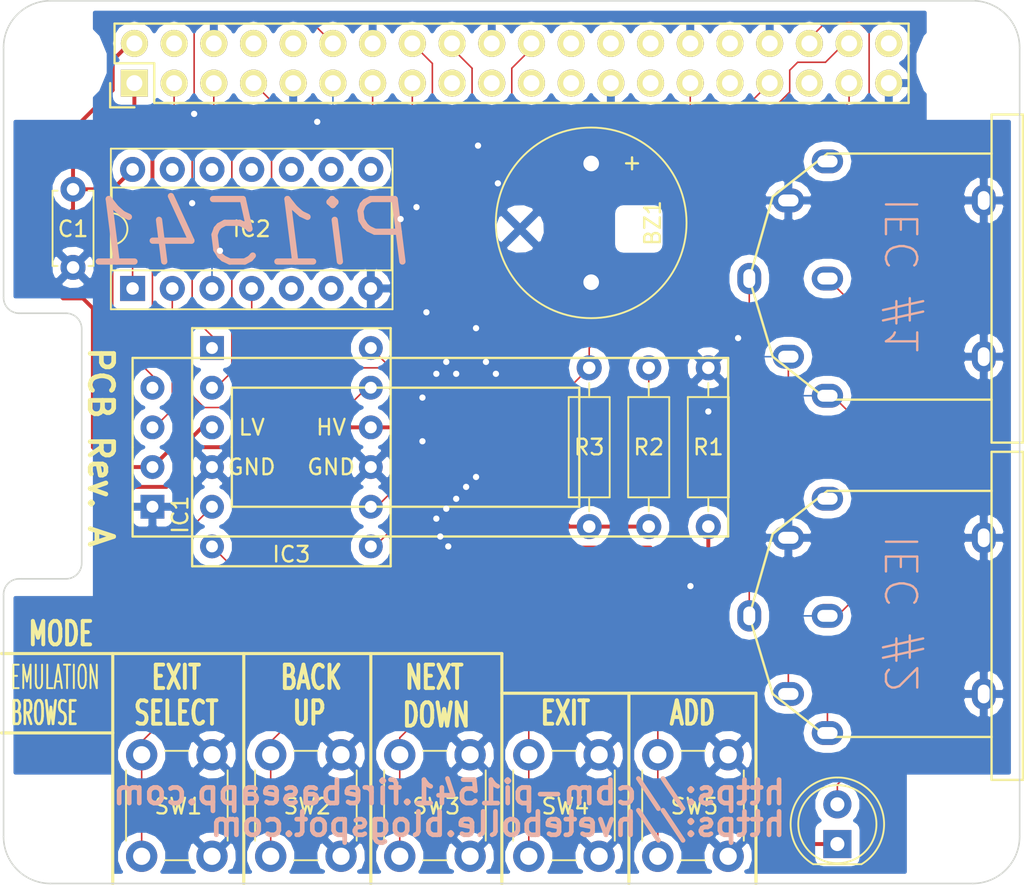
<source format=kicad_pcb>
(kicad_pcb (version 4) (host pcbnew 4.0.7)

  (general
    (links 70)
    (no_connects 0)
    (area 23.444999 28.524999 88.545001 85.125001)
    (thickness 1.6)
    (drawings 42)
    (tracks 347)
    (zones 0)
    (modules 21)
    (nets 24)
  )

  (page A4)
  (layers
    (0 F.Cu signal)
    (31 B.Cu signal)
    (32 B.Adhes user)
    (33 F.Adhes user)
    (34 B.Paste user)
    (35 F.Paste user)
    (36 B.SilkS user)
    (37 F.SilkS user)
    (38 B.Mask user)
    (39 F.Mask user)
    (40 Dwgs.User user)
    (41 Cmts.User user)
    (42 Eco1.User user)
    (43 Eco2.User user)
    (44 Edge.Cuts user)
    (45 Margin user)
    (46 B.CrtYd user)
    (47 F.CrtYd user)
    (48 B.Fab user)
    (49 F.Fab user)
  )

  (setup
    (last_trace_width 0.25)
    (user_trace_width 0.01)
    (user_trace_width 0.02)
    (user_trace_width 0.05)
    (user_trace_width 0.1)
    (user_trace_width 0.2)
    (trace_clearance 0.2)
    (zone_clearance 0.508)
    (zone_45_only no)
    (trace_min 0.01)
    (segment_width 0.2)
    (edge_width 0.1)
    (via_size 0.6)
    (via_drill 0.4)
    (via_min_size 0.4)
    (via_min_drill 0.3)
    (uvia_size 0.3)
    (uvia_drill 0.1)
    (uvias_allowed no)
    (uvia_min_size 0.2)
    (uvia_min_drill 0.1)
    (pcb_text_width 0.3)
    (pcb_text_size 1.5 1.5)
    (mod_edge_width 0.15)
    (mod_text_size 1 1)
    (mod_text_width 0.15)
    (pad_size 2.75 2.75)
    (pad_drill 2.75)
    (pad_to_mask_clearance 0)
    (aux_axis_origin 0 0)
    (visible_elements 7FFEFFFF)
    (pcbplotparams
      (layerselection 0x00030_80000001)
      (usegerberextensions false)
      (excludeedgelayer true)
      (linewidth 0.100000)
      (plotframeref false)
      (viasonmask false)
      (mode 1)
      (useauxorigin false)
      (hpglpennumber 1)
      (hpglpenspeed 20)
      (hpglpendiameter 15)
      (hpglpenoverlay 2)
      (psnegative false)
      (psa4output false)
      (plotreference true)
      (plotvalue true)
      (plotinvisibletext false)
      (padsonsilk false)
      (subtractmaskfromsilk false)
      (outputformat 1)
      (mirror false)
      (drillshape 0)
      (scaleselection 1)
      (outputdirectory meta/))
  )

  (net 0 "")
  (net 1 RPI_SND)
  (net 2 GND)
  (net 3 "Net-(D1-Pad1)")
  (net 4 RPI_LED)
  (net 5 I2C_SCL)
  (net 6 I2C_SDA)
  (net 7 RPI_DATA_OUT)
  (net 8 C64_DATA)
  (net 9 RPI_CLK_OUT)
  (net 10 C64_CLK)
  (net 11 +5V)
  (net 12 RPI_RST)
  (net 13 RPI_DATA_IN)
  (net 14 +3V3)
  (net 15 RPI_CLK_IN)
  (net 16 RPI_ATN)
  (net 17 IN_SW4)
  (net 18 IN_SW1)
  (net 19 IN_SW2)
  (net 20 IN_SW3)
  (net 21 IN_SW5)
  (net 22 C64_ATN)
  (net 23 C64_RST)

  (net_class Default "This is the default net class."
    (clearance 0.2)
    (trace_width 0.25)
    (via_dia 0.6)
    (via_drill 0.4)
    (uvia_dia 0.3)
    (uvia_drill 0.1)
    (add_net +3V3)
    (add_net +5V)
    (add_net C64_ATN)
    (add_net C64_CLK)
    (add_net C64_DATA)
    (add_net C64_RST)
    (add_net GND)
    (add_net I2C_SCL)
    (add_net I2C_SDA)
    (add_net IN_SW1)
    (add_net IN_SW2)
    (add_net IN_SW3)
    (add_net IN_SW4)
    (add_net IN_SW5)
    (add_net "Net-(D1-Pad1)")
    (add_net RPI_ATN)
    (add_net RPI_CLK_IN)
    (add_net RPI_CLK_OUT)
    (add_net RPI_DATA_IN)
    (add_net RPI_DATA_OUT)
    (add_net RPI_LED)
    (add_net RPI_RST)
    (add_net RPI_SND)
  )

  (module RPi_Hat:Pin_Header_Straight_2x20 locked (layer F.Cu) (tedit 5B1FC879) (tstamp 5516AEA0)
    (at 55.995 32.575 90)
    (descr "Through hole pin header")
    (tags "pin header")
    (path /5B167AE7)
    (fp_text reference J1 (at 5.27 -24.245 180) (layer F.Fab) hide
      (effects (font (size 1 1) (thickness 0.15)))
    )
    (fp_text value RPi_GPIO (at -1.27 -27.23 90) (layer F.Fab)
      (effects (font (size 1 1) (thickness 0.15)))
    )
    (fp_line (start -3.02 -25.88) (end -3.02 25.92) (layer F.CrtYd) (width 0.05))
    (fp_line (start 3.03 -25.88) (end 3.03 25.92) (layer F.CrtYd) (width 0.05))
    (fp_line (start -3.02 -25.88) (end 3.03 -25.88) (layer F.CrtYd) (width 0.05))
    (fp_line (start -3.02 25.92) (end 3.03 25.92) (layer F.CrtYd) (width 0.05))
    (fp_line (start 2.54 25.4) (end 2.54 -25.4) (layer F.SilkS) (width 0.15))
    (fp_line (start -2.54 -22.86) (end -2.54 25.4) (layer F.SilkS) (width 0.15))
    (fp_line (start 2.54 25.4) (end -2.54 25.4) (layer F.SilkS) (width 0.15))
    (fp_line (start 2.54 -25.4) (end 0 -25.4) (layer F.SilkS) (width 0.15))
    (fp_line (start -1.27 -25.68) (end -2.82 -25.68) (layer F.SilkS) (width 0.15))
    (fp_line (start 0 -25.4) (end 0 -22.86) (layer F.SilkS) (width 0.15))
    (fp_line (start 0 -22.86) (end -2.54 -22.86) (layer F.SilkS) (width 0.15))
    (fp_line (start -2.82 -25.68) (end -2.82 -24.13) (layer F.SilkS) (width 0.15))
    (pad 1 thru_hole rect (at -1.27 -24.13 90) (size 1.7272 1.7272) (drill 1.016) (layers *.Cu *.Mask F.SilkS)
      (net 14 +3V3))
    (pad 2 thru_hole oval (at 1.27 -24.13 90) (size 1.7272 1.7272) (drill 1.016) (layers *.Cu *.Mask F.SilkS)
      (net 11 +5V))
    (pad 3 thru_hole oval (at -1.27 -21.59 90) (size 1.7272 1.7272) (drill 1.016) (layers *.Cu *.Mask F.SilkS)
      (net 6 I2C_SDA))
    (pad 4 thru_hole oval (at 1.27 -21.59 90) (size 1.7272 1.7272) (drill 1.016) (layers *.Cu *.Mask F.SilkS))
    (pad 5 thru_hole oval (at -1.27 -19.05 90) (size 1.7272 1.7272) (drill 1.016) (layers *.Cu *.Mask F.SilkS)
      (net 5 I2C_SCL))
    (pad 6 thru_hole oval (at 1.27 -19.05 90) (size 1.7272 1.7272) (drill 1.016) (layers *.Cu *.Mask F.SilkS)
      (net 2 GND))
    (pad 7 thru_hole oval (at -1.27 -16.51 90) (size 1.7272 1.7272) (drill 1.016) (layers *.Cu *.Mask F.SilkS)
      (net 17 IN_SW4))
    (pad 8 thru_hole oval (at 1.27 -16.51 90) (size 1.7272 1.7272) (drill 1.016) (layers *.Cu *.Mask F.SilkS))
    (pad 9 thru_hole oval (at -1.27 -13.97 90) (size 1.7272 1.7272) (drill 1.016) (layers *.Cu *.Mask F.SilkS)
      (net 2 GND))
    (pad 10 thru_hole oval (at 1.27 -13.97 90) (size 1.7272 1.7272) (drill 1.016) (layers *.Cu *.Mask F.SilkS))
    (pad 11 thru_hole oval (at -1.27 -11.43 90) (size 1.7272 1.7272) (drill 1.016) (layers *.Cu *.Mask F.SilkS)
      (net 9 RPI_CLK_OUT))
    (pad 12 thru_hole oval (at 1.27 -11.43 90) (size 1.7272 1.7272) (drill 1.016) (layers *.Cu *.Mask F.SilkS)
      (net 7 RPI_DATA_OUT))
    (pad 13 thru_hole oval (at -1.27 -8.89 90) (size 1.7272 1.7272) (drill 1.016) (layers *.Cu *.Mask F.SilkS)
      (net 18 IN_SW1))
    (pad 14 thru_hole oval (at 1.27 -8.89 90) (size 1.7272 1.7272) (drill 1.016) (layers *.Cu *.Mask F.SilkS)
      (net 2 GND))
    (pad 15 thru_hole oval (at -1.27 -6.35 90) (size 1.7272 1.7272) (drill 1.016) (layers *.Cu *.Mask F.SilkS)
      (net 19 IN_SW2))
    (pad 16 thru_hole oval (at 1.27 -6.35 90) (size 1.7272 1.7272) (drill 1.016) (layers *.Cu *.Mask F.SilkS)
      (net 20 IN_SW3))
    (pad 17 thru_hole oval (at -1.27 -3.81 90) (size 1.7272 1.7272) (drill 1.016) (layers *.Cu *.Mask F.SilkS))
    (pad 18 thru_hole oval (at 1.27 -3.81 90) (size 1.7272 1.7272) (drill 1.016) (layers *.Cu *.Mask F.SilkS)
      (net 16 RPI_ATN))
    (pad 19 thru_hole oval (at -1.27 -1.27 90) (size 1.7272 1.7272) (drill 1.016) (layers *.Cu *.Mask F.SilkS))
    (pad 20 thru_hole oval (at 1.27 -1.27 90) (size 1.7272 1.7272) (drill 1.016) (layers *.Cu *.Mask F.SilkS)
      (net 2 GND))
    (pad 21 thru_hole oval (at -1.27 1.27 90) (size 1.7272 1.7272) (drill 1.016) (layers *.Cu *.Mask F.SilkS))
    (pad 22 thru_hole oval (at 1.27 1.27 90) (size 1.7272 1.7272) (drill 1.016) (layers *.Cu *.Mask F.SilkS)
      (net 13 RPI_DATA_IN))
    (pad 23 thru_hole oval (at -1.27 3.81 90) (size 1.7272 1.7272) (drill 1.016) (layers *.Cu *.Mask F.SilkS))
    (pad 24 thru_hole oval (at 1.27 3.81 90) (size 1.7272 1.7272) (drill 1.016) (layers *.Cu *.Mask F.SilkS))
    (pad 25 thru_hole oval (at -1.27 6.35 90) (size 1.7272 1.7272) (drill 1.016) (layers *.Cu *.Mask F.SilkS)
      (net 2 GND))
    (pad 26 thru_hole oval (at 1.27 6.35 90) (size 1.7272 1.7272) (drill 1.016) (layers *.Cu *.Mask F.SilkS))
    (pad 27 thru_hole oval (at -1.27 8.89 90) (size 1.7272 1.7272) (drill 1.016) (layers *.Cu *.Mask F.SilkS))
    (pad 28 thru_hole oval (at 1.27 8.89 90) (size 1.7272 1.7272) (drill 1.016) (layers *.Cu *.Mask F.SilkS))
    (pad 29 thru_hole oval (at -1.27 11.43 90) (size 1.7272 1.7272) (drill 1.016) (layers *.Cu *.Mask F.SilkS)
      (net 21 IN_SW5))
    (pad 30 thru_hole oval (at 1.27 11.43 90) (size 1.7272 1.7272) (drill 1.016) (layers *.Cu *.Mask F.SilkS)
      (net 2 GND))
    (pad 31 thru_hole oval (at -1.27 13.97 90) (size 1.7272 1.7272) (drill 1.016) (layers *.Cu *.Mask F.SilkS))
    (pad 32 thru_hole oval (at 1.27 13.97 90) (size 1.7272 1.7272) (drill 1.016) (layers *.Cu *.Mask F.SilkS))
    (pad 33 thru_hole oval (at -1.27 16.51 90) (size 1.7272 1.7272) (drill 1.016) (layers *.Cu *.Mask F.SilkS)
      (net 1 RPI_SND))
    (pad 34 thru_hole oval (at 1.27 16.51 90) (size 1.7272 1.7272) (drill 1.016) (layers *.Cu *.Mask F.SilkS)
      (net 2 GND))
    (pad 35 thru_hole oval (at -1.27 19.05 90) (size 1.7272 1.7272) (drill 1.016) (layers *.Cu *.Mask F.SilkS))
    (pad 36 thru_hole oval (at 1.27 19.05 90) (size 1.7272 1.7272) (drill 1.016) (layers *.Cu *.Mask F.SilkS)
      (net 4 RPI_LED))
    (pad 37 thru_hole oval (at -1.27 21.59 90) (size 1.7272 1.7272) (drill 1.016) (layers *.Cu *.Mask F.SilkS)
      (net 15 RPI_CLK_IN))
    (pad 38 thru_hole oval (at 1.27 21.59 90) (size 1.7272 1.7272) (drill 1.016) (layers *.Cu *.Mask F.SilkS)
      (net 12 RPI_RST))
    (pad 39 thru_hole oval (at -1.27 24.13 90) (size 1.7272 1.7272) (drill 1.016) (layers *.Cu *.Mask F.SilkS)
      (net 2 GND))
    (pad 40 thru_hole oval (at 1.27 24.13 90) (size 1.7272 1.7272) (drill 1.016) (layers *.Cu *.Mask F.SilkS))
    (model Pin_Headers.3dshapes/Pin_Header_Straight_2x20.wrl
      (at (xyz 0 0 0))
      (scale (xyz 1 1 1))
      (rotate (xyz 0 0 90))
    )
  )

  (module RPi_Hat:RPi_Hat_Mounting_Hole locked (layer F.Cu) (tedit 55217C7B) (tstamp 5515DEA9)
    (at 84.995 32.575)
    (descr "Mounting hole, Befestigungsbohrung, 2,7mm, No Annular, Kein Restring,")
    (tags "Mounting hole, Befestigungsbohrung, 2,7mm, No Annular, Kein Restring,")
    (fp_text reference "" (at 0 -4.0005) (layer F.SilkS) hide
      (effects (font (size 1 1) (thickness 0.15)))
    )
    (fp_text value "" (at 0.09906 3.59918) (layer F.Fab) hide
      (effects (font (size 1 1) (thickness 0.15)))
    )
    (fp_circle (center 0 0) (end 1.375 0) (layer F.Fab) (width 0.15))
    (fp_circle (center 0 0) (end 3.1 0) (layer F.Fab) (width 0.15))
    (fp_circle (center 0 0) (end 3.1 0) (layer B.Fab) (width 0.15))
    (fp_circle (center 0 0) (end 1.375 0) (layer B.Fab) (width 0.15))
    (fp_circle (center 0 0) (end 3.1 0) (layer F.CrtYd) (width 0.15))
    (fp_circle (center 0 0) (end 3.1 0) (layer B.CrtYd) (width 0.15))
    (pad "" np_thru_hole circle (at 0 0) (size 2.75 2.75) (drill 2.75) (layers *.Cu *.Mask)
      (solder_mask_margin 1.725) (clearance 1.725))
  )

  (module RPi_Hat:RPi_Hat_Mounting_Hole locked (layer F.Cu) (tedit 55217CCB) (tstamp 55169DC9)
    (at 84.995 81.575)
    (descr "Mounting hole, Befestigungsbohrung, 2,7mm, No Annular, Kein Restring,")
    (tags "Mounting hole, Befestigungsbohrung, 2,7mm, No Annular, Kein Restring,")
    (fp_text reference "" (at 0 -4.0005) (layer F.SilkS) hide
      (effects (font (size 1 1) (thickness 0.15)))
    )
    (fp_text value "" (at 0.09906 3.59918) (layer F.Fab) hide
      (effects (font (size 1 1) (thickness 0.15)))
    )
    (fp_circle (center 0 0) (end 1.375 0) (layer F.Fab) (width 0.15))
    (fp_circle (center 0 0) (end 3.1 0) (layer F.Fab) (width 0.15))
    (fp_circle (center 0 0) (end 3.1 0) (layer B.Fab) (width 0.15))
    (fp_circle (center 0 0) (end 1.375 0) (layer B.Fab) (width 0.15))
    (fp_circle (center 0 0) (end 3.1 0) (layer F.CrtYd) (width 0.15))
    (fp_circle (center 0 0) (end 3.1 0) (layer B.CrtYd) (width 0.15))
    (pad "" np_thru_hole circle (at 0 0) (size 2.75 2.75) (drill 2.75) (layers *.Cu *.Mask)
      (solder_mask_margin 1.725) (clearance 1.725))
  )

  (module RPi_Hat:RPi_Hat_Mounting_Hole locked (layer F.Cu) (tedit 55217CB9) (tstamp 5515DECC)
    (at 26.995 81.575)
    (descr "Mounting hole, Befestigungsbohrung, 2,7mm, No Annular, Kein Restring,")
    (tags "Mounting hole, Befestigungsbohrung, 2,7mm, No Annular, Kein Restring,")
    (fp_text reference "" (at 0 -4.0005) (layer F.SilkS) hide
      (effects (font (size 1 1) (thickness 0.15)))
    )
    (fp_text value "" (at 0.09906 3.59918) (layer F.Fab) hide
      (effects (font (size 1 1) (thickness 0.15)))
    )
    (fp_circle (center 0 0) (end 1.375 0) (layer F.Fab) (width 0.15))
    (fp_circle (center 0 0) (end 3.1 0) (layer F.Fab) (width 0.15))
    (fp_circle (center 0 0) (end 3.1 0) (layer B.Fab) (width 0.15))
    (fp_circle (center 0 0) (end 1.375 0) (layer B.Fab) (width 0.15))
    (fp_circle (center 0 0) (end 3.1 0) (layer F.CrtYd) (width 0.15))
    (fp_circle (center 0 0) (end 3.1 0) (layer B.CrtYd) (width 0.15))
    (pad "" np_thru_hole circle (at 0 0) (size 2.75 2.75) (drill 2.75) (layers *.Cu *.Mask)
      (solder_mask_margin 1.725) (clearance 1.725))
  )

  (module RPi_Hat:RPi_Hat_Mounting_Hole locked (layer F.Cu) (tedit 55217CA2) (tstamp 5515DEBF)
    (at 26.995 32.575)
    (descr "Mounting hole, Befestigungsbohrung, 2,7mm, No Annular, Kein Restring,")
    (tags "Mounting hole, Befestigungsbohrung, 2,7mm, No Annular, Kein Restring,")
    (fp_text reference "" (at 0 -4.0005) (layer F.SilkS) hide
      (effects (font (size 1 1) (thickness 0.15)))
    )
    (fp_text value "" (at 0.09906 3.59918) (layer F.Fab) hide
      (effects (font (size 1 1) (thickness 0.15)))
    )
    (fp_circle (center 0 0) (end 1.375 0) (layer F.Fab) (width 0.15))
    (fp_circle (center 0 0) (end 3.1 0) (layer F.Fab) (width 0.15))
    (fp_circle (center 0 0) (end 3.1 0) (layer B.Fab) (width 0.15))
    (fp_circle (center 0 0) (end 1.375 0) (layer B.Fab) (width 0.15))
    (fp_circle (center 0 0) (end 3.1 0) (layer F.CrtYd) (width 0.15))
    (fp_circle (center 0 0) (end 3.1 0) (layer B.CrtYd) (width 0.15))
    (pad "" np_thru_hole circle (at 0 0) (size 2.75 2.75) (drill 2.75) (layers *.Cu *.Mask)
      (solder_mask_margin 1.725) (clearance 1.725))
  )

  (module Buzzers_Beepers:Buzzer_12x9.5RM7.6 (layer F.Cu) (tedit 5B1FCA40) (tstamp 5B1FBD8B)
    (at 61.087 38.989 270)
    (descr "Generic Buzzer, D12mm height 9.5mm with RM7.6mm")
    (tags buzzer)
    (path /5B16DC2B)
    (fp_text reference BZ1 (at 3.81 -3.937 270) (layer F.SilkS)
      (effects (font (size 1 1) (thickness 0.15)))
    )
    (fp_text value Buzzer (at 3.8 7.4 270) (layer F.Fab)
      (effects (font (size 1 1) (thickness 0.15)))
    )
    (fp_text user + (at -0.01 -2.54 270) (layer F.Fab)
      (effects (font (size 1 1) (thickness 0.15)))
    )
    (fp_text user + (at -0.01 -2.54 270) (layer F.SilkS)
      (effects (font (size 1 1) (thickness 0.15)))
    )
    (fp_text user %R (at 3.8 -4 270) (layer F.Fab)
      (effects (font (size 1 1) (thickness 0.15)))
    )
    (fp_circle (center 3.8 0) (end 10.05 0) (layer F.CrtYd) (width 0.05))
    (fp_circle (center 3.8 0) (end 9.8 0) (layer F.Fab) (width 0.1))
    (fp_circle (center 3.8 0) (end 4.8 0) (layer F.Fab) (width 0.1))
    (fp_circle (center 3.8 0) (end 9.9 0) (layer F.SilkS) (width 0.12))
    (pad 1 thru_hole rect (at 0 0 270) (size 2 2) (drill 1) (layers *.Cu *.Mask)
      (net 1 RPI_SND))
    (pad 2 thru_hole circle (at 7.6 0 270) (size 2 2) (drill 1) (layers *.Cu *.Mask)
      (net 2 GND))
    (model ${KISYS3DMOD}/Buzzers_Beepers.3dshapes/Buzzer_12x9.5RM7.6.wrl
      (at (xyz 0.15 0 0))
      (scale (xyz 4 4 4))
      (rotate (xyz 0 0 0))
    )
  )

  (module LEDs:LED_D5.0mm (layer F.Cu) (tedit 5B2007BD) (tstamp 5B1FBD91)
    (at 76.835 82.55 90)
    (descr "LED, diameter 5.0mm, 2 pins, http://cdn-reichelt.de/documents/datenblatt/A500/LL-504BC2E-009.pdf")
    (tags "LED diameter 5.0mm 2 pins")
    (path /5B16D5FD)
    (fp_text reference D1 (at 1.143 0 180) (layer F.SilkS) hide
      (effects (font (size 1 1) (thickness 0.15)))
    )
    (fp_text value LED (at 1.27 3.96 90) (layer F.Fab)
      (effects (font (size 1 1) (thickness 0.15)))
    )
    (fp_arc (start 1.27 0) (end -1.23 -1.469694) (angle 299.1) (layer F.Fab) (width 0.1))
    (fp_arc (start 1.27 0) (end -1.29 -1.54483) (angle 148.9) (layer F.SilkS) (width 0.12))
    (fp_arc (start 1.27 0) (end -1.29 1.54483) (angle -148.9) (layer F.SilkS) (width 0.12))
    (fp_circle (center 1.27 0) (end 3.77 0) (layer F.Fab) (width 0.1))
    (fp_circle (center 1.27 0) (end 3.77 0) (layer F.SilkS) (width 0.12))
    (fp_line (start -1.23 -1.469694) (end -1.23 1.469694) (layer F.Fab) (width 0.1))
    (fp_line (start -1.29 -1.545) (end -1.29 1.545) (layer F.SilkS) (width 0.12))
    (fp_line (start -1.95 -3.25) (end -1.95 3.25) (layer F.CrtYd) (width 0.05))
    (fp_line (start -1.95 3.25) (end 4.5 3.25) (layer F.CrtYd) (width 0.05))
    (fp_line (start 4.5 3.25) (end 4.5 -3.25) (layer F.CrtYd) (width 0.05))
    (fp_line (start 4.5 -3.25) (end -1.95 -3.25) (layer F.CrtYd) (width 0.05))
    (fp_text user %R (at 1.25 0 180) (layer F.Fab)
      (effects (font (size 0.8 0.8) (thickness 0.2)))
    )
    (pad 1 thru_hole rect (at 0 0 90) (size 1.8 1.8) (drill 0.9) (layers *.Cu *.Mask)
      (net 3 "Net-(D1-Pad1)"))
    (pad 2 thru_hole circle (at 2.54 0 90) (size 1.8 1.8) (drill 0.9) (layers *.Cu *.Mask)
      (net 4 RPI_LED))
    (model ${KISYS3DMOD}/LEDs.3dshapes/LED_D5.0mm.wrl
      (at (xyz 0 0 0))
      (scale (xyz 0.393701 0.393701 0.393701))
      (rotate (xyz 0 0 0))
    )
  )

  (module Housings_DIP:DIP-14_W7.62mm_Socket (layer F.Cu) (tedit 5B1FC856) (tstamp 5B1FBDAB)
    (at 31.75 46.99 90)
    (descr "14-lead though-hole mounted DIP package, row spacing 7.62 mm (300 mils), Socket")
    (tags "THT DIP DIL PDIP 2.54mm 7.62mm 300mil Socket")
    (path /5B168837)
    (fp_text reference IC2 (at 3.81 7.62 180) (layer F.SilkS)
      (effects (font (size 1 1) (thickness 0.15)))
    )
    (fp_text value 7406 (at 3.81 17.57 90) (layer F.Fab)
      (effects (font (size 1 1) (thickness 0.15)))
    )
    (fp_arc (start 3.81 -1.33) (end 2.81 -1.33) (angle -180) (layer F.SilkS) (width 0.12))
    (fp_line (start 1.635 -1.27) (end 6.985 -1.27) (layer F.Fab) (width 0.1))
    (fp_line (start 6.985 -1.27) (end 6.985 16.51) (layer F.Fab) (width 0.1))
    (fp_line (start 6.985 16.51) (end 0.635 16.51) (layer F.Fab) (width 0.1))
    (fp_line (start 0.635 16.51) (end 0.635 -0.27) (layer F.Fab) (width 0.1))
    (fp_line (start 0.635 -0.27) (end 1.635 -1.27) (layer F.Fab) (width 0.1))
    (fp_line (start -1.27 -1.33) (end -1.27 16.57) (layer F.Fab) (width 0.1))
    (fp_line (start -1.27 16.57) (end 8.89 16.57) (layer F.Fab) (width 0.1))
    (fp_line (start 8.89 16.57) (end 8.89 -1.33) (layer F.Fab) (width 0.1))
    (fp_line (start 8.89 -1.33) (end -1.27 -1.33) (layer F.Fab) (width 0.1))
    (fp_line (start 2.81 -1.33) (end 1.16 -1.33) (layer F.SilkS) (width 0.12))
    (fp_line (start 1.16 -1.33) (end 1.16 16.57) (layer F.SilkS) (width 0.12))
    (fp_line (start 1.16 16.57) (end 6.46 16.57) (layer F.SilkS) (width 0.12))
    (fp_line (start 6.46 16.57) (end 6.46 -1.33) (layer F.SilkS) (width 0.12))
    (fp_line (start 6.46 -1.33) (end 4.81 -1.33) (layer F.SilkS) (width 0.12))
    (fp_line (start -1.33 -1.39) (end -1.33 16.63) (layer F.SilkS) (width 0.12))
    (fp_line (start -1.33 16.63) (end 8.95 16.63) (layer F.SilkS) (width 0.12))
    (fp_line (start 8.95 16.63) (end 8.95 -1.39) (layer F.SilkS) (width 0.12))
    (fp_line (start 8.95 -1.39) (end -1.33 -1.39) (layer F.SilkS) (width 0.12))
    (fp_line (start -1.55 -1.6) (end -1.55 16.85) (layer F.CrtYd) (width 0.05))
    (fp_line (start -1.55 16.85) (end 9.15 16.85) (layer F.CrtYd) (width 0.05))
    (fp_line (start 9.15 16.85) (end 9.15 -1.6) (layer F.CrtYd) (width 0.05))
    (fp_line (start 9.15 -1.6) (end -1.55 -1.6) (layer F.CrtYd) (width 0.05))
    (fp_text user %R (at 3.81 7.62 180) (layer F.Fab)
      (effects (font (size 1 1) (thickness 0.15)))
    )
    (pad 1 thru_hole rect (at 0 0 90) (size 1.6 1.6) (drill 0.8) (layers *.Cu *.Mask)
      (net 7 RPI_DATA_OUT))
    (pad 8 thru_hole oval (at 7.62 15.24 90) (size 1.6 1.6) (drill 0.8) (layers *.Cu *.Mask))
    (pad 2 thru_hole oval (at 0 2.54 90) (size 1.6 1.6) (drill 0.8) (layers *.Cu *.Mask)
      (net 8 C64_DATA))
    (pad 9 thru_hole oval (at 7.62 12.7 90) (size 1.6 1.6) (drill 0.8) (layers *.Cu *.Mask))
    (pad 3 thru_hole oval (at 0 5.08 90) (size 1.6 1.6) (drill 0.8) (layers *.Cu *.Mask)
      (net 9 RPI_CLK_OUT))
    (pad 10 thru_hole oval (at 7.62 10.16 90) (size 1.6 1.6) (drill 0.8) (layers *.Cu *.Mask))
    (pad 4 thru_hole oval (at 0 7.62 90) (size 1.6 1.6) (drill 0.8) (layers *.Cu *.Mask)
      (net 10 C64_CLK))
    (pad 11 thru_hole oval (at 7.62 7.62 90) (size 1.6 1.6) (drill 0.8) (layers *.Cu *.Mask))
    (pad 5 thru_hole oval (at 0 10.16 90) (size 1.6 1.6) (drill 0.8) (layers *.Cu *.Mask))
    (pad 12 thru_hole oval (at 7.62 5.08 90) (size 1.6 1.6) (drill 0.8) (layers *.Cu *.Mask))
    (pad 6 thru_hole oval (at 0 12.7 90) (size 1.6 1.6) (drill 0.8) (layers *.Cu *.Mask))
    (pad 13 thru_hole oval (at 7.62 2.54 90) (size 1.6 1.6) (drill 0.8) (layers *.Cu *.Mask))
    (pad 7 thru_hole oval (at 0 15.24 90) (size 1.6 1.6) (drill 0.8) (layers *.Cu *.Mask)
      (net 2 GND))
    (pad 14 thru_hole oval (at 7.62 0 90) (size 1.6 1.6) (drill 0.8) (layers *.Cu *.Mask)
      (net 11 +5V))
    (model ${KISYS3DMOD}/Housings_DIP.3dshapes/DIP-14_W7.62mm_Socket.wrl
      (at (xyz 0 0 0))
      (scale (xyz 1 1 1))
      (rotate (xyz 0 0 0))
    )
  )

  (module IIC_4CH_Level_Converter:4CH_I2C_Level_Converter (layer F.Cu) (tedit 5B2007AA) (tstamp 5B1FBDBB)
    (at 41.91 55.88)
    (path /5B168169)
    (fp_text reference IC3 (at 0 8.128) (layer F.SilkS)
      (effects (font (size 1 1) (thickness 0.15)))
    )
    (fp_text value "I2C LC" (at 0 -7.62) (layer F.Fab)
      (effects (font (size 1 1) (thickness 0.15)))
    )
    (fp_text user GND (at 2.54 2.54) (layer F.SilkS)
      (effects (font (size 1 1) (thickness 0.15)))
    )
    (fp_text user GND (at -2.54 2.54) (layer F.SilkS)
      (effects (font (size 1 1) (thickness 0.15)))
    )
    (fp_text user HV (at 2.54 0) (layer F.SilkS)
      (effects (font (size 1 1) (thickness 0.15)))
    )
    (fp_text user LV (at -2.54 0 180) (layer F.SilkS)
      (effects (font (size 1 1) (thickness 0.15)))
    )
    (fp_line (start -6.35 -6.35) (end 6.35 -6.35) (layer F.SilkS) (width 0.15))
    (fp_line (start 6.35 -6.35) (end 6.35 8.89) (layer F.SilkS) (width 0.15))
    (fp_line (start 6.35 8.89) (end -6.35 8.89) (layer F.SilkS) (width 0.15))
    (fp_line (start -6.35 8.89) (end -6.35 -6.35) (layer F.SilkS) (width 0.15))
    (pad 1 thru_hole rect (at -5.08 -5.08) (size 1.524 1.524) (drill 0.762) (layers *.Cu *.Mask)
      (net 12 RPI_RST))
    (pad 2 thru_hole circle (at -5.08 -2.54) (size 1.524 1.524) (drill 0.762) (layers *.Cu *.Mask)
      (net 13 RPI_DATA_IN))
    (pad 3 thru_hole circle (at -5.08 0) (size 1.524 1.524) (drill 0.762) (layers *.Cu *.Mask)
      (net 14 +3V3))
    (pad 4 thru_hole circle (at -5.08 2.54) (size 1.524 1.524) (drill 0.762) (layers *.Cu *.Mask)
      (net 2 GND))
    (pad 5 thru_hole circle (at -5.08 5.08) (size 1.524 1.524) (drill 0.762) (layers *.Cu *.Mask)
      (net 15 RPI_CLK_IN))
    (pad 6 thru_hole circle (at -5.08 7.62) (size 1.524 1.524) (drill 0.762) (layers *.Cu *.Mask)
      (net 16 RPI_ATN))
    (pad 7 thru_hole circle (at 5.08 7.62) (size 1.524 1.524) (drill 0.762) (layers *.Cu *.Mask)
      (net 22 C64_ATN))
    (pad 8 thru_hole circle (at 5.08 5.08) (size 1.524 1.524) (drill 0.762) (layers *.Cu *.Mask)
      (net 10 C64_CLK))
    (pad 9 thru_hole circle (at 5.08 2.54) (size 1.524 1.524) (drill 0.762) (layers *.Cu *.Mask)
      (net 2 GND))
    (pad 10 thru_hole circle (at 5.08 0) (size 1.524 1.524) (drill 0.762) (layers *.Cu *.Mask)
      (net 11 +5V))
    (pad 11 thru_hole circle (at 5.08 -2.54) (size 1.524 1.524) (drill 0.762) (layers *.Cu *.Mask)
      (net 8 C64_DATA))
    (pad 12 thru_hole circle (at 5.08 -5.08) (size 1.524 1.524) (drill 0.762) (layers *.Cu *.Mask)
      (net 23 C64_RST))
  )

  (module Resistors_THT:R_Axial_DIN0207_L6.3mm_D2.5mm_P10.16mm_Horizontal (layer F.Cu) (tedit 5B20077B) (tstamp 5B1FBDEF)
    (at 68.58 52.07 270)
    (descr "Resistor, Axial_DIN0207 series, Axial, Horizontal, pin pitch=10.16mm, 0.25W = 1/4W, length*diameter=6.3*2.5mm^2, http://cdn-reichelt.de/documents/datenblatt/B400/1_4W%23YAG.pdf")
    (tags "Resistor Axial_DIN0207 series Axial Horizontal pin pitch 10.16mm 0.25W = 1/4W length 6.3mm diameter 2.5mm")
    (path /5B16D6A6)
    (fp_text reference R1 (at 5.08 0 360) (layer F.SilkS)
      (effects (font (size 1 1) (thickness 0.15)))
    )
    (fp_text value 100 (at 5.08 2.31 270) (layer F.Fab)
      (effects (font (size 1 1) (thickness 0.15)))
    )
    (fp_line (start 1.93 -1.25) (end 1.93 1.25) (layer F.Fab) (width 0.1))
    (fp_line (start 1.93 1.25) (end 8.23 1.25) (layer F.Fab) (width 0.1))
    (fp_line (start 8.23 1.25) (end 8.23 -1.25) (layer F.Fab) (width 0.1))
    (fp_line (start 8.23 -1.25) (end 1.93 -1.25) (layer F.Fab) (width 0.1))
    (fp_line (start 0 0) (end 1.93 0) (layer F.Fab) (width 0.1))
    (fp_line (start 10.16 0) (end 8.23 0) (layer F.Fab) (width 0.1))
    (fp_line (start 1.87 -1.31) (end 1.87 1.31) (layer F.SilkS) (width 0.12))
    (fp_line (start 1.87 1.31) (end 8.29 1.31) (layer F.SilkS) (width 0.12))
    (fp_line (start 8.29 1.31) (end 8.29 -1.31) (layer F.SilkS) (width 0.12))
    (fp_line (start 8.29 -1.31) (end 1.87 -1.31) (layer F.SilkS) (width 0.12))
    (fp_line (start 0.98 0) (end 1.87 0) (layer F.SilkS) (width 0.12))
    (fp_line (start 9.18 0) (end 8.29 0) (layer F.SilkS) (width 0.12))
    (fp_line (start -1.05 -1.6) (end -1.05 1.6) (layer F.CrtYd) (width 0.05))
    (fp_line (start -1.05 1.6) (end 11.25 1.6) (layer F.CrtYd) (width 0.05))
    (fp_line (start 11.25 1.6) (end 11.25 -1.6) (layer F.CrtYd) (width 0.05))
    (fp_line (start 11.25 -1.6) (end -1.05 -1.6) (layer F.CrtYd) (width 0.05))
    (pad 1 thru_hole circle (at 0 0 270) (size 1.6 1.6) (drill 0.8) (layers *.Cu *.Mask)
      (net 2 GND))
    (pad 2 thru_hole oval (at 10.16 0 270) (size 1.6 1.6) (drill 0.8) (layers *.Cu *.Mask)
      (net 3 "Net-(D1-Pad1)"))
    (model ${KISYS3DMOD}/Resistors_THT.3dshapes/R_Axial_DIN0207_L6.3mm_D2.5mm_P10.16mm_Horizontal.wrl
      (at (xyz 0 0 0))
      (scale (xyz 0.393701 0.393701 0.393701))
      (rotate (xyz 0 0 0))
    )
  )

  (module Resistors_THT:R_Axial_DIN0207_L6.3mm_D2.5mm_P10.16mm_Horizontal (layer F.Cu) (tedit 5B200782) (tstamp 5B1FBDF5)
    (at 64.77 62.23 90)
    (descr "Resistor, Axial_DIN0207 series, Axial, Horizontal, pin pitch=10.16mm, 0.25W = 1/4W, length*diameter=6.3*2.5mm^2, http://cdn-reichelt.de/documents/datenblatt/B400/1_4W%23YAG.pdf")
    (tags "Resistor Axial_DIN0207 series Axial Horizontal pin pitch 10.16mm 0.25W = 1/4W length 6.3mm diameter 2.5mm")
    (path /5B16B688)
    (fp_text reference R2 (at 5.08 0 180) (layer F.SilkS)
      (effects (font (size 1 1) (thickness 0.15)))
    )
    (fp_text value 1K (at 5.08 2.31 90) (layer F.Fab)
      (effects (font (size 1 1) (thickness 0.15)))
    )
    (fp_line (start 1.93 -1.25) (end 1.93 1.25) (layer F.Fab) (width 0.1))
    (fp_line (start 1.93 1.25) (end 8.23 1.25) (layer F.Fab) (width 0.1))
    (fp_line (start 8.23 1.25) (end 8.23 -1.25) (layer F.Fab) (width 0.1))
    (fp_line (start 8.23 -1.25) (end 1.93 -1.25) (layer F.Fab) (width 0.1))
    (fp_line (start 0 0) (end 1.93 0) (layer F.Fab) (width 0.1))
    (fp_line (start 10.16 0) (end 8.23 0) (layer F.Fab) (width 0.1))
    (fp_line (start 1.87 -1.31) (end 1.87 1.31) (layer F.SilkS) (width 0.12))
    (fp_line (start 1.87 1.31) (end 8.29 1.31) (layer F.SilkS) (width 0.12))
    (fp_line (start 8.29 1.31) (end 8.29 -1.31) (layer F.SilkS) (width 0.12))
    (fp_line (start 8.29 -1.31) (end 1.87 -1.31) (layer F.SilkS) (width 0.12))
    (fp_line (start 0.98 0) (end 1.87 0) (layer F.SilkS) (width 0.12))
    (fp_line (start 9.18 0) (end 8.29 0) (layer F.SilkS) (width 0.12))
    (fp_line (start -1.05 -1.6) (end -1.05 1.6) (layer F.CrtYd) (width 0.05))
    (fp_line (start -1.05 1.6) (end 11.25 1.6) (layer F.CrtYd) (width 0.05))
    (fp_line (start 11.25 1.6) (end 11.25 -1.6) (layer F.CrtYd) (width 0.05))
    (fp_line (start 11.25 -1.6) (end -1.05 -1.6) (layer F.CrtYd) (width 0.05))
    (pad 1 thru_hole circle (at 0 0 90) (size 1.6 1.6) (drill 0.8) (layers *.Cu *.Mask)
      (net 11 +5V))
    (pad 2 thru_hole oval (at 10.16 0 90) (size 1.6 1.6) (drill 0.8) (layers *.Cu *.Mask)
      (net 8 C64_DATA))
    (model ${KISYS3DMOD}/Resistors_THT.3dshapes/R_Axial_DIN0207_L6.3mm_D2.5mm_P10.16mm_Horizontal.wrl
      (at (xyz 0 0 0))
      (scale (xyz 0.393701 0.393701 0.393701))
      (rotate (xyz 0 0 0))
    )
  )

  (module Resistors_THT:R_Axial_DIN0207_L6.3mm_D2.5mm_P10.16mm_Horizontal (layer F.Cu) (tedit 5B200788) (tstamp 5B1FBDFB)
    (at 60.96 62.23 90)
    (descr "Resistor, Axial_DIN0207 series, Axial, Horizontal, pin pitch=10.16mm, 0.25W = 1/4W, length*diameter=6.3*2.5mm^2, http://cdn-reichelt.de/documents/datenblatt/B400/1_4W%23YAG.pdf")
    (tags "Resistor Axial_DIN0207 series Axial Horizontal pin pitch 10.16mm 0.25W = 1/4W length 6.3mm diameter 2.5mm")
    (path /5B16B108)
    (fp_text reference R3 (at 5.08 0 180) (layer F.SilkS)
      (effects (font (size 1 1) (thickness 0.15)))
    )
    (fp_text value 1K (at 5.08 2.31 90) (layer F.Fab)
      (effects (font (size 1 1) (thickness 0.15)))
    )
    (fp_line (start 1.93 -1.25) (end 1.93 1.25) (layer F.Fab) (width 0.1))
    (fp_line (start 1.93 1.25) (end 8.23 1.25) (layer F.Fab) (width 0.1))
    (fp_line (start 8.23 1.25) (end 8.23 -1.25) (layer F.Fab) (width 0.1))
    (fp_line (start 8.23 -1.25) (end 1.93 -1.25) (layer F.Fab) (width 0.1))
    (fp_line (start 0 0) (end 1.93 0) (layer F.Fab) (width 0.1))
    (fp_line (start 10.16 0) (end 8.23 0) (layer F.Fab) (width 0.1))
    (fp_line (start 1.87 -1.31) (end 1.87 1.31) (layer F.SilkS) (width 0.12))
    (fp_line (start 1.87 1.31) (end 8.29 1.31) (layer F.SilkS) (width 0.12))
    (fp_line (start 8.29 1.31) (end 8.29 -1.31) (layer F.SilkS) (width 0.12))
    (fp_line (start 8.29 -1.31) (end 1.87 -1.31) (layer F.SilkS) (width 0.12))
    (fp_line (start 0.98 0) (end 1.87 0) (layer F.SilkS) (width 0.12))
    (fp_line (start 9.18 0) (end 8.29 0) (layer F.SilkS) (width 0.12))
    (fp_line (start -1.05 -1.6) (end -1.05 1.6) (layer F.CrtYd) (width 0.05))
    (fp_line (start -1.05 1.6) (end 11.25 1.6) (layer F.CrtYd) (width 0.05))
    (fp_line (start 11.25 1.6) (end 11.25 -1.6) (layer F.CrtYd) (width 0.05))
    (fp_line (start 11.25 -1.6) (end -1.05 -1.6) (layer F.CrtYd) (width 0.05))
    (pad 1 thru_hole circle (at 0 0 90) (size 1.6 1.6) (drill 0.8) (layers *.Cu *.Mask)
      (net 11 +5V))
    (pad 2 thru_hole oval (at 10.16 0 90) (size 1.6 1.6) (drill 0.8) (layers *.Cu *.Mask)
      (net 10 C64_CLK))
    (model ${KISYS3DMOD}/Resistors_THT.3dshapes/R_Axial_DIN0207_L6.3mm_D2.5mm_P10.16mm_Horizontal.wrl
      (at (xyz 0 0 0))
      (scale (xyz 0.393701 0.393701 0.393701))
      (rotate (xyz 0 0 0))
    )
  )

  (module Buttons_Switches_THT:SW_PUSH_6mm_h5mm (layer F.Cu) (tedit 5B1FCA21) (tstamp 5B1FBE03)
    (at 36.83 76.835 270)
    (descr "tactile push button, 6x6mm e.g. PHAP33xx series, height=5mm")
    (tags "tact sw push 6mm")
    (path /5B16C640)
    (fp_text reference SW1 (at 3.302 2.159 360) (layer F.SilkS)
      (effects (font (size 1 1) (thickness 0.15)))
    )
    (fp_text value Select (at 3.75 6.7 270) (layer F.Fab)
      (effects (font (size 1 1) (thickness 0.15)))
    )
    (fp_text user %R (at 3.25 2.25 360) (layer F.Fab)
      (effects (font (size 1 1) (thickness 0.15)))
    )
    (fp_line (start 3.25 -0.75) (end 6.25 -0.75) (layer F.Fab) (width 0.1))
    (fp_line (start 6.25 -0.75) (end 6.25 5.25) (layer F.Fab) (width 0.1))
    (fp_line (start 6.25 5.25) (end 0.25 5.25) (layer F.Fab) (width 0.1))
    (fp_line (start 0.25 5.25) (end 0.25 -0.75) (layer F.Fab) (width 0.1))
    (fp_line (start 0.25 -0.75) (end 3.25 -0.75) (layer F.Fab) (width 0.1))
    (fp_line (start 7.75 6) (end 8 6) (layer F.CrtYd) (width 0.05))
    (fp_line (start 8 6) (end 8 5.75) (layer F.CrtYd) (width 0.05))
    (fp_line (start 7.75 -1.5) (end 8 -1.5) (layer F.CrtYd) (width 0.05))
    (fp_line (start 8 -1.5) (end 8 -1.25) (layer F.CrtYd) (width 0.05))
    (fp_line (start -1.5 -1.25) (end -1.5 -1.5) (layer F.CrtYd) (width 0.05))
    (fp_line (start -1.5 -1.5) (end -1.25 -1.5) (layer F.CrtYd) (width 0.05))
    (fp_line (start -1.5 5.75) (end -1.5 6) (layer F.CrtYd) (width 0.05))
    (fp_line (start -1.5 6) (end -1.25 6) (layer F.CrtYd) (width 0.05))
    (fp_line (start -1.25 -1.5) (end 7.75 -1.5) (layer F.CrtYd) (width 0.05))
    (fp_line (start -1.5 5.75) (end -1.5 -1.25) (layer F.CrtYd) (width 0.05))
    (fp_line (start 7.75 6) (end -1.25 6) (layer F.CrtYd) (width 0.05))
    (fp_line (start 8 -1.25) (end 8 5.75) (layer F.CrtYd) (width 0.05))
    (fp_line (start 1 5.5) (end 5.5 5.5) (layer F.SilkS) (width 0.12))
    (fp_line (start -0.25 1.5) (end -0.25 3) (layer F.SilkS) (width 0.12))
    (fp_line (start 5.5 -1) (end 1 -1) (layer F.SilkS) (width 0.12))
    (fp_line (start 6.75 3) (end 6.75 1.5) (layer F.SilkS) (width 0.12))
    (fp_circle (center 3.25 2.25) (end 1.25 2.5) (layer F.Fab) (width 0.1))
    (pad 2 thru_hole circle (at 0 4.5) (size 2 2) (drill 1.1) (layers *.Cu *.Mask)
      (net 18 IN_SW1))
    (pad 1 thru_hole circle (at 0 0) (size 2 2) (drill 1.1) (layers *.Cu *.Mask)
      (net 2 GND))
    (pad 2 thru_hole circle (at 6.5 4.5) (size 2 2) (drill 1.1) (layers *.Cu *.Mask)
      (net 18 IN_SW1))
    (pad 1 thru_hole circle (at 6.5 0) (size 2 2) (drill 1.1) (layers *.Cu *.Mask)
      (net 2 GND))
    (model ${KISYS3DMOD}/Buttons_Switches_THT.3dshapes/SW_PUSH_6mm_h5mm.wrl
      (at (xyz 0.005 0 0))
      (scale (xyz 0.3937 0.3937 0.3937))
      (rotate (xyz 0 0 0))
    )
  )

  (module Buttons_Switches_THT:SW_PUSH_6mm_h5mm (layer F.Cu) (tedit 5B1FCA1C) (tstamp 5B1FBE0B)
    (at 45.085 76.835 270)
    (descr "tactile push button, 6x6mm e.g. PHAP33xx series, height=5mm")
    (tags "tact sw push 6mm")
    (path /5B16C9AC)
    (fp_text reference SW2 (at 3.302 2.159 360) (layer F.SilkS)
      (effects (font (size 1 1) (thickness 0.15)))
    )
    (fp_text value Up (at 3.75 6.7 270) (layer F.Fab)
      (effects (font (size 1 1) (thickness 0.15)))
    )
    (fp_text user %R (at 3.25 2.25 360) (layer F.Fab)
      (effects (font (size 1 1) (thickness 0.15)))
    )
    (fp_line (start 3.25 -0.75) (end 6.25 -0.75) (layer F.Fab) (width 0.1))
    (fp_line (start 6.25 -0.75) (end 6.25 5.25) (layer F.Fab) (width 0.1))
    (fp_line (start 6.25 5.25) (end 0.25 5.25) (layer F.Fab) (width 0.1))
    (fp_line (start 0.25 5.25) (end 0.25 -0.75) (layer F.Fab) (width 0.1))
    (fp_line (start 0.25 -0.75) (end 3.25 -0.75) (layer F.Fab) (width 0.1))
    (fp_line (start 7.75 6) (end 8 6) (layer F.CrtYd) (width 0.05))
    (fp_line (start 8 6) (end 8 5.75) (layer F.CrtYd) (width 0.05))
    (fp_line (start 7.75 -1.5) (end 8 -1.5) (layer F.CrtYd) (width 0.05))
    (fp_line (start 8 -1.5) (end 8 -1.25) (layer F.CrtYd) (width 0.05))
    (fp_line (start -1.5 -1.25) (end -1.5 -1.5) (layer F.CrtYd) (width 0.05))
    (fp_line (start -1.5 -1.5) (end -1.25 -1.5) (layer F.CrtYd) (width 0.05))
    (fp_line (start -1.5 5.75) (end -1.5 6) (layer F.CrtYd) (width 0.05))
    (fp_line (start -1.5 6) (end -1.25 6) (layer F.CrtYd) (width 0.05))
    (fp_line (start -1.25 -1.5) (end 7.75 -1.5) (layer F.CrtYd) (width 0.05))
    (fp_line (start -1.5 5.75) (end -1.5 -1.25) (layer F.CrtYd) (width 0.05))
    (fp_line (start 7.75 6) (end -1.25 6) (layer F.CrtYd) (width 0.05))
    (fp_line (start 8 -1.25) (end 8 5.75) (layer F.CrtYd) (width 0.05))
    (fp_line (start 1 5.5) (end 5.5 5.5) (layer F.SilkS) (width 0.12))
    (fp_line (start -0.25 1.5) (end -0.25 3) (layer F.SilkS) (width 0.12))
    (fp_line (start 5.5 -1) (end 1 -1) (layer F.SilkS) (width 0.12))
    (fp_line (start 6.75 3) (end 6.75 1.5) (layer F.SilkS) (width 0.12))
    (fp_circle (center 3.25 2.25) (end 1.25 2.5) (layer F.Fab) (width 0.1))
    (pad 2 thru_hole circle (at 0 4.5) (size 2 2) (drill 1.1) (layers *.Cu *.Mask)
      (net 19 IN_SW2))
    (pad 1 thru_hole circle (at 0 0) (size 2 2) (drill 1.1) (layers *.Cu *.Mask)
      (net 2 GND))
    (pad 2 thru_hole circle (at 6.5 4.5) (size 2 2) (drill 1.1) (layers *.Cu *.Mask)
      (net 19 IN_SW2))
    (pad 1 thru_hole circle (at 6.5 0) (size 2 2) (drill 1.1) (layers *.Cu *.Mask)
      (net 2 GND))
    (model ${KISYS3DMOD}/Buttons_Switches_THT.3dshapes/SW_PUSH_6mm_h5mm.wrl
      (at (xyz 0.005 0 0))
      (scale (xyz 0.3937 0.3937 0.3937))
      (rotate (xyz 0 0 0))
    )
  )

  (module Buttons_Switches_THT:SW_PUSH_6mm_h5mm (layer F.Cu) (tedit 5B1FCA14) (tstamp 5B1FBE13)
    (at 53.34 76.835 270)
    (descr "tactile push button, 6x6mm e.g. PHAP33xx series, height=5mm")
    (tags "tact sw push 6mm")
    (path /5B16C9DA)
    (fp_text reference SW3 (at 3.302 2.159 360) (layer F.SilkS)
      (effects (font (size 1 1) (thickness 0.15)))
    )
    (fp_text value Down (at 3.75 6.7 270) (layer F.Fab)
      (effects (font (size 1 1) (thickness 0.15)))
    )
    (fp_text user %R (at 3.25 2.25 360) (layer F.Fab)
      (effects (font (size 1 1) (thickness 0.15)))
    )
    (fp_line (start 3.25 -0.75) (end 6.25 -0.75) (layer F.Fab) (width 0.1))
    (fp_line (start 6.25 -0.75) (end 6.25 5.25) (layer F.Fab) (width 0.1))
    (fp_line (start 6.25 5.25) (end 0.25 5.25) (layer F.Fab) (width 0.1))
    (fp_line (start 0.25 5.25) (end 0.25 -0.75) (layer F.Fab) (width 0.1))
    (fp_line (start 0.25 -0.75) (end 3.25 -0.75) (layer F.Fab) (width 0.1))
    (fp_line (start 7.75 6) (end 8 6) (layer F.CrtYd) (width 0.05))
    (fp_line (start 8 6) (end 8 5.75) (layer F.CrtYd) (width 0.05))
    (fp_line (start 7.75 -1.5) (end 8 -1.5) (layer F.CrtYd) (width 0.05))
    (fp_line (start 8 -1.5) (end 8 -1.25) (layer F.CrtYd) (width 0.05))
    (fp_line (start -1.5 -1.25) (end -1.5 -1.5) (layer F.CrtYd) (width 0.05))
    (fp_line (start -1.5 -1.5) (end -1.25 -1.5) (layer F.CrtYd) (width 0.05))
    (fp_line (start -1.5 5.75) (end -1.5 6) (layer F.CrtYd) (width 0.05))
    (fp_line (start -1.5 6) (end -1.25 6) (layer F.CrtYd) (width 0.05))
    (fp_line (start -1.25 -1.5) (end 7.75 -1.5) (layer F.CrtYd) (width 0.05))
    (fp_line (start -1.5 5.75) (end -1.5 -1.25) (layer F.CrtYd) (width 0.05))
    (fp_line (start 7.75 6) (end -1.25 6) (layer F.CrtYd) (width 0.05))
    (fp_line (start 8 -1.25) (end 8 5.75) (layer F.CrtYd) (width 0.05))
    (fp_line (start 1 5.5) (end 5.5 5.5) (layer F.SilkS) (width 0.12))
    (fp_line (start -0.25 1.5) (end -0.25 3) (layer F.SilkS) (width 0.12))
    (fp_line (start 5.5 -1) (end 1 -1) (layer F.SilkS) (width 0.12))
    (fp_line (start 6.75 3) (end 6.75 1.5) (layer F.SilkS) (width 0.12))
    (fp_circle (center 3.25 2.25) (end 1.25 2.5) (layer F.Fab) (width 0.1))
    (pad 2 thru_hole circle (at 0 4.5) (size 2 2) (drill 1.1) (layers *.Cu *.Mask)
      (net 20 IN_SW3))
    (pad 1 thru_hole circle (at 0 0) (size 2 2) (drill 1.1) (layers *.Cu *.Mask)
      (net 2 GND))
    (pad 2 thru_hole circle (at 6.5 4.5) (size 2 2) (drill 1.1) (layers *.Cu *.Mask)
      (net 20 IN_SW3))
    (pad 1 thru_hole circle (at 6.5 0) (size 2 2) (drill 1.1) (layers *.Cu *.Mask)
      (net 2 GND))
    (model ${KISYS3DMOD}/Buttons_Switches_THT.3dshapes/SW_PUSH_6mm_h5mm.wrl
      (at (xyz 0.005 0 0))
      (scale (xyz 0.3937 0.3937 0.3937))
      (rotate (xyz 0 0 0))
    )
  )

  (module Buttons_Switches_THT:SW_PUSH_6mm_h5mm (layer F.Cu) (tedit 5B1FCA0D) (tstamp 5B1FBE1B)
    (at 61.595 76.835 270)
    (descr "tactile push button, 6x6mm e.g. PHAP33xx series, height=5mm")
    (tags "tact sw push 6mm")
    (path /5B16CA11)
    (fp_text reference SW4 (at 3.302 2.159 360) (layer F.SilkS)
      (effects (font (size 1 1) (thickness 0.15)))
    )
    (fp_text value Exit (at 3.75 6.7 270) (layer F.Fab)
      (effects (font (size 1 1) (thickness 0.15)))
    )
    (fp_text user %R (at 3.25 2.25 360) (layer F.Fab)
      (effects (font (size 1 1) (thickness 0.15)))
    )
    (fp_line (start 3.25 -0.75) (end 6.25 -0.75) (layer F.Fab) (width 0.1))
    (fp_line (start 6.25 -0.75) (end 6.25 5.25) (layer F.Fab) (width 0.1))
    (fp_line (start 6.25 5.25) (end 0.25 5.25) (layer F.Fab) (width 0.1))
    (fp_line (start 0.25 5.25) (end 0.25 -0.75) (layer F.Fab) (width 0.1))
    (fp_line (start 0.25 -0.75) (end 3.25 -0.75) (layer F.Fab) (width 0.1))
    (fp_line (start 7.75 6) (end 8 6) (layer F.CrtYd) (width 0.05))
    (fp_line (start 8 6) (end 8 5.75) (layer F.CrtYd) (width 0.05))
    (fp_line (start 7.75 -1.5) (end 8 -1.5) (layer F.CrtYd) (width 0.05))
    (fp_line (start 8 -1.5) (end 8 -1.25) (layer F.CrtYd) (width 0.05))
    (fp_line (start -1.5 -1.25) (end -1.5 -1.5) (layer F.CrtYd) (width 0.05))
    (fp_line (start -1.5 -1.5) (end -1.25 -1.5) (layer F.CrtYd) (width 0.05))
    (fp_line (start -1.5 5.75) (end -1.5 6) (layer F.CrtYd) (width 0.05))
    (fp_line (start -1.5 6) (end -1.25 6) (layer F.CrtYd) (width 0.05))
    (fp_line (start -1.25 -1.5) (end 7.75 -1.5) (layer F.CrtYd) (width 0.05))
    (fp_line (start -1.5 5.75) (end -1.5 -1.25) (layer F.CrtYd) (width 0.05))
    (fp_line (start 7.75 6) (end -1.25 6) (layer F.CrtYd) (width 0.05))
    (fp_line (start 8 -1.25) (end 8 5.75) (layer F.CrtYd) (width 0.05))
    (fp_line (start 1 5.5) (end 5.5 5.5) (layer F.SilkS) (width 0.12))
    (fp_line (start -0.25 1.5) (end -0.25 3) (layer F.SilkS) (width 0.12))
    (fp_line (start 5.5 -1) (end 1 -1) (layer F.SilkS) (width 0.12))
    (fp_line (start 6.75 3) (end 6.75 1.5) (layer F.SilkS) (width 0.12))
    (fp_circle (center 3.25 2.25) (end 1.25 2.5) (layer F.Fab) (width 0.1))
    (pad 2 thru_hole circle (at 0 4.5) (size 2 2) (drill 1.1) (layers *.Cu *.Mask)
      (net 17 IN_SW4))
    (pad 1 thru_hole circle (at 0 0) (size 2 2) (drill 1.1) (layers *.Cu *.Mask)
      (net 2 GND))
    (pad 2 thru_hole circle (at 6.5 4.5) (size 2 2) (drill 1.1) (layers *.Cu *.Mask)
      (net 17 IN_SW4))
    (pad 1 thru_hole circle (at 6.5 0) (size 2 2) (drill 1.1) (layers *.Cu *.Mask)
      (net 2 GND))
    (model ${KISYS3DMOD}/Buttons_Switches_THT.3dshapes/SW_PUSH_6mm_h5mm.wrl
      (at (xyz 0.005 0 0))
      (scale (xyz 0.3937 0.3937 0.3937))
      (rotate (xyz 0 0 0))
    )
  )

  (module Buttons_Switches_THT:SW_PUSH_6mm_h5mm (layer F.Cu) (tedit 5B1FCA03) (tstamp 5B1FBE23)
    (at 69.85 76.835 270)
    (descr "tactile push button, 6x6mm e.g. PHAP33xx series, height=5mm")
    (tags "tact sw push 6mm")
    (path /5B16CA6F)
    (fp_text reference SW5 (at 3.302 2.159 360) (layer F.SilkS)
      (effects (font (size 1 1) (thickness 0.15)))
    )
    (fp_text value "Add Disk" (at 3.75 6.7 270) (layer F.Fab)
      (effects (font (size 1 1) (thickness 0.15)))
    )
    (fp_text user %R (at 3.25 2.25 360) (layer F.Fab)
      (effects (font (size 1 1) (thickness 0.15)))
    )
    (fp_line (start 3.25 -0.75) (end 6.25 -0.75) (layer F.Fab) (width 0.1))
    (fp_line (start 6.25 -0.75) (end 6.25 5.25) (layer F.Fab) (width 0.1))
    (fp_line (start 6.25 5.25) (end 0.25 5.25) (layer F.Fab) (width 0.1))
    (fp_line (start 0.25 5.25) (end 0.25 -0.75) (layer F.Fab) (width 0.1))
    (fp_line (start 0.25 -0.75) (end 3.25 -0.75) (layer F.Fab) (width 0.1))
    (fp_line (start 7.75 6) (end 8 6) (layer F.CrtYd) (width 0.05))
    (fp_line (start 8 6) (end 8 5.75) (layer F.CrtYd) (width 0.05))
    (fp_line (start 7.75 -1.5) (end 8 -1.5) (layer F.CrtYd) (width 0.05))
    (fp_line (start 8 -1.5) (end 8 -1.25) (layer F.CrtYd) (width 0.05))
    (fp_line (start -1.5 -1.25) (end -1.5 -1.5) (layer F.CrtYd) (width 0.05))
    (fp_line (start -1.5 -1.5) (end -1.25 -1.5) (layer F.CrtYd) (width 0.05))
    (fp_line (start -1.5 5.75) (end -1.5 6) (layer F.CrtYd) (width 0.05))
    (fp_line (start -1.5 6) (end -1.25 6) (layer F.CrtYd) (width 0.05))
    (fp_line (start -1.25 -1.5) (end 7.75 -1.5) (layer F.CrtYd) (width 0.05))
    (fp_line (start -1.5 5.75) (end -1.5 -1.25) (layer F.CrtYd) (width 0.05))
    (fp_line (start 7.75 6) (end -1.25 6) (layer F.CrtYd) (width 0.05))
    (fp_line (start 8 -1.25) (end 8 5.75) (layer F.CrtYd) (width 0.05))
    (fp_line (start 1 5.5) (end 5.5 5.5) (layer F.SilkS) (width 0.12))
    (fp_line (start -0.25 1.5) (end -0.25 3) (layer F.SilkS) (width 0.12))
    (fp_line (start 5.5 -1) (end 1 -1) (layer F.SilkS) (width 0.12))
    (fp_line (start 6.75 3) (end 6.75 1.5) (layer F.SilkS) (width 0.12))
    (fp_circle (center 3.25 2.25) (end 1.25 2.5) (layer F.Fab) (width 0.1))
    (pad 2 thru_hole circle (at 0 4.5) (size 2 2) (drill 1.1) (layers *.Cu *.Mask)
      (net 21 IN_SW5))
    (pad 1 thru_hole circle (at 0 0) (size 2 2) (drill 1.1) (layers *.Cu *.Mask)
      (net 2 GND))
    (pad 2 thru_hole circle (at 6.5 4.5) (size 2 2) (drill 1.1) (layers *.Cu *.Mask)
      (net 21 IN_SW5))
    (pad 1 thru_hole circle (at 6.5 0) (size 2 2) (drill 1.1) (layers *.Cu *.Mask)
      (net 2 GND))
    (model ${KISYS3DMOD}/Buttons_Switches_THT.3dshapes/SW_PUSH_6mm_h5mm.wrl
      (at (xyz 0.005 0 0))
      (scale (xyz 0.3937 0.3937 0.3937))
      (rotate (xyz 0 0 0))
    )
  )

  (module Capacitors_THT:C_Disc_D4.7mm_W2.5mm_P5.00mm (layer F.Cu) (tedit 5B1FC860) (tstamp 5B1FBF74)
    (at 27.94 40.64 270)
    (descr "C, Disc series, Radial, pin pitch=5.00mm, , diameter*width=4.7*2.5mm^2, Capacitor, http://www.vishay.com/docs/45233/krseries.pdf")
    (tags "C Disc series Radial pin pitch 5.00mm  diameter 4.7mm width 2.5mm Capacitor")
    (path /5B204972)
    (fp_text reference C1 (at 2.54 0 360) (layer F.SilkS)
      (effects (font (size 1 1) (thickness 0.15)))
    )
    (fp_text value 100nF (at 2.5 2.56 270) (layer F.Fab)
      (effects (font (size 1 1) (thickness 0.15)))
    )
    (fp_line (start 0.15 -1.25) (end 0.15 1.25) (layer F.Fab) (width 0.1))
    (fp_line (start 0.15 1.25) (end 4.85 1.25) (layer F.Fab) (width 0.1))
    (fp_line (start 4.85 1.25) (end 4.85 -1.25) (layer F.Fab) (width 0.1))
    (fp_line (start 4.85 -1.25) (end 0.15 -1.25) (layer F.Fab) (width 0.1))
    (fp_line (start 0.09 -1.31) (end 4.91 -1.31) (layer F.SilkS) (width 0.12))
    (fp_line (start 0.09 1.31) (end 4.91 1.31) (layer F.SilkS) (width 0.12))
    (fp_line (start 0.09 -1.31) (end 0.09 -0.996) (layer F.SilkS) (width 0.12))
    (fp_line (start 0.09 0.996) (end 0.09 1.31) (layer F.SilkS) (width 0.12))
    (fp_line (start 4.91 -1.31) (end 4.91 -0.996) (layer F.SilkS) (width 0.12))
    (fp_line (start 4.91 0.996) (end 4.91 1.31) (layer F.SilkS) (width 0.12))
    (fp_line (start -1.05 -1.6) (end -1.05 1.6) (layer F.CrtYd) (width 0.05))
    (fp_line (start -1.05 1.6) (end 6.05 1.6) (layer F.CrtYd) (width 0.05))
    (fp_line (start 6.05 1.6) (end 6.05 -1.6) (layer F.CrtYd) (width 0.05))
    (fp_line (start 6.05 -1.6) (end -1.05 -1.6) (layer F.CrtYd) (width 0.05))
    (fp_text user %R (at 2.5 0 360) (layer F.Fab)
      (effects (font (size 1 1) (thickness 0.15)))
    )
    (pad 1 thru_hole circle (at 0 0 270) (size 1.6 1.6) (drill 0.8) (layers *.Cu *.Mask)
      (net 11 +5V))
    (pad 2 thru_hole circle (at 5 0 270) (size 1.6 1.6) (drill 0.8) (layers *.Cu *.Mask)
      (net 2 GND))
    (model ${KISYS3DMOD}/Capacitors_THT.3dshapes/C_Disc_D4.7mm_W2.5mm_P5.00mm.wrl
      (at (xyz 0 0 0))
      (scale (xyz 1 1 1))
      (rotate (xyz 0 0 0))
    )
  )

  (module C64_IEC:C64_IEC (layer F.Cu) (tedit 5B200D8F) (tstamp 5B1FBF80)
    (at 76.2 46.355 90)
    (path /5B205C6D)
    (fp_text reference "IEC #1" (at 0.127 4.826 90) (layer B.SilkS)
      (effects (font (size 2 2) (thickness 0.15)) (justify mirror))
    )
    (fp_text value C64_IEC (at 0 4.25 90) (layer F.Fab)
      (effects (font (size 1 1) (thickness 0.15)))
    )
    (fp_line (start -7.75 0) (end -5 -3.5) (layer F.SilkS) (width 0.15))
    (fp_line (start -5 -3.5) (end 0 -5) (layer F.SilkS) (width 0.15))
    (fp_line (start 0 -5) (end 5.25 -3.5) (layer F.SilkS) (width 0.15))
    (fp_line (start 5.25 -3.5) (end 8 0) (layer F.SilkS) (width 0.15))
    (fp_line (start -7.75 10.5) (end -7.75 0) (layer F.SilkS) (width 0.15))
    (fp_line (start 8 0) (end 8 10.5) (layer F.SilkS) (width 0.15))
    (fp_line (start -10.5 12.5) (end -10.5 10.5) (layer F.SilkS) (width 0.15))
    (fp_line (start -10.5 10.5) (end 10.5 10.5) (layer F.SilkS) (width 0.15))
    (fp_line (start 10.5 10.5) (end 10.5 12.5) (layer F.SilkS) (width 0.15))
    (fp_line (start 0 12.5) (end 10.5 12.5) (layer F.SilkS) (width 0.15))
    (fp_line (start 0 12.5) (end -10.5 12.5) (layer F.SilkS) (width 0.15))
    (pad 4 thru_hole oval (at -5 -2.5 90) (size 1.524 2) (drill oval 0.762 1.3) (layers *.Cu *.Mask)
      (net 10 C64_CLK))
    (pad 2 thru_hole oval (at 5 -2.5 90) (size 1.524 2) (drill oval 0.762 1.3) (layers *.Cu *.Mask)
      (net 2 GND))
    (pad 5 thru_hole oval (at -7.5 0 90) (size 1.524 2) (drill oval 0.762 1.3) (layers *.Cu *.Mask)
      (net 8 C64_DATA))
    (pad 1 thru_hole oval (at 7.5 0 90) (size 1.524 2) (drill oval 0.762 1.3) (layers *.Cu *.Mask))
    (pad 7 thru_hole oval (at -5 10 90) (size 2 1.524) (drill oval 1.2 0.762) (layers *.Cu *.Mask)
      (net 2 GND))
    (pad 8 thru_hole oval (at 5 10 90) (size 2 1.524) (drill oval 1.2 0.762) (layers *.Cu *.Mask)
      (net 2 GND))
    (pad 3 thru_hole oval (at 0 0 90) (size 1.524 2) (drill oval 0.762 1.3) (layers *.Cu *.Mask)
      (net 22 C64_ATN))
    (pad 6 thru_hole oval (at 0 -5 90) (size 2 1.524) (drill oval 1.2 0.762) (layers *.Cu *.Mask)
      (net 23 C64_RST))
  )

  (module C64_IEC:C64_IEC (layer F.Cu) (tedit 5B200D97) (tstamp 5B1FBF8C)
    (at 76.2 67.945 90)
    (path /5B205D86)
    (fp_text reference "IEC #2" (at 0.127 4.826 90) (layer B.SilkS)
      (effects (font (size 2 2) (thickness 0.15)) (justify mirror))
    )
    (fp_text value C64_IEC (at 0 4.25 90) (layer F.Fab)
      (effects (font (size 1 1) (thickness 0.15)))
    )
    (fp_line (start -7.75 0) (end -5 -3.5) (layer F.SilkS) (width 0.15))
    (fp_line (start -5 -3.5) (end 0 -5) (layer F.SilkS) (width 0.15))
    (fp_line (start 0 -5) (end 5.25 -3.5) (layer F.SilkS) (width 0.15))
    (fp_line (start 5.25 -3.5) (end 8 0) (layer F.SilkS) (width 0.15))
    (fp_line (start -7.75 10.5) (end -7.75 0) (layer F.SilkS) (width 0.15))
    (fp_line (start 8 0) (end 8 10.5) (layer F.SilkS) (width 0.15))
    (fp_line (start -10.5 12.5) (end -10.5 10.5) (layer F.SilkS) (width 0.15))
    (fp_line (start -10.5 10.5) (end 10.5 10.5) (layer F.SilkS) (width 0.15))
    (fp_line (start 10.5 10.5) (end 10.5 12.5) (layer F.SilkS) (width 0.15))
    (fp_line (start 0 12.5) (end 10.5 12.5) (layer F.SilkS) (width 0.15))
    (fp_line (start 0 12.5) (end -10.5 12.5) (layer F.SilkS) (width 0.15))
    (pad 4 thru_hole oval (at -5 -2.5 90) (size 1.524 2) (drill oval 0.762 1.3) (layers *.Cu *.Mask)
      (net 10 C64_CLK))
    (pad 2 thru_hole oval (at 5 -2.5 90) (size 1.524 2) (drill oval 0.762 1.3) (layers *.Cu *.Mask)
      (net 2 GND))
    (pad 5 thru_hole oval (at -7.5 0 90) (size 1.524 2) (drill oval 0.762 1.3) (layers *.Cu *.Mask)
      (net 8 C64_DATA))
    (pad 1 thru_hole oval (at 7.5 0 90) (size 1.524 2) (drill oval 0.762 1.3) (layers *.Cu *.Mask))
    (pad 7 thru_hole oval (at -5 10 90) (size 2 1.524) (drill oval 1.2 0.762) (layers *.Cu *.Mask)
      (net 2 GND))
    (pad 8 thru_hole oval (at 5 10 90) (size 2 1.524) (drill oval 1.2 0.762) (layers *.Cu *.Mask)
      (net 2 GND))
    (pad 3 thru_hole oval (at 0 0 90) (size 1.524 2) (drill oval 0.762 1.3) (layers *.Cu *.Mask)
      (net 22 C64_ATN))
    (pad 6 thru_hole oval (at 0 -5 90) (size 2 1.524) (drill oval 1.2 0.762) (layers *.Cu *.Mask)
      (net 23 C64_RST))
  )

  (module IIC_OLED:0.91_I2C_OLED (layer F.Cu) (tedit 5B20079F) (tstamp 5B1FC82F)
    (at 48.26 58.42)
    (path /5B17B44B)
    (fp_text reference IC1 (at -13.462 3.048 90) (layer F.SilkS)
      (effects (font (size 1 1) (thickness 0.15)))
    )
    (fp_text value 0.96_I2C_OLED (at 0 -1.27) (layer F.Fab)
      (effects (font (size 1 1) (thickness 0.15)))
    )
    (fp_line (start -10.16 2.54) (end 12.065 2.54) (layer F.SilkS) (width 0.15))
    (fp_line (start 12.065 2.54) (end 12.065 -5.08) (layer F.SilkS) (width 0.15))
    (fp_line (start 12.065 -5.08) (end -10.16 -5.08) (layer F.SilkS) (width 0.15))
    (fp_line (start -10.16 -1.27) (end -10.16 2.54) (layer F.SilkS) (width 0.15))
    (fp_line (start -10.16 -1.27) (end -10.16 -5.08) (layer F.SilkS) (width 0.15))
    (fp_line (start -16.51 4.445) (end 21.59 4.445) (layer F.SilkS) (width 0.15))
    (fp_line (start 21.59 4.445) (end 21.59 -6.985) (layer F.SilkS) (width 0.15))
    (fp_line (start 21.59 -6.985) (end -16.51 -6.985) (layer F.SilkS) (width 0.15))
    (fp_line (start -16.51 -1.27) (end -16.51 4.445) (layer F.SilkS) (width 0.15))
    (fp_line (start -16.51 -1.27) (end -16.51 -6.985) (layer F.SilkS) (width 0.15))
    (pad 1 thru_hole rect (at -15.24 2.54) (size 1.524 1.524) (drill 0.762) (layers *.Cu *.Mask)
      (net 2 GND))
    (pad 2 thru_hole circle (at -15.24 0) (size 1.524 1.524) (drill 0.762) (layers *.Cu *.Mask)
      (net 14 +3V3))
    (pad 3 thru_hole circle (at -15.24 -2.54) (size 1.524 1.524) (drill 0.762) (layers *.Cu *.Mask)
      (net 5 I2C_SCL))
    (pad 4 thru_hole circle (at -15.24 -5.08) (size 1.524 1.524) (drill 0.762) (layers *.Cu *.Mask)
      (net 6 I2C_SDA))
  )

  (gr_text "PCB Rev. A" (at 29.718 57.15 270) (layer F.SilkS)
    (effects (font (size 1.5 1.5) (thickness 0.3)))
  )
  (gr_text https://hvetebolle.blogspot.com (at 73.66 81.28) (layer B.SilkS)
    (effects (font (size 1.5 1.5) (thickness 0.3)) (justify left mirror))
  )
  (gr_text https://cbm-pi1541.firebaseapp.com (at 73.66 79.248) (layer B.SilkS)
    (effects (font (size 1.5 1.5) (thickness 0.3)) (justify left mirror))
  )
  (gr_text Pi1541 (at 39.37 43.434) (layer B.SilkS)
    (effects (font (size 4 4) (thickness 0.4) italic) (justify mirror))
  )
  (gr_text MODE (at 27.178 69.088) (layer F.SilkS)
    (effects (font (size 1.5 1) (thickness 0.25)))
  )
  (gr_line (start 23.622 75.438) (end 23.368 75.438) (angle 90) (layer F.SilkS) (width 0.2))
  (gr_line (start 55.372 70.358) (end 23.368 70.358) (angle 90) (layer F.SilkS) (width 0.2))
  (gr_line (start 63.5 85.09) (end 63.5 72.898) (angle 90) (layer F.SilkS) (width 0.2))
  (gr_line (start 71.628 72.898) (end 71.628 85.09) (angle 90) (layer F.SilkS) (width 0.2))
  (gr_line (start 55.372 72.898) (end 71.628 72.898) (angle 90) (layer F.SilkS) (width 0.2))
  (gr_line (start 55.372 85.09) (end 55.372 70.358) (angle 90) (layer F.SilkS) (width 0.2))
  (gr_line (start 46.99 85.09) (end 46.99 70.358) (angle 90) (layer F.SilkS) (width 0.2))
  (gr_line (start 38.862 85.09) (end 38.862 70.358) (angle 90) (layer F.SilkS) (width 0.2))
  (gr_line (start 30.48 75.438) (end 30.48 70.358) (angle 90) (layer F.SilkS) (width 0.2))
  (gr_line (start 30.48 75.438) (end 23.622 75.438) (angle 90) (layer F.SilkS) (width 0.2))
  (gr_line (start 30.48 85.09) (end 30.48 75.438) (angle 90) (layer F.SilkS) (width 0.2))
  (gr_text EMULATION (at 23.876 71.882) (layer F.SilkS)
    (effects (font (size 1.5 0.7) (thickness 0.125)) (justify left))
  )
  (gr_text BROWSE (at 23.876 74.168) (layer F.SilkS)
    (effects (font (size 1.5 0.7) (thickness 0.175)) (justify left))
  )
  (gr_text NEXT (at 51.054 71.882) (layer F.SilkS)
    (effects (font (size 1.5 1) (thickness 0.25)))
  )
  (gr_text BACK (at 43.18 71.882) (layer F.SilkS)
    (effects (font (size 1.5 1) (thickness 0.25)))
  )
  (gr_text EXIT (at 34.544 71.882) (layer F.SilkS)
    (effects (font (size 1.5 1) (thickness 0.25)))
  )
  (gr_text ADD (at 67.564 74.168) (layer F.SilkS)
    (effects (font (size 1.5 1) (thickness 0.25)))
  )
  (gr_text EXIT (at 59.436 74.168) (layer F.SilkS)
    (effects (font (size 1.5 1) (thickness 0.25)))
  )
  (gr_text DOWN (at 51.181 74.295) (layer F.SilkS)
    (effects (font (size 1.5 1) (thickness 0.25)))
  )
  (gr_text UP (at 43.053 74.168) (layer F.SilkS)
    (effects (font (size 1.5 1) (thickness 0.25)))
  )
  (gr_text SELECT (at 34.544 74.168) (layer F.SilkS)
    (effects (font (size 1.5 1) (thickness 0.25)))
  )
  (gr_arc (start 24.495 66.575) (end 23.495 66.575) (angle 90) (layer Edge.Cuts) (width 0.1) (tstamp 5515814F))
  (gr_arc (start 27.495 64.575) (end 28.495 64.575) (angle 90) (layer Edge.Cuts) (width 0.1) (tstamp 5515812E))
  (gr_arc (start 27.495 49.575) (end 27.495 48.575) (angle 90) (layer Edge.Cuts) (width 0.1) (tstamp 5515810E))
  (gr_arc (start 24.495 47.575) (end 24.495 48.575) (angle 90) (layer Edge.Cuts) (width 0.1) (tstamp 55158090))
  (gr_arc (start 85.495 82.075) (end 88.495 82.075) (angle 90) (layer Edge.Cuts) (width 0.1) (tstamp 55157FFB))
  (gr_arc (start 26.495 82.075) (end 26.495 85.075) (angle 90) (layer Edge.Cuts) (width 0.1) (tstamp 55157FCE))
  (gr_arc (start 26.495 31.575) (end 23.495 31.575) (angle 90) (layer Edge.Cuts) (width 0.1) (tstamp 55157F8A))
  (gr_arc (start 85.495 31.575) (end 85.495 28.575) (angle 90) (layer Edge.Cuts) (width 0.1) (tstamp 55157F2C))
  (gr_line (start 23.495 66.575) (end 23.495 82.075) (layer Edge.Cuts) (width 0.1))
  (gr_line (start 23.495 31.575) (end 23.495 47.575) (layer Edge.Cuts) (width 0.1))
  (gr_line (start 24.495 65.575) (end 27.495 65.575) (layer Edge.Cuts) (width 0.1))
  (gr_line (start 24.495 48.575) (end 27.495 48.575) (layer Edge.Cuts) (width 0.1))
  (gr_line (start 28.495 49.575) (end 28.495 64.575) (layer Edge.Cuts) (width 0.1))
  (gr_line (start 26.495 85.075) (end 85.495 85.075) (angle 90) (layer Edge.Cuts) (width 0.1))
  (gr_line (start 88.495 31.575) (end 88.495 82.075) (angle 90) (layer Edge.Cuts) (width 0.1))
  (gr_line (start 26.495 28.575) (end 85.495 28.575) (angle 90) (layer Edge.Cuts) (width 0.1))

  (segment (start 61.087 38.989) (end 67.361 38.989) (width 0.1) (layer F.Cu) (net 1))
  (segment (start 67.361 38.989) (end 72.505 33.845) (width 0.1) (layer F.Cu) (net 1) (tstamp 5B1FD3DE))
  (segment (start 68.58 62.23) (end 68.58 71.12) (width 0.25) (layer F.Cu) (net 3))
  (segment (start 74.93 82.55) (end 76.835 82.55) (width 0.25) (layer F.Cu) (net 3) (tstamp 5B1FD187))
  (segment (start 73.66 81.28) (end 74.93 82.55) (width 0.25) (layer F.Cu) (net 3) (tstamp 5B1FD185))
  (segment (start 73.66 76.2) (end 73.66 81.28) (width 0.25) (layer F.Cu) (net 3) (tstamp 5B1FD183))
  (segment (start 68.58 71.12) (end 73.66 76.2) (width 0.25) (layer F.Cu) (net 3) (tstamp 5B1FD179))
  (segment (start 75.045 31.305) (end 75.045 31) (width 0.1) (layer F.Cu) (net 4))
  (segment (start 75.045 31) (end 76.073 29.972) (width 0.1) (layer F.Cu) (net 4) (tstamp 5B1FD37A))
  (segment (start 76.073 29.972) (end 78.232 29.972) (width 0.1) (layer F.Cu) (net 4) (tstamp 5B1FD37E))
  (segment (start 78.232 29.972) (end 78.867 30.607) (width 0.1) (layer F.Cu) (net 4) (tstamp 5B1FD384))
  (segment (start 78.867 30.607) (end 78.867 36.957) (width 0.1) (layer F.Cu) (net 4) (tstamp 5B1FD388))
  (segment (start 78.867 36.957) (end 79.375 37.465) (width 0.1) (layer F.Cu) (net 4) (tstamp 5B1FD38F))
  (segment (start 76.835 80.01) (end 76.835 78.74) (width 0.1) (layer F.Cu) (net 4))
  (segment (start 79.375 76.2) (end 79.375 37.465) (width 0.1) (layer F.Cu) (net 4) (tstamp 5B1FD19A))
  (segment (start 76.835 78.74) (end 79.375 76.2) (width 0.1) (layer F.Cu) (net 4) (tstamp 5B1FD190))
  (segment (start 34.29 51.435) (end 34.29 49.53) (width 0.1) (layer F.Cu) (net 5))
  (segment (start 36.945 33.845) (end 36.945 35.675) (width 0.1) (layer F.Cu) (net 5))
  (segment (start 34.29 54.737) (end 34.29 51.435) (width 0.1) (layer F.Cu) (net 5) (tstamp 5B1FDCAA))
  (segment (start 34.29 54.737) (end 33.147 55.88) (width 0.1) (layer F.Cu) (net 5) (tstamp 5B1FDCA8))
  (segment (start 36.945 36.818) (end 36.945 35.675) (width 0.1) (layer F.Cu) (net 5) (tstamp 5B1FDCE1))
  (segment (start 38.1 37.973) (end 36.945 36.818) (width 0.1) (layer F.Cu) (net 5) (tstamp 5B1FDCDA))
  (segment (start 38.1 40.64) (end 38.1 37.973) (width 0.1) (layer F.Cu) (net 5) (tstamp 5B1FDCD6))
  (segment (start 33.02 45.72) (end 38.1 40.64) (width 0.1) (layer F.Cu) (net 5) (tstamp 5B1FDCCB))
  (segment (start 33.02 48.26) (end 33.02 45.72) (width 0.1) (layer F.Cu) (net 5) (tstamp 5B1FDCC8))
  (segment (start 34.29 49.53) (end 33.02 48.26) (width 0.1) (layer F.Cu) (net 5) (tstamp 5B1FDCC5))
  (segment (start 33.02 55.88) (end 33.147 55.88) (width 0.1) (layer F.Cu) (net 5))
  (segment (start 33.02 53.34) (end 33.02 52.578) (width 0.1) (layer F.Cu) (net 6))
  (segment (start 33.02 52.578) (end 30.48 50.038) (width 0.1) (layer F.Cu) (net 6) (tstamp 5B1FDC65))
  (segment (start 30.48 50.038) (end 30.48 44.069) (width 0.1) (layer F.Cu) (net 6) (tstamp 5B1FDC6A))
  (segment (start 30.48 44.069) (end 33.655 40.894) (width 0.1) (layer F.Cu) (net 6) (tstamp 5B1FDC6D))
  (segment (start 33.655 40.894) (end 34.925 40.894) (width 0.1) (layer F.Cu) (net 6) (tstamp 5B1FDC74))
  (segment (start 34.925 40.894) (end 35.56 40.259) (width 0.1) (layer F.Cu) (net 6) (tstamp 5B1FDC78))
  (segment (start 35.56 40.259) (end 35.56 36.83) (width 0.1) (layer F.Cu) (net 6) (tstamp 5B1FDC7A))
  (segment (start 35.56 36.83) (end 34.405 35.675) (width 0.1) (layer F.Cu) (net 6) (tstamp 5B1FDC7F))
  (segment (start 34.405 33.845) (end 34.405 35.675) (width 0.1) (layer F.Cu) (net 6))
  (segment (start 31.75 46.99) (end 31.75 45.339) (width 0.1) (layer F.Cu) (net 7))
  (segment (start 42.597 29.337) (end 44.565 31.305) (width 0.1) (layer F.Cu) (net 7) (tstamp 5B1FF5CA))
  (segment (start 36.449 29.337) (end 42.597 29.337) (width 0.1) (layer F.Cu) (net 7) (tstamp 5B1FF5C9))
  (segment (start 35.687 30.099) (end 36.449 29.337) (width 0.1) (layer F.Cu) (net 7) (tstamp 5B1FF5C6))
  (segment (start 35.687 30.607) (end 35.687 30.099) (width 0.1) (layer F.Cu) (net 7) (tstamp 5B1FF5C3))
  (segment (start 35.687 35.814) (end 35.687 30.607) (width 0.1) (layer F.Cu) (net 7) (tstamp 5B1FF5C2))
  (via (at 35.687 35.814) (size 0.6) (drill 0.4) (layers F.Cu B.Cu) (net 7))
  (segment (start 35.687 41.402) (end 35.687 35.814) (width 0.1) (layer B.Cu) (net 7) (tstamp 5B1FF5B1))
  (segment (start 35.56 41.529) (end 35.687 41.402) (width 0.1) (layer B.Cu) (net 7) (tstamp 5B1FF5B0))
  (via (at 35.56 41.529) (size 0.6) (drill 0.4) (layers F.Cu B.Cu) (net 7))
  (segment (start 31.75 45.339) (end 35.56 41.529) (width 0.1) (layer F.Cu) (net 7) (tstamp 5B1FF5A3))
  (segment (start 45.466 54.61) (end 44.831 55.245) (width 0.1) (layer F.Cu) (net 8))
  (segment (start 38.354 55.245) (end 37.719 54.61) (width 0.1) (layer F.Cu) (net 8) (tstamp 5B1FDD4E))
  (segment (start 44.831 55.245) (end 38.354 55.245) (width 0.1) (layer F.Cu) (net 8) (tstamp 5B1FDD4A))
  (segment (start 34.671 49.149) (end 35.433 49.911) (width 0.1) (layer F.Cu) (net 8))
  (segment (start 34.29 46.99) (end 34.29 48.514) (width 0.1) (layer F.Cu) (net 8))
  (segment (start 34.671 49.149) (end 34.29 48.768) (width 0.1) (layer F.Cu) (net 8) (tstamp 5B1FDC9C))
  (segment (start 34.29 48.768) (end 34.29 48.514) (width 0.1) (layer F.Cu) (net 8) (tstamp 5B1FDCA2))
  (segment (start 36.322 54.61) (end 37.719 54.61) (width 0.1) (layer F.Cu) (net 8) (tstamp 5B1FDC99))
  (segment (start 36.322 54.61) (end 35.433 53.721) (width 0.1) (layer F.Cu) (net 8))
  (segment (start 35.433 49.911) (end 35.433 53.721) (width 0.1) (layer F.Cu) (net 8) (tstamp 5B1FDCB9))
  (segment (start 45.466 54.61) (end 46.736 53.34) (width 0.1) (layer F.Cu) (net 8) (tstamp 5B1FDC3D))
  (segment (start 46.736 53.34) (end 46.99 53.34) (width 0.1) (layer F.Cu) (net 8) (tstamp 5B1FDC42))
  (segment (start 64.77 52.07) (end 64.77 54.864) (width 0.1) (layer F.Cu) (net 8))
  (segment (start 76.2 53.855) (end 70.732 53.855) (width 0.1) (layer B.Cu) (net 8))
  (segment (start 48.133 53.34) (end 46.99 53.34) (width 0.1) (layer F.Cu) (net 8) (tstamp 5B1FD85E))
  (segment (start 49.657 54.864) (end 48.133 53.34) (width 0.1) (layer F.Cu) (net 8) (tstamp 5B1FD85A))
  (segment (start 52.832 54.864) (end 49.657 54.864) (width 0.1) (layer F.Cu) (net 8) (tstamp 5B1FD854))
  (segment (start 68.58 54.864) (end 64.77 54.864) (width 0.1) (layer F.Cu) (net 8) (tstamp 5B1FD853))
  (segment (start 64.77 54.864) (end 52.832 54.864) (width 0.1) (layer F.Cu) (net 8) (tstamp 5B1FD881))
  (via (at 68.58 54.864) (size 0.6) (drill 0.4) (layers F.Cu B.Cu) (net 8))
  (segment (start 69.723 54.864) (end 68.58 54.864) (width 0.1) (layer B.Cu) (net 8) (tstamp 5B1FD84A))
  (segment (start 70.732 53.855) (end 69.723 54.864) (width 0.1) (layer B.Cu) (net 8) (tstamp 5B1FD840))
  (segment (start 76.2 75.445) (end 76.2 71.12) (width 0.1) (layer F.Cu) (net 8))
  (segment (start 78.105 55.429998) (end 76.530002 53.855) (width 0.1) (layer F.Cu) (net 8) (tstamp 5B1FD0D4))
  (segment (start 78.105 62.865) (end 78.105 55.429998) (width 0.1) (layer F.Cu) (net 8) (tstamp 5B1FD0D2))
  (segment (start 76.2 64.77) (end 78.105 62.865) (width 0.1) (layer F.Cu) (net 8) (tstamp 5B1FD0CE))
  (segment (start 73.66 67.31) (end 76.2 64.77) (width 0.1) (layer F.Cu) (net 8) (tstamp 5B1FD0BF))
  (segment (start 73.66 68.58) (end 73.66 67.31) (width 0.1) (layer F.Cu) (net 8) (tstamp 5B1FD0BD))
  (segment (start 76.2 71.12) (end 73.66 68.58) (width 0.1) (layer F.Cu) (net 8) (tstamp 5B1FD0B6))
  (segment (start 76.530002 53.855) (end 76.2 53.855) (width 0.25) (layer F.Cu) (net 8) (tstamp 5B1FD0D9))
  (segment (start 37.338 44.577) (end 40.64 41.275) (width 0.1) (layer F.Cu) (net 9))
  (segment (start 44.565 35.318) (end 43.561 36.322) (width 0.1) (layer B.Cu) (net 9) (tstamp 5B1FF6D4))
  (via (at 43.561 36.322) (size 0.6) (drill 0.4) (layers F.Cu B.Cu) (net 9))
  (segment (start 43.561 36.322) (end 42.672 37.211) (width 0.1) (layer F.Cu) (net 9) (tstamp 5B1FF6DC))
  (segment (start 42.672 37.211) (end 41.91 37.211) (width 0.1) (layer F.Cu) (net 9) (tstamp 5B1FF6DD))
  (segment (start 41.91 37.211) (end 40.64 38.481) (width 0.1) (layer F.Cu) (net 9) (tstamp 5B1FF6E9))
  (segment (start 40.64 38.481) (end 40.64 40.767) (width 0.1) (layer F.Cu) (net 9) (tstamp 5B1FF6EC))
  (segment (start 44.565 33.845) (end 44.565 35.318) (width 0.1) (layer B.Cu) (net 9))
  (segment (start 36.83 45.085) (end 37.338 44.577) (width 0.1) (layer B.Cu) (net 9) (tstamp 5B1FF6F6))
  (via (at 37.338 44.577) (size 0.6) (drill 0.4) (layers F.Cu B.Cu) (net 9))
  (segment (start 36.83 45.085) (end 36.83 46.99) (width 0.1) (layer B.Cu) (net 9))
  (segment (start 40.64 41.275) (end 40.64 40.767) (width 0.1) (layer F.Cu) (net 9) (tstamp 5B1FF717))
  (segment (start 39.37 46.99) (end 39.37 49.403) (width 0.1) (layer F.Cu) (net 10))
  (segment (start 49.53 53.975) (end 50.292 53.975) (width 0.1) (layer F.Cu) (net 10) (tstamp 5B1FDBD4))
  (segment (start 47.625 52.07) (end 49.53 53.975) (width 0.1) (layer F.Cu) (net 10) (tstamp 5B1FDBD0))
  (segment (start 42.037 52.07) (end 47.625 52.07) (width 0.1) (layer F.Cu) (net 10) (tstamp 5B1FDBCD))
  (segment (start 39.37 49.403) (end 42.037 52.07) (width 0.1) (layer F.Cu) (net 10) (tstamp 5B1FDBAF))
  (segment (start 50.292 53.975) (end 59.055 53.975) (width 0.1) (layer F.Cu) (net 10))
  (segment (start 59.055 53.975) (end 60.96 52.07) (width 0.1) (layer F.Cu) (net 10) (tstamp 5B1FD976))
  (segment (start 46.99 60.96) (end 47.371 60.96) (width 0.1) (layer F.Cu) (net 10))
  (segment (start 47.371 60.96) (end 50.292 58.039) (width 0.1) (layer F.Cu) (net 10) (tstamp 5B1FD90F))
  (segment (start 50.292 58.039) (end 50.292 56.769) (width 0.1) (layer F.Cu) (net 10) (tstamp 5B1FD913))
  (via (at 50.292 56.769) (size 0.6) (drill 0.4) (layers F.Cu B.Cu) (net 10))
  (segment (start 50.292 56.769) (end 50.292 53.975) (width 0.1) (layer B.Cu) (net 10) (tstamp 5B1FD91A))
  (via (at 50.292 53.975) (size 0.6) (drill 0.4) (layers F.Cu B.Cu) (net 10))
  (segment (start 60.96 52.07) (end 60.96 50.8) (width 0.1) (layer F.Cu) (net 10))
  (segment (start 71.675 51.355) (end 73.7 51.355) (width 0.1) (layer B.Cu) (net 10) (tstamp 5B1FD8F5))
  (segment (start 70.485 50.165) (end 71.675 51.355) (width 0.1) (layer B.Cu) (net 10) (tstamp 5B1FD8F4))
  (via (at 70.485 50.165) (size 0.6) (drill 0.4) (layers F.Cu B.Cu) (net 10))
  (segment (start 61.595 50.165) (end 70.485 50.165) (width 0.1) (layer F.Cu) (net 10) (tstamp 5B1FD8EC))
  (segment (start 60.96 50.8) (end 61.595 50.165) (width 0.1) (layer F.Cu) (net 10) (tstamp 5B1FD8E6))
  (segment (start 73.7 72.945) (end 73.7 70.525) (width 0.1) (layer F.Cu) (net 10))
  (segment (start 73.7 60.285) (end 73.7 51.355) (width 0.1) (layer F.Cu) (net 10) (tstamp 5B1FD152))
  (segment (start 71.755 62.23) (end 73.7 60.285) (width 0.1) (layer F.Cu) (net 10) (tstamp 5B1FD150))
  (segment (start 71.755 64.135) (end 71.755 62.23) (width 0.1) (layer F.Cu) (net 10) (tstamp 5B1FD14C))
  (segment (start 73.025 65.405) (end 71.755 64.135) (width 0.1) (layer F.Cu) (net 10) (tstamp 5B1FD132))
  (segment (start 73.025 69.85) (end 73.025 65.405) (width 0.1) (layer F.Cu) (net 10) (tstamp 5B1FD12B))
  (segment (start 73.7 70.525) (end 73.025 69.85) (width 0.1) (layer F.Cu) (net 10) (tstamp 5B1FD129))
  (segment (start 36.322 57.15) (end 35.941 57.15) (width 0.25) (layer F.Cu) (net 11))
  (segment (start 39.116 55.88) (end 37.846 57.15) (width 0.25) (layer F.Cu) (net 11) (tstamp 5B1FDD23))
  (segment (start 37.846 57.15) (end 36.322 57.15) (width 0.25) (layer F.Cu) (net 11) (tstamp 5B1FDD2F))
  (segment (start 45.72 55.88) (end 39.116 55.88) (width 0.25) (layer F.Cu) (net 11))
  (segment (start 34.798 58.801) (end 33.909 59.69) (width 0.25) (layer F.Cu) (net 11) (tstamp 5B1FDD41))
  (segment (start 34.798 58.293) (end 34.798 58.801) (width 0.25) (layer F.Cu) (net 11) (tstamp 5B1FDD40))
  (segment (start 35.941 57.15) (end 34.798 58.293) (width 0.25) (layer F.Cu) (net 11) (tstamp 5B1FDD3C))
  (segment (start 53.467 56.007) (end 53.34 55.88) (width 0.25) (layer F.Cu) (net 11))
  (segment (start 46.99 55.88) (end 53.34 55.88) (width 0.25) (layer F.Cu) (net 11))
  (segment (start 59.69 62.23) (end 60.96 62.23) (width 0.25) (layer F.Cu) (net 11))
  (segment (start 59.69 62.23) (end 55.88 58.42) (width 0.25) (layer F.Cu) (net 11) (tstamp 5B1FCD6C))
  (segment (start 53.467 56.007) (end 55.88 58.42) (width 0.25) (layer F.Cu) (net 11))
  (segment (start 60.96 62.23) (end 64.77 62.23) (width 0.25) (layer F.Cu) (net 11))
  (segment (start 61.595 62.23) (end 60.96 62.23) (width 0.25) (layer F.Cu) (net 11) (tstamp 5B1FCD66))
  (segment (start 27.94 40.64) (end 27.94 41.91) (width 0.25) (layer F.Cu) (net 11))
  (segment (start 27.94 41.91) (end 26.035 43.815) (width 0.25) (layer F.Cu) (net 11) (tstamp 5B1FCCDF))
  (segment (start 26.035 43.815) (end 26.035 46.355) (width 0.25) (layer F.Cu) (net 11) (tstamp 5B1FCCE1))
  (segment (start 26.035 46.355) (end 27.305 47.625) (width 0.25) (layer F.Cu) (net 11) (tstamp 5B1FCCE3))
  (segment (start 27.305 47.625) (end 28.575 47.625) (width 0.25) (layer F.Cu) (net 11) (tstamp 5B1FCCE5))
  (segment (start 28.575 47.625) (end 29.21 48.26) (width 0.25) (layer F.Cu) (net 11) (tstamp 5B1FCCE7))
  (segment (start 29.21 48.26) (end 29.21 57.15) (width 0.25) (layer F.Cu) (net 11) (tstamp 5B1FCCE8))
  (segment (start 29.21 57.15) (end 31.75 59.69) (width 0.25) (layer F.Cu) (net 11) (tstamp 5B1FCCE9))
  (segment (start 31.75 59.69) (end 33.909 59.69) (width 0.25) (layer F.Cu) (net 11) (tstamp 5B1FCCEB))
  (segment (start 45.72 55.88) (end 46.99 55.88) (width 0.25) (layer F.Cu) (net 11) (tstamp 5B1FCCEF))
  (segment (start 27.94 40.64) (end 30.48 40.64) (width 0.25) (layer F.Cu) (net 11))
  (segment (start 30.48 40.64) (end 31.75 39.37) (width 0.25) (layer F.Cu) (net 11) (tstamp 5B1FCCCA))
  (segment (start 31.865 31.305) (end 31.56 31.305) (width 0.25) (layer F.Cu) (net 11))
  (segment (start 31.56 31.305) (end 30.48 32.385) (width 0.25) (layer F.Cu) (net 11) (tstamp 5B1FCCC1))
  (segment (start 30.48 32.385) (end 30.48 34.29) (width 0.25) (layer F.Cu) (net 11) (tstamp 5B1FCCC2))
  (segment (start 30.48 34.29) (end 27.94 36.83) (width 0.25) (layer F.Cu) (net 11) (tstamp 5B1FCCC4))
  (segment (start 27.94 36.83) (end 27.94 40.64) (width 0.25) (layer F.Cu) (net 11) (tstamp 5B1FCCC6))
  (segment (start 41.529 42.545) (end 40.386 42.545) (width 0.1) (layer F.Cu) (net 12))
  (segment (start 40.386 42.545) (end 37.465 45.466) (width 0.1) (layer F.Cu) (net 12) (tstamp 5B1FF730))
  (segment (start 35.56 46.228) (end 35.56 45.974) (width 0.1) (layer F.Cu) (net 12))
  (segment (start 35.56 48.768) (end 36.83 50.038) (width 0.1) (layer F.Cu) (net 12) (tstamp 5B1FF525))
  (segment (start 35.56 48.768) (end 35.56 46.228) (width 0.1) (layer F.Cu) (net 12) (tstamp 5B1FF52B))
  (segment (start 35.56 45.974) (end 36.068 45.466) (width 0.1) (layer F.Cu) (net 12) (tstamp 5B1FF709))
  (segment (start 36.068 45.466) (end 37.465 45.466) (width 0.1) (layer F.Cu) (net 12) (tstamp 5B1FF70D))
  (segment (start 49.911 42.545) (end 48.895 42.545) (width 0.1) (layer B.Cu) (net 12))
  (via (at 48.895 42.545) (size 0.6) (drill 0.4) (layers F.Cu B.Cu) (net 12))
  (segment (start 48.895 42.545) (end 41.529 42.545) (width 0.1) (layer F.Cu) (net 12) (tstamp 5B1FF567))
  (segment (start 57.023 40.513) (end 56.769 40.259) (width 0.1) (layer F.Cu) (net 12) (tstamp 5B1FDF0A))
  (segment (start 56.769 40.259) (end 55.118 40.259) (width 0.1) (layer F.Cu) (net 12) (tstamp 5B1FDF15))
  (via (at 55.118 40.259) (size 0.6) (drill 0.4) (layers F.Cu B.Cu) (net 12))
  (segment (start 55.118 40.259) (end 52.832 42.545) (width 0.1) (layer B.Cu) (net 12) (tstamp 5B1FDF1A))
  (segment (start 52.832 42.545) (end 49.911 42.545) (width 0.1) (layer B.Cu) (net 12) (tstamp 5B1FDF1B))
  (segment (start 77.28 31.305) (end 76.073 32.512) (width 0.1) (layer F.Cu) (net 12) (tstamp 5B1FD3E2))
  (segment (start 76.073 32.512) (end 74.295 32.512) (width 0.1) (layer F.Cu) (net 12) (tstamp 5B1FD3E5))
  (segment (start 74.295 32.512) (end 73.787 33.02) (width 0.1) (layer F.Cu) (net 12) (tstamp 5B1FD3E9))
  (segment (start 73.787 33.02) (end 73.787 34.417) (width 0.1) (layer F.Cu) (net 12) (tstamp 5B1FD3EE))
  (segment (start 73.787 34.417) (end 72.644 35.56) (width 0.1) (layer F.Cu) (net 12) (tstamp 5B1FD3F2))
  (segment (start 72.644 35.56) (end 71.374 35.56) (width 0.1) (layer F.Cu) (net 12) (tstamp 5B1FD3FC))
  (segment (start 71.374 35.56) (end 66.548 40.386) (width 0.1) (layer F.Cu) (net 12) (tstamp 5B1FD3FF))
  (segment (start 66.548 40.386) (end 66.421 40.513) (width 0.1) (layer F.Cu) (net 12) (tstamp 5B1FDEF1))
  (segment (start 66.421 40.513) (end 57.023 40.513) (width 0.1) (layer F.Cu) (net 12))
  (segment (start 36.83 50.8) (end 36.83 50.038) (width 0.1) (layer F.Cu) (net 12))
  (segment (start 77.585 31.305) (end 77.28 31.305) (width 0.1) (layer F.Cu) (net 12))
  (segment (start 36.83 53.34) (end 37.084 53.34) (width 0.1) (layer F.Cu) (net 13))
  (segment (start 37.084 53.34) (end 38.1 52.324) (width 0.1) (layer F.Cu) (net 13) (tstamp 5B1FF744))
  (segment (start 38.1 52.324) (end 38.1 45.974) (width 0.1) (layer F.Cu) (net 13) (tstamp 5B1FF748))
  (segment (start 38.1 45.974) (end 40.894 43.18) (width 0.1) (layer F.Cu) (net 13) (tstamp 5B1FF74C))
  (segment (start 40.894 43.18) (end 48.641 43.18) (width 0.1) (layer F.Cu) (net 13) (tstamp 5B1FF74F))
  (segment (start 48.641 43.18) (end 49.276 43.18) (width 0.1) (layer F.Cu) (net 13) (tstamp 5B1FF754))
  (segment (start 49.276 43.18) (end 49.911 42.545) (width 0.1) (layer F.Cu) (net 13) (tstamp 5B1FF759))
  (segment (start 49.911 42.545) (end 49.911 41.783) (width 0.1) (layer F.Cu) (net 13) (tstamp 5B1FF75C))
  (via (at 49.911 41.783) (size 0.6) (drill 0.4) (layers F.Cu B.Cu) (net 13))
  (segment (start 49.911 41.783) (end 53.848 37.846) (width 0.1) (layer B.Cu) (net 13) (tstamp 5B1FF767))
  (via (at 53.848 37.846) (size 0.6) (drill 0.4) (layers F.Cu B.Cu) (net 13))
  (segment (start 53.848 37.846) (end 56.007 35.687) (width 0.1) (layer F.Cu) (net 13) (tstamp 5B1FF771))
  (segment (start 57.265 31.305) (end 57.265 31.635) (width 0.1) (layer F.Cu) (net 13))
  (segment (start 57.265 31.635) (end 56.007 32.893) (width 0.1) (layer F.Cu) (net 13) (tstamp 5B1FD55F))
  (segment (start 56.007 32.893) (end 56.007 35.687) (width 0.1) (layer F.Cu) (net 13) (tstamp 5B1FD567))
  (segment (start 35.56 56.515) (end 34.925 56.515) (width 0.25) (layer F.Cu) (net 14))
  (segment (start 36.195 55.88) (end 35.56 56.515) (width 0.25) (layer F.Cu) (net 14) (tstamp 5B1FCCDB))
  (segment (start 34.925 56.515) (end 33.02 58.42) (width 0.25) (layer F.Cu) (net 14) (tstamp 5B1FDD37))
  (segment (start 36.195 55.88) (end 36.83 55.88) (width 0.25) (layer F.Cu) (net 14) (tstamp 5B1FCCDC))
  (segment (start 31.865 33.845) (end 31.865 36.31) (width 0.25) (layer F.Cu) (net 14))
  (segment (start 31.865 36.31) (end 33.02 37.465) (width 0.25) (layer F.Cu) (net 14) (tstamp 5B1FCCCE))
  (segment (start 33.02 37.465) (end 33.02 40.64) (width 0.25) (layer F.Cu) (net 14) (tstamp 5B1FCCD0))
  (segment (start 33.02 40.64) (end 29.845 43.815) (width 0.25) (layer F.Cu) (net 14) (tstamp 5B1FCCD1))
  (segment (start 29.845 43.815) (end 29.845 56.515) (width 0.25) (layer F.Cu) (net 14) (tstamp 5B1FCCD3))
  (segment (start 29.845 56.515) (end 31.75 58.42) (width 0.25) (layer F.Cu) (net 14) (tstamp 5B1FCCD4))
  (segment (start 31.75 58.42) (end 33.02 58.42) (width 0.25) (layer F.Cu) (net 14) (tstamp 5B1FCCD5))
  (segment (start 54.991 52.451) (end 54.991 49.657) (width 0.1) (layer F.Cu) (net 15))
  (segment (start 71.501 35.941) (end 66.421 41.021) (width 0.1) (layer F.Cu) (net 15) (tstamp 5B1FD41B))
  (segment (start 66.421 41.021) (end 58.293 41.021) (width 0.1) (layer F.Cu) (net 15) (tstamp 5B1FD425))
  (segment (start 77.585 33.845) (end 77.585 35.064) (width 0.1) (layer F.Cu) (net 15))
  (segment (start 76.708 35.941) (end 74.041 35.941) (width 0.1) (layer F.Cu) (net 15) (tstamp 5B1FD35C))
  (segment (start 77.585 35.064) (end 76.708 35.941) (width 0.1) (layer F.Cu) (net 15) (tstamp 5B1FD352))
  (segment (start 74.041 35.941) (end 71.501 35.941) (width 0.1) (layer F.Cu) (net 15))
  (segment (start 34.925 62.865) (end 34.925 64.262) (width 0.1) (layer F.Cu) (net 15) (tstamp 5B1FDE1E))
  (segment (start 34.925 64.262) (end 36.576 65.913) (width 0.1) (layer F.Cu) (net 15) (tstamp 5B1FDE22))
  (segment (start 36.576 65.913) (end 49.53 65.913) (width 0.1) (layer F.Cu) (net 15) (tstamp 5B1FDE25))
  (segment (start 49.53 65.913) (end 51.943 63.5) (width 0.1) (layer F.Cu) (net 15) (tstamp 5B1FDE28))
  (via (at 51.943 63.5) (size 0.6) (drill 0.4) (layers F.Cu B.Cu) (net 15))
  (segment (start 51.943 63.5) (end 54.991 60.452) (width 0.1) (layer B.Cu) (net 15) (tstamp 5B1FDE2F))
  (segment (start 54.991 60.452) (end 54.991 52.451) (width 0.1) (layer B.Cu) (net 15) (tstamp 5B1FDE30))
  (via (at 54.991 52.451) (size 0.6) (drill 0.4) (layers F.Cu B.Cu) (net 15))
  (segment (start 34.925 62.865) (end 36.83 60.96) (width 0.1) (layer F.Cu) (net 15))
  (segment (start 54.864 41.021) (end 58.293 41.021) (width 0.1) (layer F.Cu) (net 15) (tstamp 5B1FDEBC))
  (segment (start 54.356 41.529) (end 54.864 41.021) (width 0.1) (layer F.Cu) (net 15) (tstamp 5B1FDEB8))
  (segment (start 54.356 49.022) (end 54.356 41.529) (width 0.1) (layer F.Cu) (net 15) (tstamp 5B1FDEA8))
  (segment (start 54.991 49.657) (end 54.356 49.022) (width 0.1) (layer F.Cu) (net 15) (tstamp 5B1FDE96))
  (segment (start 54.356 51.689) (end 54.356 51.308) (width 0.1) (layer F.Cu) (net 16))
  (segment (start 53.467 32.893) (end 53.467 35.687) (width 0.1) (layer F.Cu) (net 16) (tstamp 5B1FD57D))
  (segment (start 52.185 31.611) (end 53.467 32.893) (width 0.1) (layer F.Cu) (net 16) (tstamp 5B1FD573))
  (segment (start 38.608 65.278) (end 49.022 65.278) (width 0.1) (layer F.Cu) (net 16) (tstamp 5B1FDDF7))
  (segment (start 49.022 65.278) (end 51.435 62.865) (width 0.1) (layer F.Cu) (net 16) (tstamp 5B1FDDFC))
  (via (at 51.435 62.865) (size 0.6) (drill 0.4) (layers F.Cu B.Cu) (net 16))
  (segment (start 51.435 62.865) (end 54.356 59.944) (width 0.1) (layer B.Cu) (net 16) (tstamp 5B1FDE06))
  (segment (start 54.356 59.944) (end 54.356 51.689) (width 0.1) (layer B.Cu) (net 16) (tstamp 5B1FDE07))
  (via (at 54.356 51.689) (size 0.6) (drill 0.4) (layers F.Cu B.Cu) (net 16))
  (segment (start 38.608 65.278) (end 36.83 63.5) (width 0.1) (layer F.Cu) (net 16))
  (segment (start 53.086 36.068) (end 53.467 35.687) (width 0.1) (layer F.Cu) (net 16) (tstamp 5B1FDE88))
  (segment (start 53.086 50.038) (end 53.086 36.068) (width 0.1) (layer F.Cu) (net 16) (tstamp 5B1FDE82))
  (segment (start 54.356 51.308) (end 53.086 50.038) (width 0.1) (layer F.Cu) (net 16) (tstamp 5B1FDE7E))
  (segment (start 52.185 31.305) (end 52.185 31.611) (width 0.1) (layer F.Cu) (net 16))
  (segment (start 45.847 35.687) (end 45.085 35.687) (width 0.1) (layer F.Cu) (net 17))
  (segment (start 45.847 35.687) (end 45.72 35.56) (width 0.1) (layer F.Cu) (net 17) (tstamp 5B1FF613))
  (segment (start 41.327 35.687) (end 39.485 33.845) (width 0.1) (layer F.Cu) (net 17) (tstamp 5B1FDB39))
  (segment (start 45.085 35.687) (end 41.327 35.687) (width 0.1) (layer F.Cu) (net 17) (tstamp 5B1FF607))
  (segment (start 47.117 36.957) (end 45.847 35.687) (width 0.1) (layer F.Cu) (net 17))
  (segment (start 50.292 40.132) (end 47.117 36.957) (width 0.1) (layer F.Cu) (net 17))
  (segment (start 53.086 51.054) (end 50.546 48.514) (width 0.1) (layer B.Cu) (net 17) (tstamp 5B1FDB1A))
  (via (at 50.546 48.514) (size 0.6) (drill 0.4) (layers F.Cu B.Cu) (net 17))
  (segment (start 57.15 72.39) (end 57.15 63.754) (width 0.1) (layer F.Cu) (net 17))
  (segment (start 57.095 72.445) (end 57.15 72.39) (width 0.1) (layer F.Cu) (net 17) (tstamp 5B1FD7A2))
  (segment (start 57.095 72.445) (end 57.095 76.835) (width 0.1) (layer F.Cu) (net 17))
  (segment (start 53.086 59.69) (end 53.086 51.689) (width 0.1) (layer B.Cu) (net 17) (tstamp 5B1FD9CB))
  (via (at 53.086 59.69) (size 0.6) (drill 0.4) (layers F.Cu B.Cu) (net 17))
  (segment (start 57.15 63.754) (end 53.086 59.69) (width 0.1) (layer F.Cu) (net 17) (tstamp 5B1FD9BE))
  (segment (start 53.086 51.689) (end 53.086 51.054) (width 0.1) (layer B.Cu) (net 17))
  (segment (start 50.546 40.386) (end 50.292 40.132) (width 0.1) (layer F.Cu) (net 17) (tstamp 5B1FDB54))
  (segment (start 50.546 48.514) (end 50.546 40.386) (width 0.1) (layer F.Cu) (net 17))
  (segment (start 57.095 83.335) (end 57.095 76.835) (width 0.1) (layer F.Cu) (net 17))
  (segment (start 47.117 35.675) (end 47.117 36.068) (width 0.1) (layer F.Cu) (net 18))
  (segment (start 47.117 36.068) (end 51.181 40.132) (width 0.1) (layer F.Cu) (net 18) (tstamp 5B1FDA9A))
  (segment (start 47.105 35.675) (end 47.117 35.675) (width 0.1) (layer F.Cu) (net 18))
  (segment (start 47.105 33.845) (end 47.105 35.675) (width 0.1) (layer F.Cu) (net 18))
  (segment (start 55.245 65.786) (end 51.181 61.722) (width 0.1) (layer F.Cu) (net 18) (tstamp 5B1FDA07))
  (via (at 51.181 61.722) (size 0.6) (drill 0.4) (layers F.Cu B.Cu) (net 18))
  (segment (start 51.181 61.722) (end 51.181 52.451) (width 0.1) (layer B.Cu) (net 18) (tstamp 5B1FDA0F))
  (via (at 51.181 52.451) (size 0.6) (drill 0.4) (layers F.Cu B.Cu) (net 18))
  (segment (start 54.102 73.533) (end 55.245 72.39) (width 0.1) (layer F.Cu) (net 18))
  (segment (start 50.673 73.533) (end 54.102 73.533) (width 0.1) (layer F.Cu) (net 18))
  (segment (start 42.418 73.533) (end 42.291 73.66) (width 0.1) (layer F.Cu) (net 18))
  (segment (start 41.148 74.803) (end 42.291 73.66) (width 0.1) (layer F.Cu) (net 18) (tstamp 5B1FD739))
  (segment (start 33.528 74.803) (end 32.33 76.001) (width 0.1) (layer F.Cu) (net 18) (tstamp 5B1FD6D7))
  (segment (start 33.528 74.803) (end 41.148 74.803) (width 0.1) (layer F.Cu) (net 18))
  (segment (start 50.673 73.533) (end 42.418 73.533) (width 0.1) (layer F.Cu) (net 18))
  (segment (start 55.245 72.39) (end 55.245 65.786) (width 0.1) (layer F.Cu) (net 18))
  (segment (start 51.181 40.132) (end 51.181 52.451) (width 0.1) (layer F.Cu) (net 18) (tstamp 5B1FDA9E))
  (segment (start 32.33 76.835) (end 32.33 76.001) (width 0.1) (layer F.Cu) (net 18))
  (segment (start 32.33 83.335) (end 32.33 76.835) (width 0.1) (layer F.Cu) (net 18))
  (segment (start 51.816 51.689) (end 51.816 39.878) (width 0.1) (layer F.Cu) (net 19))
  (segment (start 49.645 33.845) (end 49.645 35.675) (width 0.1) (layer F.Cu) (net 19))
  (segment (start 55.88 65.151) (end 51.816 61.087) (width 0.1) (layer F.Cu) (net 19) (tstamp 5B1FD9EE))
  (via (at 51.816 61.087) (size 0.6) (drill 0.4) (layers F.Cu B.Cu) (net 19))
  (segment (start 51.816 61.087) (end 51.816 51.689) (width 0.1) (layer B.Cu) (net 19) (tstamp 5B1FD9F9))
  (via (at 51.816 51.689) (size 0.6) (drill 0.4) (layers F.Cu B.Cu) (net 19))
  (segment (start 49.784 74.168) (end 42.418 74.168) (width 0.1) (layer F.Cu) (net 19))
  (segment (start 42.418 74.168) (end 41.783 74.803) (width 0.1) (layer F.Cu) (net 19) (tstamp 5B1FD6E4))
  (segment (start 41.783 74.803) (end 40.585 76.001) (width 0.1) (layer F.Cu) (net 19) (tstamp 5B1FD6B5))
  (segment (start 55.88 72.644) (end 55.88 72.39) (width 0.1) (layer F.Cu) (net 19) (tstamp 5B1FD6D3))
  (segment (start 54.356 74.168) (end 55.88 72.644) (width 0.1) (layer F.Cu) (net 19) (tstamp 5B1FD6CB))
  (segment (start 49.784 74.168) (end 54.356 74.168) (width 0.1) (layer F.Cu) (net 19) (tstamp 5B1FD6C6))
  (segment (start 55.88 72.39) (end 55.88 65.151) (width 0.1) (layer F.Cu) (net 19))
  (segment (start 49.645 37.707) (end 49.645 35.675) (width 0.1) (layer F.Cu) (net 19) (tstamp 5B1FDAAA))
  (segment (start 51.816 39.878) (end 49.645 37.707) (width 0.1) (layer F.Cu) (net 19) (tstamp 5B1FDAA2))
  (segment (start 40.585 76.835) (end 40.585 76.001) (width 0.1) (layer F.Cu) (net 19))
  (segment (start 40.585 83.335) (end 40.585 76.835) (width 0.1) (layer F.Cu) (net 19))
  (segment (start 50.927 34.544) (end 50.927 38.1) (width 0.1) (layer F.Cu) (net 20))
  (segment (start 50.927 38.1) (end 52.451 39.624) (width 0.1) (layer F.Cu) (net 20) (tstamp 5B1FDAE4))
  (segment (start 49.645 31.305) (end 50.927 32.587) (width 0.1) (layer F.Cu) (net 20))
  (segment (start 50.927 34.544) (end 50.927 32.587) (width 0.1) (layer F.Cu) (net 20) (tstamp 5B1FDAC3))
  (segment (start 56.515 72.39) (end 56.515 64.516) (width 0.1) (layer F.Cu) (net 20))
  (segment (start 52.451 52.451) (end 52.451 39.624) (width 0.1) (layer F.Cu) (net 20))
  (segment (start 56.515 64.516) (end 52.451 60.452) (width 0.1) (layer F.Cu) (net 20) (tstamp 5B1FD9D7))
  (via (at 52.451 60.452) (size 0.6) (drill 0.4) (layers F.Cu B.Cu) (net 20))
  (segment (start 52.451 60.452) (end 52.451 52.451) (width 0.1) (layer B.Cu) (net 20) (tstamp 5B1FD9E4))
  (via (at 52.451 52.451) (size 0.6) (drill 0.4) (layers F.Cu B.Cu) (net 20))
  (segment (start 48.84 75.747) (end 48.84 76.835) (width 0.1) (layer F.Cu) (net 20))
  (segment (start 56.515 72.898) (end 56.515 72.39) (width 0.1) (layer F.Cu) (net 20) (tstamp 5B1FD6AF))
  (segment (start 54.61 74.803) (end 56.515 72.898) (width 0.1) (layer F.Cu) (net 20) (tstamp 5B1FD6A5))
  (segment (start 49.784 74.803) (end 54.61 74.803) (width 0.1) (layer F.Cu) (net 20) (tstamp 5B1FD6A1))
  (segment (start 48.84 75.747) (end 49.784 74.803) (width 0.1) (layer F.Cu) (net 20) (tstamp 5B1FD69D))
  (segment (start 48.84 83.335) (end 48.84 76.835) (width 0.1) (layer F.Cu) (net 20))
  (segment (start 53.721 49.53) (end 53.721 40.64) (width 0.1) (layer F.Cu) (net 21))
  (segment (start 53.721 52.451) (end 53.721 49.53) (width 0.1) (layer B.Cu) (net 21))
  (segment (start 57.658 62.992) (end 53.721 59.055) (width 0.1) (layer F.Cu) (net 21) (tstamp 5B1FD9A6))
  (via (at 53.721 59.055) (size 0.6) (drill 0.4) (layers F.Cu B.Cu) (net 21))
  (segment (start 53.721 59.055) (end 53.721 52.451) (width 0.1) (layer B.Cu) (net 21) (tstamp 5B1FD9B0))
  (segment (start 58.039 73.279) (end 57.658 72.898) (width 0.1) (layer F.Cu) (net 21))
  (segment (start 65.35 75.256) (end 64.897 74.803) (width 0.1) (layer F.Cu) (net 21) (tstamp 5B1FD647))
  (segment (start 64.897 74.803) (end 59.563 74.803) (width 0.1) (layer F.Cu) (net 21) (tstamp 5B1FD665))
  (segment (start 59.563 74.803) (end 58.039 73.279) (width 0.1) (layer F.Cu) (net 21) (tstamp 5B1FD670))
  (segment (start 65.35 76.835) (end 65.35 75.256) (width 0.1) (layer F.Cu) (net 21))
  (segment (start 57.658 72.898) (end 57.658 72.39) (width 0.1) (layer F.Cu) (net 21) (tstamp 5B1FD685))
  (segment (start 57.658 72.39) (end 57.658 62.992) (width 0.1) (layer F.Cu) (net 21))
  (via (at 53.721 49.53) (size 0.6) (drill 0.4) (layers F.Cu B.Cu) (net 21))
  (segment (start 67.425 33.845) (end 67.425 36.334) (width 0.1) (layer F.Cu) (net 21))
  (segment (start 53.721 40.64) (end 57.15 37.211) (width 0.1) (layer F.Cu) (net 21) (tstamp 5B1FDE79))
  (segment (start 57.15 37.211) (end 66.548 37.211) (width 0.1) (layer F.Cu) (net 21) (tstamp 5B1FDDBF))
  (segment (start 66.548 37.211) (end 67.425 36.334) (width 0.1) (layer F.Cu) (net 21) (tstamp 5B1FDDC4))
  (segment (start 65.35 83.335) (end 65.35 76.835) (width 0.1) (layer F.Cu) (net 21))
  (segment (start 59.182 63.5) (end 54.229 58.547) (width 0.1) (layer F.Cu) (net 22))
  (segment (start 48.641 62.103) (end 47.244 63.5) (width 0.1) (layer F.Cu) (net 22) (tstamp 5B1FD964))
  (segment (start 48.641 60.325) (end 48.641 62.103) (width 0.1) (layer F.Cu) (net 22) (tstamp 5B1FD95F))
  (segment (start 51.689 57.277) (end 48.641 60.325) (width 0.1) (layer F.Cu) (net 22) (tstamp 5B1FD956))
  (segment (start 52.959 57.277) (end 51.689 57.277) (width 0.1) (layer F.Cu) (net 22) (tstamp 5B1FD951))
  (segment (start 54.229 58.547) (end 52.959 57.277) (width 0.1) (layer F.Cu) (net 22) (tstamp 5B1FD94D))
  (segment (start 47.244 63.5) (end 46.99 63.5) (width 0.1) (layer F.Cu) (net 22) (tstamp 5B1FD965))
  (segment (start 76.2 67.945) (end 74.041 67.945) (width 0.1) (layer B.Cu) (net 22))
  (segment (start 64.897 63.5) (end 59.182 63.5) (width 0.1) (layer F.Cu) (net 22) (tstamp 5B1FD81E))
  (segment (start 67.437 66.04) (end 64.897 63.5) (width 0.1) (layer F.Cu) (net 22) (tstamp 5B1FD81D))
  (via (at 67.437 66.04) (size 0.6) (drill 0.4) (layers F.Cu B.Cu) (net 22))
  (segment (start 72.136 66.04) (end 67.437 66.04) (width 0.1) (layer B.Cu) (net 22) (tstamp 5B1FD818))
  (segment (start 74.041 67.945) (end 72.136 66.04) (width 0.1) (layer B.Cu) (net 22) (tstamp 5B1FD80F))
  (segment (start 76.2 67.945) (end 76.835 67.945) (width 0.25) (layer F.Cu) (net 22))
  (segment (start 76.835 67.945) (end 78.74 66.04) (width 0.1) (layer F.Cu) (net 22) (tstamp 5B1FD0A4))
  (segment (start 78.74 66.04) (end 78.74 48.895) (width 0.1) (layer F.Cu) (net 22) (tstamp 5B1FD0A7))
  (segment (start 78.74 48.895) (end 76.2 46.355) (width 0.1) (layer F.Cu) (net 22) (tstamp 5B1FD0AE))
  (segment (start 61.087 49.403) (end 59.182 51.308) (width 0.1) (layer F.Cu) (net 23))
  (segment (start 49.53 53.34) (end 46.99 50.8) (width 0.1) (layer F.Cu) (net 23) (tstamp 5B1FD990))
  (segment (start 58.801 53.34) (end 49.53 53.34) (width 0.1) (layer F.Cu) (net 23) (tstamp 5B1FD98C))
  (segment (start 59.182 52.959) (end 58.801 53.34) (width 0.1) (layer F.Cu) (net 23) (tstamp 5B1FD98A))
  (segment (start 59.182 51.308) (end 59.182 52.959) (width 0.1) (layer F.Cu) (net 23) (tstamp 5B1FD986))
  (segment (start 71.2 49.403) (end 61.087 49.403) (width 0.1) (layer F.Cu) (net 23))
  (segment (start 71.2 67.945) (end 71.2 66.755) (width 0.1) (layer F.Cu) (net 23))
  (segment (start 71.2 66.755) (end 71.2 50.8) (width 0.1) (layer F.Cu) (net 23) (tstamp 5B1FD168))
  (segment (start 71.2 50.8) (end 71.2 49.403) (width 0.1) (layer F.Cu) (net 23) (tstamp 5B1FD8BA))
  (segment (start 71.2 49.403) (end 71.2 46.355) (width 0.1) (layer F.Cu) (net 23) (tstamp 5B1FD8D7))

  (zone (net 2) (net_name GND) (layer B.Cu) (tstamp 5B1FCCB3) (hatch edge 0.508)
    (connect_pads (clearance 0.508))
    (min_thickness 0.254)
    (fill yes (arc_segments 16) (thermal_gap 0.508) (thermal_bridge_width 0.508))
    (polygon
      (pts
        (xy 82.55 36.195) (xy 88.265 36.195) (xy 88.265 78.105) (xy 81.28 78.105) (xy 81.28 84.455)
        (xy 30.48 84.455) (xy 30.48 78.105) (xy 24.13 78.105) (xy 24.13 66.675) (xy 29.21 66.675)
        (xy 29.21 47.625) (xy 24.13 47.625) (xy 24.13 36.195) (xy 29.21 36.195) (xy 29.21 29.21)
        (xy 82.55 29.21)
      )
    )
    (filled_polygon
      (pts
        (xy 82.423 30.582824) (xy 82.260877 30.744664) (xy 81.768561 31.930294) (xy 81.767441 33.214074) (xy 82.257687 34.400561)
        (xy 82.423 34.566163) (xy 82.423 36.195) (xy 82.433006 36.24441) (xy 82.461447 36.286035) (xy 82.503841 36.313315)
        (xy 82.55 36.322) (xy 87.81 36.322) (xy 87.81 77.978) (xy 81.28 77.978) (xy 81.23059 77.988006)
        (xy 81.188965 78.016447) (xy 81.161685 78.058841) (xy 81.153 78.105) (xy 81.153 84.328) (xy 71.022608 84.328)
        (xy 71.002534 84.307926) (xy 71.269387 84.209264) (xy 71.495908 83.599539) (xy 71.471856 82.94954) (xy 71.269387 82.460736)
        (xy 71.002532 82.362073) (xy 70.029605 83.335) (xy 70.043748 83.349143) (xy 69.864143 83.528748) (xy 69.85 83.514605)
        (xy 69.835858 83.528748) (xy 69.656253 83.349143) (xy 69.670395 83.335) (xy 68.697468 82.362073) (xy 68.430613 82.460736)
        (xy 68.204092 83.070461) (xy 68.228144 83.72046) (xy 68.430613 84.209264) (xy 68.697466 84.307926) (xy 68.677392 84.328)
        (xy 66.669526 84.328) (xy 66.735278 84.262363) (xy 66.984716 83.661648) (xy 66.985284 83.011205) (xy 66.736894 82.410057)
        (xy 66.509703 82.182468) (xy 68.877073 82.182468) (xy 69.85 83.155395) (xy 70.822927 82.182468) (xy 70.724264 81.915613)
        (xy 70.114539 81.689092) (xy 69.46454 81.713144) (xy 68.975736 81.915613) (xy 68.877073 82.182468) (xy 66.509703 82.182468)
        (xy 66.277363 81.949722) (xy 65.676648 81.700284) (xy 65.026205 81.699716) (xy 64.425057 81.948106) (xy 63.964722 82.407637)
        (xy 63.715284 83.008352) (xy 63.714716 83.658795) (xy 63.963106 84.259943) (xy 64.031044 84.328) (xy 62.767608 84.328)
        (xy 62.747534 84.307926) (xy 63.014387 84.209264) (xy 63.240908 83.599539) (xy 63.216856 82.94954) (xy 63.014387 82.460736)
        (xy 62.747532 82.362073) (xy 61.774605 83.335) (xy 61.788748 83.349143) (xy 61.609143 83.528748) (xy 61.595 83.514605)
        (xy 61.580858 83.528748) (xy 61.401253 83.349143) (xy 61.415395 83.335) (xy 60.442468 82.362073) (xy 60.175613 82.460736)
        (xy 59.949092 83.070461) (xy 59.973144 83.72046) (xy 60.175613 84.209264) (xy 60.442466 84.307926) (xy 60.422392 84.328)
        (xy 58.414526 84.328) (xy 58.480278 84.262363) (xy 58.729716 83.661648) (xy 58.730284 83.011205) (xy 58.481894 82.410057)
        (xy 58.254703 82.182468) (xy 60.622073 82.182468) (xy 61.595 83.155395) (xy 62.567927 82.182468) (xy 62.469264 81.915613)
        (xy 61.859539 81.689092) (xy 61.20954 81.713144) (xy 60.720736 81.915613) (xy 60.622073 82.182468) (xy 58.254703 82.182468)
        (xy 58.022363 81.949722) (xy 57.421648 81.700284) (xy 56.771205 81.699716) (xy 56.170057 81.948106) (xy 55.709722 82.407637)
        (xy 55.460284 83.008352) (xy 55.459716 83.658795) (xy 55.708106 84.259943) (xy 55.776044 84.328) (xy 54.512608 84.328)
        (xy 54.492534 84.307926) (xy 54.759387 84.209264) (xy 54.985908 83.599539) (xy 54.961856 82.94954) (xy 54.759387 82.460736)
        (xy 54.492532 82.362073) (xy 53.519605 83.335) (xy 53.533748 83.349143) (xy 53.354143 83.528748) (xy 53.34 83.514605)
        (xy 53.325858 83.528748) (xy 53.146253 83.349143) (xy 53.160395 83.335) (xy 52.187468 82.362073) (xy 51.920613 82.460736)
        (xy 51.694092 83.070461) (xy 51.718144 83.72046) (xy 51.920613 84.209264) (xy 52.187466 84.307926) (xy 52.167392 84.328)
        (xy 50.159526 84.328) (xy 50.225278 84.262363) (xy 50.474716 83.661648) (xy 50.475284 83.011205) (xy 50.226894 82.410057)
        (xy 49.999703 82.182468) (xy 52.367073 82.182468) (xy 53.34 83.155395) (xy 54.312927 82.182468) (xy 54.214264 81.915613)
        (xy 53.604539 81.689092) (xy 52.95454 81.713144) (xy 52.465736 81.915613) (xy 52.367073 82.182468) (xy 49.999703 82.182468)
        (xy 49.767363 81.949722) (xy 49.166648 81.700284) (xy 48.516205 81.699716) (xy 47.915057 81.948106) (xy 47.454722 82.407637)
        (xy 47.205284 83.008352) (xy 47.204716 83.658795) (xy 47.453106 84.259943) (xy 47.521044 84.328) (xy 46.257608 84.328)
        (xy 46.237534 84.307926) (xy 46.504387 84.209264) (xy 46.730908 83.599539) (xy 46.706856 82.94954) (xy 46.504387 82.460736)
        (xy 46.237532 82.362073) (xy 45.264605 83.335) (xy 45.278748 83.349143) (xy 45.099143 83.528748) (xy 45.085 83.514605)
        (xy 45.070858 83.528748) (xy 44.891253 83.349143) (xy 44.905395 83.335) (xy 43.932468 82.362073) (xy 43.665613 82.460736)
        (xy 43.439092 83.070461) (xy 43.463144 83.72046) (xy 43.665613 84.209264) (xy 43.932466 84.307926) (xy 43.912392 84.328)
        (xy 41.904526 84.328) (xy 41.970278 84.262363) (xy 42.219716 83.661648) (xy 42.220284 83.011205) (xy 41.971894 82.410057)
        (xy 41.744703 82.182468) (xy 44.112073 82.182468) (xy 45.085 83.155395) (xy 46.057927 82.182468) (xy 45.959264 81.915613)
        (xy 45.349539 81.689092) (xy 44.69954 81.713144) (xy 44.210736 81.915613) (xy 44.112073 82.182468) (xy 41.744703 82.182468)
        (xy 41.512363 81.949722) (xy 40.911648 81.700284) (xy 40.261205 81.699716) (xy 39.660057 81.948106) (xy 39.199722 82.407637)
        (xy 38.950284 83.008352) (xy 38.949716 83.658795) (xy 39.198106 84.259943) (xy 39.266044 84.328) (xy 38.002608 84.328)
        (xy 37.982534 84.307926) (xy 38.249387 84.209264) (xy 38.475908 83.599539) (xy 38.451856 82.94954) (xy 38.249387 82.460736)
        (xy 37.982532 82.362073) (xy 37.009605 83.335) (xy 37.023748 83.349143) (xy 36.844143 83.528748) (xy 36.83 83.514605)
        (xy 36.815858 83.528748) (xy 36.636253 83.349143) (xy 36.650395 83.335) (xy 35.677468 82.362073) (xy 35.410613 82.460736)
        (xy 35.184092 83.070461) (xy 35.208144 83.72046) (xy 35.410613 84.209264) (xy 35.677466 84.307926) (xy 35.657392 84.328)
        (xy 33.649526 84.328) (xy 33.715278 84.262363) (xy 33.964716 83.661648) (xy 33.965284 83.011205) (xy 33.716894 82.410057)
        (xy 33.489703 82.182468) (xy 35.857073 82.182468) (xy 36.83 83.155395) (xy 37.802927 82.182468) (xy 37.704264 81.915613)
        (xy 37.094539 81.689092) (xy 36.44454 81.713144) (xy 35.955736 81.915613) (xy 35.857073 82.182468) (xy 33.489703 82.182468)
        (xy 33.257363 81.949722) (xy 32.656648 81.700284) (xy 32.006205 81.699716) (xy 31.405057 81.948106) (xy 30.944722 82.407637)
        (xy 30.695284 83.008352) (xy 30.694716 83.658795) (xy 30.943106 84.259943) (xy 31.011044 84.328) (xy 30.607 84.328)
        (xy 30.607 81.65) (xy 75.28756 81.65) (xy 75.28756 83.45) (xy 75.331838 83.685317) (xy 75.47091 83.901441)
        (xy 75.68311 84.046431) (xy 75.935 84.09744) (xy 77.735 84.09744) (xy 77.970317 84.053162) (xy 78.186441 83.91409)
        (xy 78.331431 83.70189) (xy 78.38244 83.45) (xy 78.38244 81.65) (xy 78.338162 81.414683) (xy 78.19909 81.198559)
        (xy 77.98689 81.053569) (xy 77.966466 81.049433) (xy 78.135551 80.880643) (xy 78.369733 80.31667) (xy 78.370265 79.706009)
        (xy 78.137068 79.141629) (xy 77.705643 78.709449) (xy 77.14167 78.475267) (xy 76.531009 78.474735) (xy 75.966629 78.707932)
        (xy 75.534449 79.139357) (xy 75.300267 79.70333) (xy 75.299735 80.313991) (xy 75.532932 80.878371) (xy 75.70088 81.046613)
        (xy 75.699683 81.046838) (xy 75.483559 81.18591) (xy 75.338569 81.39811) (xy 75.28756 81.65) (xy 30.607 81.65)
        (xy 30.607 78.105) (xy 30.596994 78.05559) (xy 30.568553 78.013965) (xy 30.526159 77.986685) (xy 30.48 77.978)
        (xy 24.257 77.978) (xy 24.257 77.158795) (xy 30.694716 77.158795) (xy 30.943106 77.759943) (xy 31.402637 78.220278)
        (xy 32.003352 78.469716) (xy 32.653795 78.470284) (xy 33.254943 78.221894) (xy 33.489715 77.987532) (xy 35.857073 77.987532)
        (xy 35.955736 78.254387) (xy 36.565461 78.480908) (xy 37.21546 78.456856) (xy 37.704264 78.254387) (xy 37.802927 77.987532)
        (xy 36.83 77.014605) (xy 35.857073 77.987532) (xy 33.489715 77.987532) (xy 33.715278 77.762363) (xy 33.964716 77.161648)
        (xy 33.965232 76.570461) (xy 35.184092 76.570461) (xy 35.208144 77.22046) (xy 35.410613 77.709264) (xy 35.677468 77.807927)
        (xy 36.650395 76.835) (xy 37.009605 76.835) (xy 37.982532 77.807927) (xy 38.249387 77.709264) (xy 38.453893 77.158795)
        (xy 38.949716 77.158795) (xy 39.198106 77.759943) (xy 39.657637 78.220278) (xy 40.258352 78.469716) (xy 40.908795 78.470284)
        (xy 41.509943 78.221894) (xy 41.744715 77.987532) (xy 44.112073 77.987532) (xy 44.210736 78.254387) (xy 44.820461 78.480908)
        (xy 45.47046 78.456856) (xy 45.959264 78.254387) (xy 46.057927 77.987532) (xy 45.085 77.014605) (xy 44.112073 77.987532)
        (xy 41.744715 77.987532) (xy 41.970278 77.762363) (xy 42.219716 77.161648) (xy 42.220232 76.570461) (xy 43.439092 76.570461)
        (xy 43.463144 77.22046) (xy 43.665613 77.709264) (xy 43.932468 77.807927) (xy 44.905395 76.835) (xy 45.264605 76.835)
        (xy 46.237532 77.807927) (xy 46.504387 77.709264) (xy 46.708893 77.158795) (xy 47.204716 77.158795) (xy 47.453106 77.759943)
        (xy 47.912637 78.220278) (xy 48.513352 78.469716) (xy 49.163795 78.470284) (xy 49.764943 78.221894) (xy 49.999715 77.987532)
        (xy 52.367073 77.987532) (xy 52.465736 78.254387) (xy 53.075461 78.480908) (xy 53.72546 78.456856) (xy 54.214264 78.254387)
        (xy 54.312927 77.987532) (xy 53.34 77.014605) (xy 52.367073 77.987532) (xy 49.999715 77.987532) (xy 50.225278 77.762363)
        (xy 50.474716 77.161648) (xy 50.475232 76.570461) (xy 51.694092 76.570461) (xy 51.718144 77.22046) (xy 51.920613 77.709264)
        (xy 52.187468 77.807927) (xy 53.160395 76.835) (xy 53.519605 76.835) (xy 54.492532 77.807927) (xy 54.759387 77.709264)
        (xy 54.963893 77.158795) (xy 55.459716 77.158795) (xy 55.708106 77.759943) (xy 56.167637 78.220278) (xy 56.768352 78.469716)
        (xy 57.418795 78.470284) (xy 58.019943 78.221894) (xy 58.254715 77.987532) (xy 60.622073 77.987532) (xy 60.720736 78.254387)
        (xy 61.330461 78.480908) (xy 61.98046 78.456856) (xy 62.469264 78.254387) (xy 62.567927 77.987532) (xy 61.595 77.014605)
        (xy 60.622073 77.987532) (xy 58.254715 77.987532) (xy 58.480278 77.762363) (xy 58.729716 77.161648) (xy 58.730232 76.570461)
        (xy 59.949092 76.570461) (xy 59.973144 77.22046) (xy 60.175613 77.709264) (xy 60.442468 77.807927) (xy 61.415395 76.835)
        (xy 61.774605 76.835) (xy 62.747532 77.807927) (xy 63.014387 77.709264) (xy 63.218893 77.158795) (xy 63.714716 77.158795)
        (xy 63.963106 77.759943) (xy 64.422637 78.220278) (xy 65.023352 78.469716) (xy 65.673795 78.470284) (xy 66.274943 78.221894)
        (xy 66.509715 77.987532) (xy 68.877073 77.987532) (xy 68.975736 78.254387) (xy 69.585461 78.480908) (xy 70.23546 78.456856)
        (xy 70.724264 78.254387) (xy 70.822927 77.987532) (xy 69.85 77.014605) (xy 68.877073 77.987532) (xy 66.509715 77.987532)
        (xy 66.735278 77.762363) (xy 66.984716 77.161648) (xy 66.985232 76.570461) (xy 68.204092 76.570461) (xy 68.228144 77.22046)
        (xy 68.430613 77.709264) (xy 68.697468 77.807927) (xy 69.670395 76.835) (xy 70.029605 76.835) (xy 71.002532 77.807927)
        (xy 71.269387 77.709264) (xy 71.495908 77.099539) (xy 71.471856 76.44954) (xy 71.269387 75.960736) (xy 71.002532 75.862073)
        (xy 70.029605 76.835) (xy 69.670395 76.835) (xy 68.697468 75.862073) (xy 68.430613 75.960736) (xy 68.204092 76.570461)
        (xy 66.985232 76.570461) (xy 66.985284 76.511205) (xy 66.736894 75.910057) (xy 66.509703 75.682468) (xy 68.877073 75.682468)
        (xy 69.85 76.655395) (xy 70.822927 75.682468) (xy 70.73513 75.445) (xy 74.532968 75.445) (xy 74.639308 75.979609)
        (xy 74.94214 76.432828) (xy 75.395359 76.73566) (xy 75.929968 76.842) (xy 76.470032 76.842) (xy 77.004641 76.73566)
        (xy 77.45786 76.432828) (xy 77.760692 75.979609) (xy 77.867032 75.445) (xy 77.760692 74.910391) (xy 77.45786 74.457172)
        (xy 77.004641 74.15434) (xy 76.470032 74.048) (xy 75.929968 74.048) (xy 75.395359 74.15434) (xy 74.94214 74.457172)
        (xy 74.639308 74.910391) (xy 74.532968 75.445) (xy 70.73513 75.445) (xy 70.724264 75.415613) (xy 70.114539 75.189092)
        (xy 69.46454 75.213144) (xy 68.975736 75.415613) (xy 68.877073 75.682468) (xy 66.509703 75.682468) (xy 66.277363 75.449722)
        (xy 65.676648 75.200284) (xy 65.026205 75.199716) (xy 64.425057 75.448106) (xy 63.964722 75.907637) (xy 63.715284 76.508352)
        (xy 63.714716 77.158795) (xy 63.218893 77.158795) (xy 63.240908 77.099539) (xy 63.216856 76.44954) (xy 63.014387 75.960736)
        (xy 62.747532 75.862073) (xy 61.774605 76.835) (xy 61.415395 76.835) (xy 60.442468 75.862073) (xy 60.175613 75.960736)
        (xy 59.949092 76.570461) (xy 58.730232 76.570461) (xy 58.730284 76.511205) (xy 58.481894 75.910057) (xy 58.254703 75.682468)
        (xy 60.622073 75.682468) (xy 61.595 76.655395) (xy 62.567927 75.682468) (xy 62.469264 75.415613) (xy 61.859539 75.189092)
        (xy 61.20954 75.213144) (xy 60.720736 75.415613) (xy 60.622073 75.682468) (xy 58.254703 75.682468) (xy 58.022363 75.449722)
        (xy 57.421648 75.200284) (xy 56.771205 75.199716) (xy 56.170057 75.448106) (xy 55.709722 75.907637) (xy 55.460284 76.508352)
        (xy 55.459716 77.158795) (xy 54.963893 77.158795) (xy 54.985908 77.099539) (xy 54.961856 76.44954) (xy 54.759387 75.960736)
        (xy 54.492532 75.862073) (xy 53.519605 76.835) (xy 53.160395 76.835) (xy 52.187468 75.862073) (xy 51.920613 75.960736)
        (xy 51.694092 76.570461) (xy 50.475232 76.570461) (xy 50.475284 76.511205) (xy 50.226894 75.910057) (xy 49.999703 75.682468)
        (xy 52.367073 75.682468) (xy 53.34 76.655395) (xy 54.312927 75.682468) (xy 54.214264 75.415613) (xy 53.604539 75.189092)
        (xy 52.95454 75.213144) (xy 52.465736 75.415613) (xy 52.367073 75.682468) (xy 49.999703 75.682468) (xy 49.767363 75.449722)
        (xy 49.166648 75.200284) (xy 48.516205 75.199716) (xy 47.915057 75.448106) (xy 47.454722 75.907637) (xy 47.205284 76.508352)
        (xy 47.204716 77.158795) (xy 46.708893 77.158795) (xy 46.730908 77.099539) (xy 46.706856 76.44954) (xy 46.504387 75.960736)
        (xy 46.237532 75.862073) (xy 45.264605 76.835) (xy 44.905395 76.835) (xy 43.932468 75.862073) (xy 43.665613 75.960736)
        (xy 43.439092 76.570461) (xy 42.220232 76.570461) (xy 42.220284 76.511205) (xy 41.971894 75.910057) (xy 41.744703 75.682468)
        (xy 44.112073 75.682468) (xy 45.085 76.655395) (xy 46.057927 75.682468) (xy 45.959264 75.415613) (xy 45.349539 75.189092)
        (xy 44.69954 75.213144) (xy 44.210736 75.415613) (xy 44.112073 75.682468) (xy 41.744703 75.682468) (xy 41.512363 75.449722)
        (xy 40.911648 75.200284) (xy 40.261205 75.199716) (xy 39.660057 75.448106) (xy 39.199722 75.907637) (xy 38.950284 76.508352)
        (xy 38.949716 77.158795) (xy 38.453893 77.158795) (xy 38.475908 77.099539) (xy 38.451856 76.44954) (xy 38.249387 75.960736)
        (xy 37.982532 75.862073) (xy 37.009605 76.835) (xy 36.650395 76.835) (xy 35.677468 75.862073) (xy 35.410613 75.960736)
        (xy 35.184092 76.570461) (xy 33.965232 76.570461) (xy 33.965284 76.511205) (xy 33.716894 75.910057) (xy 33.489703 75.682468)
        (xy 35.857073 75.682468) (xy 36.83 76.655395) (xy 37.802927 75.682468) (xy 37.704264 75.415613) (xy 37.094539 75.189092)
        (xy 36.44454 75.213144) (xy 35.955736 75.415613) (xy 35.857073 75.682468) (xy 33.489703 75.682468) (xy 33.257363 75.449722)
        (xy 32.656648 75.200284) (xy 32.006205 75.199716) (xy 31.405057 75.448106) (xy 30.944722 75.907637) (xy 30.695284 76.508352)
        (xy 30.694716 77.158795) (xy 24.257 77.158795) (xy 24.257 72.945) (xy 72.032968 72.945) (xy 72.139308 73.479609)
        (xy 72.44214 73.932828) (xy 72.895359 74.23566) (xy 73.429968 74.342) (xy 73.970032 74.342) (xy 74.504641 74.23566)
        (xy 74.95786 73.932828) (xy 75.260692 73.479609) (xy 75.297871 73.292692) (xy 84.79787 73.292692) (xy 84.946578 73.820914)
        (xy 85.286108 74.25202) (xy 85.76477 74.520377) (xy 85.85693 74.53722) (xy 86.073 74.41472) (xy 86.073 73.072)
        (xy 86.327 73.072) (xy 86.327 74.41472) (xy 86.54307 74.53722) (xy 86.63523 74.520377) (xy 87.113892 74.25202)
        (xy 87.453422 73.820914) (xy 87.60213 73.292692) (xy 87.443277 73.072) (xy 86.327 73.072) (xy 86.073 73.072)
        (xy 84.956723 73.072) (xy 84.79787 73.292692) (xy 75.297871 73.292692) (xy 75.367032 72.945) (xy 75.297872 72.597308)
        (xy 84.79787 72.597308) (xy 84.956723 72.818) (xy 86.073 72.818) (xy 86.073 71.47528) (xy 86.327 71.47528)
        (xy 86.327 72.818) (xy 87.443277 72.818) (xy 87.60213 72.597308) (xy 87.453422 72.069086) (xy 87.113892 71.63798)
        (xy 86.63523 71.369623) (xy 86.54307 71.35278) (xy 86.327 71.47528) (xy 86.073 71.47528) (xy 85.85693 71.35278)
        (xy 85.76477 71.369623) (xy 85.286108 71.63798) (xy 84.946578 72.069086) (xy 84.79787 72.597308) (xy 75.297872 72.597308)
        (xy 75.260692 72.410391) (xy 74.95786 71.957172) (xy 74.504641 71.65434) (xy 73.970032 71.548) (xy 73.429968 71.548)
        (xy 72.895359 71.65434) (xy 72.44214 71.957172) (xy 72.139308 72.410391) (xy 72.032968 72.945) (xy 24.257 72.945)
        (xy 24.257 67.674968) (xy 69.803 67.674968) (xy 69.803 68.215032) (xy 69.90934 68.749641) (xy 70.212172 69.20286)
        (xy 70.665391 69.505692) (xy 71.2 69.612032) (xy 71.734609 69.505692) (xy 72.187828 69.20286) (xy 72.49066 68.749641)
        (xy 72.597 68.215032) (xy 72.597 67.945) (xy 74.532968 67.945) (xy 74.639308 68.479609) (xy 74.94214 68.932828)
        (xy 75.395359 69.23566) (xy 75.929968 69.342) (xy 76.470032 69.342) (xy 77.004641 69.23566) (xy 77.45786 68.932828)
        (xy 77.760692 68.479609) (xy 77.867032 67.945) (xy 77.760692 67.410391) (xy 77.45786 66.957172) (xy 77.004641 66.65434)
        (xy 76.470032 66.548) (xy 75.929968 66.548) (xy 75.395359 66.65434) (xy 74.94214 66.957172) (xy 74.639308 67.410391)
        (xy 74.532968 67.945) (xy 72.597 67.945) (xy 72.597 67.674968) (xy 72.49066 67.140359) (xy 72.187828 66.68714)
        (xy 71.734609 66.384308) (xy 71.2 66.277968) (xy 70.665391 66.384308) (xy 70.212172 66.68714) (xy 69.90934 67.140359)
        (xy 69.803 67.674968) (xy 24.257 67.674968) (xy 24.257 66.802) (xy 29.21 66.802) (xy 29.25941 66.791994)
        (xy 29.301035 66.763553) (xy 29.328315 66.721159) (xy 29.337 66.675) (xy 29.337 61.24575) (xy 31.623 61.24575)
        (xy 31.623 61.84831) (xy 31.719673 62.081699) (xy 31.898302 62.260327) (xy 32.131691 62.357) (xy 32.73425 62.357)
        (xy 32.893 62.19825) (xy 32.893 61.087) (xy 33.147 61.087) (xy 33.147 62.19825) (xy 33.30575 62.357)
        (xy 33.908309 62.357) (xy 34.141698 62.260327) (xy 34.320327 62.081699) (xy 34.417 61.84831) (xy 34.417 61.24575)
        (xy 34.407911 61.236661) (xy 35.432758 61.236661) (xy 35.64499 61.750303) (xy 36.03763 62.143629) (xy 36.245512 62.229949)
        (xy 36.039697 62.31499) (xy 35.646371 62.70763) (xy 35.433243 63.2209) (xy 35.432758 63.776661) (xy 35.64499 64.290303)
        (xy 36.03763 64.683629) (xy 36.5509 64.896757) (xy 37.106661 64.897242) (xy 37.620303 64.68501) (xy 38.013629 64.29237)
        (xy 38.226757 63.7791) (xy 38.227242 63.223339) (xy 38.01501 62.709697) (xy 37.62237 62.316371) (xy 37.414488 62.230051)
        (xy 37.620303 62.14501) (xy 38.013629 61.75237) (xy 38.226757 61.2391) (xy 38.226759 61.236661) (xy 45.592758 61.236661)
        (xy 45.80499 61.750303) (xy 46.19763 62.143629) (xy 46.405512 62.229949) (xy 46.199697 62.31499) (xy 45.806371 62.70763)
        (xy 45.593243 63.2209) (xy 45.592758 63.776661) (xy 45.80499 64.290303) (xy 46.19763 64.683629) (xy 46.7109 64.896757)
        (xy 47.266661 64.897242) (xy 47.780303 64.68501) (xy 48.173629 64.29237) (xy 48.386757 63.7791) (xy 48.387242 63.223339)
        (xy 48.17501 62.709697) (xy 47.979841 62.514187) (xy 59.524752 62.514187) (xy 59.742757 63.0418) (xy 60.146077 63.445824)
        (xy 60.673309 63.66475) (xy 61.244187 63.665248) (xy 61.7718 63.447243) (xy 62.175824 63.043923) (xy 62.39475 62.516691)
        (xy 62.394752 62.514187) (xy 63.334752 62.514187) (xy 63.552757 63.0418) (xy 63.956077 63.445824) (xy 64.483309 63.66475)
        (xy 65.054187 63.665248) (xy 65.5818 63.447243) (xy 65.985824 63.043923) (xy 66.20475 62.516691) (xy 66.205024 62.201887)
        (xy 67.145 62.201887) (xy 67.145 62.258113) (xy 67.254233 62.807264) (xy 67.565302 63.272811) (xy 68.030849 63.58388)
        (xy 68.58 63.693113) (xy 69.129151 63.58388) (xy 69.571861 63.28807) (xy 72.10778 63.28807) (xy 72.124623 63.38023)
        (xy 72.39298 63.858892) (xy 72.824086 64.198422) (xy 73.352308 64.34713) (xy 73.573 64.188277) (xy 73.573 63.072)
        (xy 73.827 63.072) (xy 73.827 64.188277) (xy 74.047692 64.34713) (xy 74.575914 64.198422) (xy 75.00702 63.858892)
        (xy 75.275377 63.38023) (xy 75.291375 63.292692) (xy 84.79787 63.292692) (xy 84.946578 63.820914) (xy 85.286108 64.25202)
        (xy 85.76477 64.520377) (xy 85.85693 64.53722) (xy 86.073 64.41472) (xy 86.073 63.072) (xy 86.327 63.072)
        (xy 86.327 64.41472) (xy 86.54307 64.53722) (xy 86.63523 64.520377) (xy 87.113892 64.25202) (xy 87.453422 63.820914)
        (xy 87.60213 63.292692) (xy 87.443277 63.072) (xy 86.327 63.072) (xy 86.073 63.072) (xy 84.956723 63.072)
        (xy 84.79787 63.292692) (xy 75.291375 63.292692) (xy 75.29222 63.28807) (xy 75.16972 63.072) (xy 73.827 63.072)
        (xy 73.573 63.072) (xy 72.23028 63.072) (xy 72.10778 63.28807) (xy 69.571861 63.28807) (xy 69.594698 63.272811)
        (xy 69.905767 62.807264) (xy 69.94661 62.60193) (xy 72.10778 62.60193) (xy 72.23028 62.818) (xy 73.573 62.818)
        (xy 73.573 61.701723) (xy 73.827 61.701723) (xy 73.827 62.818) (xy 75.16972 62.818) (xy 75.29222 62.60193)
        (xy 75.291376 62.597308) (xy 84.79787 62.597308) (xy 84.956723 62.818) (xy 86.073 62.818) (xy 86.073 61.47528)
        (xy 86.327 61.47528) (xy 86.327 62.818) (xy 87.443277 62.818) (xy 87.60213 62.597308) (xy 87.453422 62.069086)
        (xy 87.113892 61.63798) (xy 86.63523 61.369623) (xy 86.54307 61.35278) (xy 86.327 61.47528) (xy 86.073 61.47528)
        (xy 85.85693 61.35278) (xy 85.76477 61.369623) (xy 85.286108 61.63798) (xy 84.946578 62.069086) (xy 84.79787 62.597308)
        (xy 75.291376 62.597308) (xy 75.275377 62.50977) (xy 75.00702 62.031108) (xy 74.575914 61.691578) (xy 74.047692 61.54287)
        (xy 73.827 61.701723) (xy 73.573 61.701723) (xy 73.352308 61.54287) (xy 72.824086 61.691578) (xy 72.39298 62.031108)
        (xy 72.124623 62.50977) (xy 72.10778 62.60193) (xy 69.94661 62.60193) (xy 70.015 62.258113) (xy 70.015 62.201887)
        (xy 69.905767 61.652736) (xy 69.594698 61.187189) (xy 69.129151 60.87612) (xy 68.58 60.766887) (xy 68.030849 60.87612)
        (xy 67.565302 61.187189) (xy 67.254233 61.652736) (xy 67.145 62.201887) (xy 66.205024 62.201887) (xy 66.205248 61.945813)
        (xy 65.987243 61.4182) (xy 65.583923 61.014176) (xy 65.056691 60.79525) (xy 64.485813 60.794752) (xy 63.9582 61.012757)
        (xy 63.554176 61.416077) (xy 63.33525 61.943309) (xy 63.334752 62.514187) (xy 62.394752 62.514187) (xy 62.395248 61.945813)
        (xy 62.177243 61.4182) (xy 61.773923 61.014176) (xy 61.246691 60.79525) (xy 60.675813 60.794752) (xy 60.1482 61.012757)
        (xy 59.744176 61.416077) (xy 59.52525 61.943309) (xy 59.524752 62.514187) (xy 47.979841 62.514187) (xy 47.78237 62.316371)
        (xy 47.574488 62.230051) (xy 47.780303 62.14501) (xy 48.173629 61.75237) (xy 48.386757 61.2391) (xy 48.387242 60.683339)
        (xy 48.288763 60.445) (xy 74.532968 60.445) (xy 74.639308 60.979609) (xy 74.94214 61.432828) (xy 75.395359 61.73566)
        (xy 75.929968 61.842) (xy 76.470032 61.842) (xy 77.004641 61.73566) (xy 77.45786 61.432828) (xy 77.760692 60.979609)
        (xy 77.867032 60.445) (xy 77.760692 59.910391) (xy 77.45786 59.457172) (xy 77.004641 59.15434) (xy 76.470032 59.048)
        (xy 75.929968 59.048) (xy 75.395359 59.15434) (xy 74.94214 59.457172) (xy 74.639308 59.910391) (xy 74.532968 60.445)
        (xy 48.288763 60.445) (xy 48.17501 60.169697) (xy 47.78237 59.776371) (xy 47.590273 59.696605) (xy 47.721143 59.642397)
        (xy 47.790608 59.400213) (xy 46.99 58.599605) (xy 46.189392 59.400213) (xy 46.258857 59.642397) (xy 46.399318 59.692509)
        (xy 46.199697 59.77499) (xy 45.806371 60.16763) (xy 45.593243 60.6809) (xy 45.592758 61.236661) (xy 38.226759 61.236661)
        (xy 38.227242 60.683339) (xy 38.01501 60.169697) (xy 37.62237 59.776371) (xy 37.430273 59.696605) (xy 37.561143 59.642397)
        (xy 37.630608 59.400213) (xy 36.83 58.599605) (xy 36.029392 59.400213) (xy 36.098857 59.642397) (xy 36.239318 59.692509)
        (xy 36.039697 59.77499) (xy 35.646371 60.16763) (xy 35.433243 60.6809) (xy 35.432758 61.236661) (xy 34.407911 61.236661)
        (xy 34.25825 61.087) (xy 33.147 61.087) (xy 32.893 61.087) (xy 31.78175 61.087) (xy 31.623 61.24575)
        (xy 29.337 61.24575) (xy 29.337 53.616661) (xy 31.622758 53.616661) (xy 31.83499 54.130303) (xy 32.22763 54.523629)
        (xy 32.435512 54.609949) (xy 32.229697 54.69499) (xy 31.836371 55.08763) (xy 31.623243 55.6009) (xy 31.622758 56.156661)
        (xy 31.83499 56.670303) (xy 32.22763 57.063629) (xy 32.435512 57.149949) (xy 32.229697 57.23499) (xy 31.836371 57.62763)
        (xy 31.623243 58.1409) (xy 31.622758 58.696661) (xy 31.83499 59.210303) (xy 32.187072 59.563) (xy 32.131691 59.563)
        (xy 31.898302 59.659673) (xy 31.719673 59.838301) (xy 31.623 60.07169) (xy 31.623 60.67425) (xy 31.78175 60.833)
        (xy 32.893 60.833) (xy 32.893 60.813) (xy 33.147 60.813) (xy 33.147 60.833) (xy 34.25825 60.833)
        (xy 34.417 60.67425) (xy 34.417 60.07169) (xy 34.320327 59.838301) (xy 34.141698 59.659673) (xy 33.908309 59.563)
        (xy 33.852386 59.563) (xy 34.203629 59.21237) (xy 34.416757 58.6991) (xy 34.417181 58.212302) (xy 35.420856 58.212302)
        (xy 35.448638 58.767368) (xy 35.607603 59.151143) (xy 35.849787 59.220608) (xy 36.650395 58.42) (xy 37.009605 58.42)
        (xy 37.810213 59.220608) (xy 38.052397 59.151143) (xy 38.239144 58.627698) (xy 38.218353 58.212302) (xy 45.580856 58.212302)
        (xy 45.608638 58.767368) (xy 45.767603 59.151143) (xy 46.009787 59.220608) (xy 46.810395 58.42) (xy 47.169605 58.42)
        (xy 47.970213 59.220608) (xy 48.212397 59.151143) (xy 48.399144 58.627698) (xy 48.371362 58.072632) (xy 48.212397 57.688857)
        (xy 47.970213 57.619392) (xy 47.169605 58.42) (xy 46.810395 58.42) (xy 46.009787 57.619392) (xy 45.767603 57.688857)
        (xy 45.580856 58.212302) (xy 38.218353 58.212302) (xy 38.211362 58.072632) (xy 38.052397 57.688857) (xy 37.810213 57.619392)
        (xy 37.009605 58.42) (xy 36.650395 58.42) (xy 35.849787 57.619392) (xy 35.607603 57.688857) (xy 35.420856 58.212302)
        (xy 34.417181 58.212302) (xy 34.417242 58.143339) (xy 34.20501 57.629697) (xy 33.81237 57.236371) (xy 33.604488 57.150051)
        (xy 33.810303 57.06501) (xy 34.203629 56.67237) (xy 34.416757 56.1591) (xy 34.417242 55.603339) (xy 34.20501 55.089697)
        (xy 33.81237 54.696371) (xy 33.604488 54.610051) (xy 33.810303 54.52501) (xy 34.203629 54.13237) (xy 34.416757 53.6191)
        (xy 34.417242 53.063339) (xy 34.20501 52.549697) (xy 33.81237 52.156371) (xy 33.2991 51.943243) (xy 32.743339 51.942758)
        (xy 32.229697 52.15499) (xy 31.836371 52.54763) (xy 31.623243 53.0609) (xy 31.622758 53.616661) (xy 29.337 53.616661)
        (xy 29.337 50.038) (xy 35.42056 50.038) (xy 35.42056 51.562) (xy 35.464838 51.797317) (xy 35.60391 52.013441)
        (xy 35.81611 52.158431) (xy 35.999124 52.195492) (xy 35.646371 52.54763) (xy 35.433243 53.0609) (xy 35.432758 53.616661)
        (xy 35.64499 54.130303) (xy 36.03763 54.523629) (xy 36.245512 54.609949) (xy 36.039697 54.69499) (xy 35.646371 55.08763)
        (xy 35.433243 55.6009) (xy 35.432758 56.156661) (xy 35.64499 56.670303) (xy 36.03763 57.063629) (xy 36.229727 57.143395)
        (xy 36.098857 57.197603) (xy 36.029392 57.439787) (xy 36.83 58.240395) (xy 37.630608 57.439787) (xy 37.561143 57.197603)
        (xy 37.420682 57.147491) (xy 37.620303 57.06501) (xy 38.013629 56.67237) (xy 38.226757 56.1591) (xy 38.227242 55.603339)
        (xy 38.01501 55.089697) (xy 37.62237 54.696371) (xy 37.414488 54.610051) (xy 37.620303 54.52501) (xy 38.013629 54.13237)
        (xy 38.226757 53.6191) (xy 38.227242 53.063339) (xy 38.01501 52.549697) (xy 37.662167 52.196237) (xy 37.827317 52.165162)
        (xy 38.043441 52.02609) (xy 38.188431 51.81389) (xy 38.23944 51.562) (xy 38.23944 51.076661) (xy 45.592758 51.076661)
        (xy 45.80499 51.590303) (xy 46.19763 51.983629) (xy 46.405512 52.069949) (xy 46.199697 52.15499) (xy 45.806371 52.54763)
        (xy 45.593243 53.0609) (xy 45.592758 53.616661) (xy 45.80499 54.130303) (xy 46.19763 54.523629) (xy 46.405512 54.609949)
        (xy 46.199697 54.69499) (xy 45.806371 55.08763) (xy 45.593243 55.6009) (xy 45.592758 56.156661) (xy 45.80499 56.670303)
        (xy 46.19763 57.063629) (xy 46.389727 57.143395) (xy 46.258857 57.197603) (xy 46.189392 57.439787) (xy 46.99 58.240395)
        (xy 47.790608 57.439787) (xy 47.721143 57.197603) (xy 47.580682 57.147491) (xy 47.780303 57.06501) (xy 48.173629 56.67237)
        (xy 48.386757 56.1591) (xy 48.387242 55.603339) (xy 48.17501 55.089697) (xy 47.78237 54.696371) (xy 47.574488 54.610051)
        (xy 47.780303 54.52501) (xy 48.173629 54.13237) (xy 48.288802 53.855) (xy 74.532968 53.855) (xy 74.639308 54.389609)
        (xy 74.94214 54.842828) (xy 75.395359 55.14566) (xy 75.929968 55.252) (xy 76.470032 55.252) (xy 77.004641 55.14566)
        (xy 77.45786 54.842828) (xy 77.760692 54.389609) (xy 77.867032 53.855) (xy 77.760692 53.320391) (xy 77.45786 52.867172)
        (xy 77.004641 52.56434) (xy 76.470032 52.458) (xy 75.929968 52.458) (xy 75.395359 52.56434) (xy 74.94214 52.867172)
        (xy 74.639308 53.320391) (xy 74.532968 53.855) (xy 48.288802 53.855) (xy 48.386757 53.6191) (xy 48.387242 53.063339)
        (xy 48.17501 52.549697) (xy 47.78237 52.156371) (xy 47.574488 52.070051) (xy 47.64265 52.041887) (xy 59.525 52.041887)
        (xy 59.525 52.098113) (xy 59.634233 52.647264) (xy 59.945302 53.112811) (xy 60.410849 53.42388) (xy 60.96 53.533113)
        (xy 61.509151 53.42388) (xy 61.974698 53.112811) (xy 62.285767 52.647264) (xy 62.395 52.098113) (xy 62.395 52.041887)
        (xy 63.335 52.041887) (xy 63.335 52.098113) (xy 63.444233 52.647264) (xy 63.755302 53.112811) (xy 64.220849 53.42388)
        (xy 64.77 53.533113) (xy 65.319151 53.42388) (xy 65.784698 53.112811) (xy 65.808128 53.077745) (xy 67.751861 53.077745)
        (xy 67.825995 53.323864) (xy 68.363223 53.516965) (xy 68.933454 53.489778) (xy 69.334005 53.323864) (xy 69.408139 53.077745)
        (xy 68.58 52.249605) (xy 67.751861 53.077745) (xy 65.808128 53.077745) (xy 66.095767 52.647264) (xy 66.205 52.098113)
        (xy 66.205 52.041887) (xy 66.167473 51.853223) (xy 67.133035 51.853223) (xy 67.160222 52.423454) (xy 67.326136 52.824005)
        (xy 67.572255 52.898139) (xy 68.400395 52.07) (xy 68.759605 52.07) (xy 69.587745 52.898139) (xy 69.833864 52.824005)
        (xy 70.026965 52.286777) (xy 69.999778 51.716546) (xy 69.850021 51.355) (xy 72.032968 51.355) (xy 72.139308 51.889609)
        (xy 72.44214 52.342828) (xy 72.895359 52.64566) (xy 73.429968 52.752) (xy 73.970032 52.752) (xy 74.504641 52.64566)
        (xy 74.95786 52.342828) (xy 75.260692 51.889609) (xy 75.297871 51.702692) (xy 84.79787 51.702692) (xy 84.946578 52.230914)
        (xy 85.286108 52.66202) (xy 85.76477 52.930377) (xy 85.85693 52.94722) (xy 86.073 52.82472) (xy 86.073 51.482)
        (xy 86.327 51.482) (xy 86.327 52.82472) (xy 86.54307 52.94722) (xy 86.63523 52.930377) (xy 87.113892 52.66202)
        (xy 87.453422 52.230914) (xy 87.60213 51.702692) (xy 87.443277 51.482) (xy 86.327 51.482) (xy 86.073 51.482)
        (xy 84.956723 51.482) (xy 84.79787 51.702692) (xy 75.297871 51.702692) (xy 75.367032 51.355) (xy 75.297872 51.007308)
        (xy 84.79787 51.007308) (xy 84.956723 51.228) (xy 86.073 51.228) (xy 86.073 49.88528) (xy 86.327 49.88528)
        (xy 86.327 51.228) (xy 87.443277 51.228) (xy 87.60213 51.007308) (xy 87.453422 50.479086) (xy 87.113892 50.04798)
        (xy 86.63523 49.779623) (xy 86.54307 49.76278) (xy 86.327 49.88528) (xy 86.073 49.88528) (xy 85.85693 49.76278)
        (xy 85.76477 49.779623) (xy 85.286108 50.04798) (xy 84.946578 50.479086) (xy 84.79787 51.007308) (xy 75.297872 51.007308)
        (xy 75.260692 50.820391) (xy 74.95786 50.367172) (xy 74.504641 50.06434) (xy 73.970032 49.958) (xy 73.429968 49.958)
        (xy 72.895359 50.06434) (xy 72.44214 50.367172) (xy 72.139308 50.820391) (xy 72.032968 51.355) (xy 69.850021 51.355)
        (xy 69.833864 51.315995) (xy 69.587745 51.241861) (xy 68.759605 52.07) (xy 68.400395 52.07) (xy 67.572255 51.241861)
        (xy 67.326136 51.315995) (xy 67.133035 51.853223) (xy 66.167473 51.853223) (xy 66.095767 51.492736) (xy 65.808129 51.062255)
        (xy 67.751861 51.062255) (xy 68.58 51.890395) (xy 69.408139 51.062255) (xy 69.334005 50.816136) (xy 68.796777 50.623035)
        (xy 68.226546 50.650222) (xy 67.825995 50.816136) (xy 67.751861 51.062255) (xy 65.808129 51.062255) (xy 65.784698 51.027189)
        (xy 65.319151 50.71612) (xy 64.77 50.606887) (xy 64.220849 50.71612) (xy 63.755302 51.027189) (xy 63.444233 51.492736)
        (xy 63.335 52.041887) (xy 62.395 52.041887) (xy 62.285767 51.492736) (xy 61.974698 51.027189) (xy 61.509151 50.71612)
        (xy 60.96 50.606887) (xy 60.410849 50.71612) (xy 59.945302 51.027189) (xy 59.634233 51.492736) (xy 59.525 52.041887)
        (xy 47.64265 52.041887) (xy 47.780303 51.98501) (xy 48.173629 51.59237) (xy 48.386757 51.0791) (xy 48.387242 50.523339)
        (xy 48.17501 50.009697) (xy 47.78237 49.616371) (xy 47.2691 49.403243) (xy 46.713339 49.402758) (xy 46.199697 49.61499)
        (xy 45.806371 50.00763) (xy 45.593243 50.5209) (xy 45.592758 51.076661) (xy 38.23944 51.076661) (xy 38.23944 50.038)
        (xy 38.195162 49.802683) (xy 38.05609 49.586559) (xy 37.84389 49.441569) (xy 37.592 49.39056) (xy 36.068 49.39056)
        (xy 35.832683 49.434838) (xy 35.616559 49.57391) (xy 35.471569 49.78611) (xy 35.42056 50.038) (xy 29.337 50.038)
        (xy 29.337 47.625) (xy 29.326994 47.57559) (xy 29.298553 47.533965) (xy 29.256159 47.506685) (xy 29.21 47.498)
        (xy 24.257 47.498) (xy 24.257 46.647745) (xy 27.111861 46.647745) (xy 27.185995 46.893864) (xy 27.723223 47.086965)
        (xy 28.293454 47.059778) (xy 28.694005 46.893864) (xy 28.768139 46.647745) (xy 27.94 45.819605) (xy 27.111861 46.647745)
        (xy 24.257 46.647745) (xy 24.257 45.423223) (xy 26.493035 45.423223) (xy 26.520222 45.993454) (xy 26.686136 46.394005)
        (xy 26.932255 46.468139) (xy 27.760395 45.64) (xy 28.119605 45.64) (xy 28.947745 46.468139) (xy 29.193864 46.394005)
        (xy 29.267191 46.19) (xy 30.30256 46.19) (xy 30.30256 47.79) (xy 30.346838 48.025317) (xy 30.48591 48.241441)
        (xy 30.69811 48.386431) (xy 30.95 48.43744) (xy 32.55 48.43744) (xy 32.785317 48.393162) (xy 33.001441 48.25409)
        (xy 33.146431 48.04189) (xy 33.177815 47.886911) (xy 33.275302 48.032811) (xy 33.740849 48.34388) (xy 34.29 48.453113)
        (xy 34.839151 48.34388) (xy 35.304698 48.032811) (xy 35.56 47.650725) (xy 35.815302 48.032811) (xy 36.280849 48.34388)
        (xy 36.83 48.453113) (xy 37.379151 48.34388) (xy 37.844698 48.032811) (xy 38.1 47.650725) (xy 38.355302 48.032811)
        (xy 38.820849 48.34388) (xy 39.37 48.453113) (xy 39.919151 48.34388) (xy 40.384698 48.032811) (xy 40.64 47.650725)
        (xy 40.895302 48.032811) (xy 41.360849 48.34388) (xy 41.91 48.453113) (xy 42.459151 48.34388) (xy 42.924698 48.032811)
        (xy 43.18 47.650725) (xy 43.435302 48.032811) (xy 43.900849 48.34388) (xy 44.45 48.453113) (xy 44.999151 48.34388)
        (xy 45.464698 48.032811) (xy 45.734986 47.628297) (xy 45.837611 47.845134) (xy 46.252577 48.221041) (xy 46.640961 48.381904)
        (xy 46.863 48.259915) (xy 46.863 47.117) (xy 47.117 47.117) (xy 47.117 48.259915) (xy 47.339039 48.381904)
        (xy 47.727423 48.221041) (xy 48.142389 47.845134) (xy 48.381914 47.339041) (xy 48.260629 47.117) (xy 47.117 47.117)
        (xy 46.863 47.117) (xy 46.843 47.117) (xy 46.843 46.863) (xy 46.863 46.863) (xy 46.863 45.720085)
        (xy 47.117 45.720085) (xy 47.117 46.863) (xy 48.260629 46.863) (xy 48.381914 46.640959) (xy 48.142389 46.134866)
        (xy 48.087307 46.084968) (xy 69.803 46.084968) (xy 69.803 46.625032) (xy 69.90934 47.159641) (xy 70.212172 47.61286)
        (xy 70.665391 47.915692) (xy 71.2 48.022032) (xy 71.734609 47.915692) (xy 72.187828 47.61286) (xy 72.49066 47.159641)
        (xy 72.597 46.625032) (xy 72.597 46.355) (xy 74.532968 46.355) (xy 74.639308 46.889609) (xy 74.94214 47.342828)
        (xy 75.395359 47.64566) (xy 75.929968 47.752) (xy 76.470032 47.752) (xy 77.004641 47.64566) (xy 77.45786 47.342828)
        (xy 77.760692 46.889609) (xy 77.867032 46.355) (xy 77.760692 45.820391) (xy 77.45786 45.367172) (xy 77.004641 45.06434)
        (xy 76.470032 44.958) (xy 75.929968 44.958) (xy 75.395359 45.06434) (xy 74.94214 45.367172) (xy 74.639308 45.820391)
        (xy 74.532968 46.355) (xy 72.597 46.355) (xy 72.597 46.084968) (xy 72.49066 45.550359) (xy 72.187828 45.09714)
        (xy 71.734609 44.794308) (xy 71.2 44.687968) (xy 70.665391 44.794308) (xy 70.212172 45.09714) (xy 69.90934 45.550359)
        (xy 69.803 46.084968) (xy 48.087307 46.084968) (xy 47.727423 45.758959) (xy 47.339039 45.598096) (xy 47.117 45.720085)
        (xy 46.863 45.720085) (xy 46.640961 45.598096) (xy 46.252577 45.758959) (xy 45.837611 46.134866) (xy 45.734986 46.351703)
        (xy 45.464698 45.947189) (xy 44.999151 45.63612) (xy 44.45 45.526887) (xy 43.900849 45.63612) (xy 43.435302 45.947189)
        (xy 43.18 46.329275) (xy 42.924698 45.947189) (xy 42.459151 45.63612) (xy 41.91 45.526887) (xy 41.360849 45.63612)
        (xy 40.895302 45.947189) (xy 40.64 46.329275) (xy 40.384698 45.947189) (xy 39.919151 45.63612) (xy 39.37 45.526887)
        (xy 38.820849 45.63612) (xy 38.355302 45.947189) (xy 38.1 46.329275) (xy 37.844698 45.947189) (xy 37.379151 45.63612)
        (xy 36.83 45.526887) (xy 36.280849 45.63612) (xy 35.815302 45.947189) (xy 35.56 46.329275) (xy 35.304698 45.947189)
        (xy 34.839151 45.63612) (xy 34.29 45.526887) (xy 33.740849 45.63612) (xy 33.275302 45.947189) (xy 33.178899 46.091465)
        (xy 33.153162 45.954683) (xy 33.01409 45.738559) (xy 32.80189 45.593569) (xy 32.55 45.54256) (xy 30.95 45.54256)
        (xy 30.714683 45.586838) (xy 30.498559 45.72591) (xy 30.353569 45.93811) (xy 30.30256 46.19) (xy 29.267191 46.19)
        (xy 29.386965 45.856777) (xy 29.359778 45.286546) (xy 29.193864 44.885995) (xy 28.947745 44.811861) (xy 28.119605 45.64)
        (xy 27.760395 45.64) (xy 26.932255 44.811861) (xy 26.686136 44.885995) (xy 26.493035 45.423223) (xy 24.257 45.423223)
        (xy 24.257 44.632255) (xy 27.111861 44.632255) (xy 27.94 45.460395) (xy 28.768139 44.632255) (xy 28.694005 44.386136)
        (xy 28.544873 44.332532) (xy 55.562073 44.332532) (xy 55.660736 44.599387) (xy 56.270461 44.825908) (xy 56.92046 44.801856)
        (xy 57.409264 44.599387) (xy 57.507927 44.332532) (xy 56.535 43.359605) (xy 55.562073 44.332532) (xy 28.544873 44.332532)
        (xy 28.156777 44.193035) (xy 27.586546 44.220222) (xy 27.185995 44.386136) (xy 27.111861 44.632255) (xy 24.257 44.632255)
        (xy 24.257 42.915461) (xy 54.889092 42.915461) (xy 54.913144 43.56546) (xy 55.115613 44.054264) (xy 55.382468 44.152927)
        (xy 56.355395 43.18) (xy 56.714605 43.18) (xy 57.687532 44.152927) (xy 57.954387 44.054264) (xy 58.180908 43.444539)
        (xy 58.156856 42.79454) (xy 57.954387 42.305736) (xy 57.687532 42.207073) (xy 56.714605 43.18) (xy 56.355395 43.18)
        (xy 55.382468 42.207073) (xy 55.115613 42.305736) (xy 54.889092 42.915461) (xy 24.257 42.915461) (xy 24.257 40.924187)
        (xy 26.504752 40.924187) (xy 26.722757 41.4518) (xy 27.126077 41.855824) (xy 27.653309 42.07475) (xy 28.224187 42.075248)
        (xy 28.339823 42.027468) (xy 55.562073 42.027468) (xy 56.535 43.000395) (xy 57.355395 42.18) (xy 62.48756 42.18)
        (xy 62.48756 44.18) (xy 62.531838 44.415317) (xy 62.67091 44.631441) (xy 62.88311 44.776431) (xy 63.135 44.82744)
        (xy 65.135 44.82744) (xy 65.370317 44.783162) (xy 65.586441 44.64409) (xy 65.731431 44.43189) (xy 65.78244 44.18)
        (xy 65.78244 42.18) (xy 65.738162 41.944683) (xy 65.59909 41.728559) (xy 65.554468 41.69807) (xy 72.10778 41.69807)
        (xy 72.124623 41.79023) (xy 72.39298 42.268892) (xy 72.824086 42.608422) (xy 73.352308 42.75713) (xy 73.573 42.598277)
        (xy 73.573 41.482) (xy 73.827 41.482) (xy 73.827 42.598277) (xy 74.047692 42.75713) (xy 74.575914 42.608422)
        (xy 75.00702 42.268892) (xy 75.275377 41.79023) (xy 75.291375 41.702692) (xy 84.79787 41.702692) (xy 84.946578 42.230914)
        (xy 85.286108 42.66202) (xy 85.76477 42.930377) (xy 85.85693 42.94722) (xy 86.073 42.82472) (xy 86.073 41.482)
        (xy 86.327 41.482) (xy 86.327 42.82472) (xy 86.54307 42.94722) (xy 86.63523 42.930377) (xy 87.113892 42.66202)
        (xy 87.453422 42.230914) (xy 87.60213 41.702692) (xy 87.443277 41.482) (xy 86.327 41.482) (xy 86.073 41.482)
        (xy 84.956723 41.482) (xy 84.79787 41.702692) (xy 75.291375 41.702692) (xy 75.29222 41.69807) (xy 75.16972 41.482)
        (xy 73.827 41.482) (xy 73.573 41.482) (xy 72.23028 41.482) (xy 72.10778 41.69807) (xy 65.554468 41.69807)
        (xy 65.38689 41.583569) (xy 65.135 41.53256) (xy 63.135 41.53256) (xy 62.899683 41.576838) (xy 62.683559 41.71591)
        (xy 62.538569 41.92811) (xy 62.48756 42.18) (xy 57.355395 42.18) (xy 57.507927 42.027468) (xy 57.409264 41.760613)
        (xy 56.799539 41.534092) (xy 56.14954 41.558144) (xy 55.660736 41.760613) (xy 55.562073 42.027468) (xy 28.339823 42.027468)
        (xy 28.7518 41.857243) (xy 29.155824 41.453923) (xy 29.339355 41.01193) (xy 72.10778 41.01193) (xy 72.23028 41.228)
        (xy 73.573 41.228) (xy 73.573 40.111723) (xy 73.827 40.111723) (xy 73.827 41.228) (xy 75.16972 41.228)
        (xy 75.29222 41.01193) (xy 75.291376 41.007308) (xy 84.79787 41.007308) (xy 84.956723 41.228) (xy 86.073 41.228)
        (xy 86.073 39.88528) (xy 86.327 39.88528) (xy 86.327 41.228) (xy 87.443277 41.228) (xy 87.60213 41.007308)
        (xy 87.453422 40.479086) (xy 87.113892 40.04798) (xy 86.63523 39.779623) (xy 86.54307 39.76278) (xy 86.327 39.88528)
        (xy 86.073 39.88528) (xy 85.85693 39.76278) (xy 85.76477 39.779623) (xy 85.286108 40.04798) (xy 84.946578 40.479086)
        (xy 84.79787 41.007308) (xy 75.291376 41.007308) (xy 75.275377 40.91977) (xy 75.00702 40.441108) (xy 74.575914 40.101578)
        (xy 74.047692 39.95287) (xy 73.827 40.111723) (xy 73.573 40.111723) (xy 73.352308 39.95287) (xy 72.824086 40.101578)
        (xy 72.39298 40.441108) (xy 72.124623 40.91977) (xy 72.10778 41.01193) (xy 29.339355 41.01193) (xy 29.37475 40.926691)
        (xy 29.375248 40.355813) (xy 29.157243 39.8282) (xy 28.753923 39.424176) (xy 28.55575 39.341887) (xy 30.315 39.341887)
        (xy 30.315 39.398113) (xy 30.424233 39.947264) (xy 30.735302 40.412811) (xy 31.200849 40.72388) (xy 31.75 40.833113)
        (xy 32.299151 40.72388) (xy 32.764698 40.412811) (xy 33.02 40.030725) (xy 33.275302 40.412811) (xy 33.740849 40.72388)
        (xy 34.29 40.833113) (xy 34.839151 40.72388) (xy 35.304698 40.412811) (xy 35.56 40.030725) (xy 35.815302 40.412811)
        (xy 36.280849 40.72388) (xy 36.83 40.833113) (xy 37.379151 40.72388) (xy 37.844698 40.412811) (xy 38.1 40.030725)
        (xy 38.355302 40.412811) (xy 38.820849 40.72388) (xy 39.37 40.833113) (xy 39.919151 40.72388) (xy 40.384698 40.412811)
        (xy 40.64 40.030725) (xy 40.895302 40.412811) (xy 41.360849 40.72388) (xy 41.91 40.833113) (xy 42.459151 40.72388)
        (xy 42.924698 40.412811) (xy 43.18 40.030725) (xy 43.435302 40.412811) (xy 43.900849 40.72388) (xy 44.45 40.833113)
        (xy 44.999151 40.72388) (xy 45.464698 40.412811) (xy 45.72 40.030725) (xy 45.975302 40.412811) (xy 46.440849 40.72388)
        (xy 46.99 40.833113) (xy 47.539151 40.72388) (xy 48.004698 40.412811) (xy 48.315767 39.947264) (xy 48.425 39.398113)
        (xy 48.425 39.341887) (xy 48.328153 38.855) (xy 74.532968 38.855) (xy 74.639308 39.389609) (xy 74.94214 39.842828)
        (xy 75.395359 40.14566) (xy 75.929968 40.252) (xy 76.470032 40.252) (xy 77.004641 40.14566) (xy 77.45786 39.842828)
        (xy 77.760692 39.389609) (xy 77.867032 38.855) (xy 77.760692 38.320391) (xy 77.45786 37.867172) (xy 77.004641 37.56434)
        (xy 76.470032 37.458) (xy 75.929968 37.458) (xy 75.395359 37.56434) (xy 74.94214 37.867172) (xy 74.639308 38.320391)
        (xy 74.532968 38.855) (xy 48.328153 38.855) (xy 48.315767 38.792736) (xy 48.004698 38.327189) (xy 47.539151 38.01612)
        (xy 46.99 37.906887) (xy 46.440849 38.01612) (xy 45.975302 38.327189) (xy 45.72 38.709275) (xy 45.464698 38.327189)
        (xy 44.999151 38.01612) (xy 44.45 37.906887) (xy 43.900849 38.01612) (xy 43.435302 38.327189) (xy 43.18 38.709275)
        (xy 42.924698 38.327189) (xy 42.459151 38.01612) (xy 41.91 37.906887) (xy 41.360849 38.01612) (xy 40.895302 38.327189)
        (xy 40.64 38.709275) (xy 40.384698 38.327189) (xy 39.919151 38.01612) (xy 39.37 37.906887) (xy 38.820849 38.01612)
        (xy 38.355302 38.327189) (xy 38.1 38.709275) (xy 37.844698 38.327189) (xy 37.379151 38.01612) (xy 36.83 37.906887)
        (xy 36.280849 38.01612) (xy 35.815302 38.327189) (xy 35.56 38.709275) (xy 35.304698 38.327189) (xy 34.839151 38.01612)
        (xy 34.29 37.906887) (xy 33.740849 38.01612) (xy 33.275302 38.327189) (xy 33.02 38.709275) (xy 32.764698 38.327189)
        (xy 32.299151 38.01612) (xy 31.75 37.906887) (xy 31.200849 38.01612) (xy 30.735302 38.327189) (xy 30.424233 38.792736)
        (xy 30.315 39.341887) (xy 28.55575 39.341887) (xy 28.226691 39.20525) (xy 27.655813 39.204752) (xy 27.1282 39.422757)
        (xy 26.724176 39.826077) (xy 26.50525 40.353309) (xy 26.504752 40.924187) (xy 24.257 40.924187) (xy 24.257 36.322)
        (xy 29.21 36.322) (xy 29.25941 36.311994) (xy 29.301035 36.283553) (xy 29.328315 36.241159) (xy 29.337 36.195)
        (xy 29.337 34.796775) (xy 29.729123 34.405336) (xy 30.221439 33.219706) (xy 30.221646 32.9814) (xy 30.35396 32.9814)
        (xy 30.35396 34.7086) (xy 30.398238 34.943917) (xy 30.53731 35.160041) (xy 30.74951 35.305031) (xy 31.0014 35.35604)
        (xy 32.7286 35.35604) (xy 32.963917 35.311762) (xy 33.180041 35.17269) (xy 33.325031 34.96049) (xy 33.333864 34.916869)
        (xy 33.34533 34.934029) (xy 33.831511 35.258885) (xy 34.405 35.372959) (xy 34.978489 35.258885) (xy 35.46467 34.934029)
        (xy 35.675 34.619248) (xy 35.88533 34.934029) (xy 36.371511 35.258885) (xy 36.945 35.372959) (xy 37.518489 35.258885)
        (xy 38.00467 34.934029) (xy 38.215 34.619248) (xy 38.42533 34.934029) (xy 38.911511 35.258885) (xy 39.485 35.372959)
        (xy 40.058489 35.258885) (xy 40.54467 34.934029) (xy 40.760664 34.610772) (xy 40.818179 34.73349) (xy 41.250053 35.127688)
        (xy 41.665974 35.299958) (xy 41.898 35.178817) (xy 41.898 33.972) (xy 41.878 33.972) (xy 41.878 33.718)
        (xy 41.898 33.718) (xy 41.898 33.698) (xy 42.152 33.698) (xy 42.152 33.718) (xy 42.172 33.718)
        (xy 42.172 33.972) (xy 42.152 33.972) (xy 42.152 35.178817) (xy 42.384026 35.299958) (xy 42.799947 35.127688)
        (xy 43.231821 34.73349) (xy 43.289336 34.610772) (xy 43.50533 34.934029) (xy 43.991511 35.258885) (xy 44.565 35.372959)
        (xy 45.138489 35.258885) (xy 45.62467 34.934029) (xy 45.835 34.619248) (xy 46.04533 34.934029) (xy 46.531511 35.258885)
        (xy 47.105 35.372959) (xy 47.678489 35.258885) (xy 48.16467 34.934029) (xy 48.375 34.619248) (xy 48.58533 34.934029)
        (xy 49.071511 35.258885) (xy 49.645 35.372959) (xy 50.218489 35.258885) (xy 50.70467 34.934029) (xy 50.915 34.619248)
        (xy 51.12533 34.934029) (xy 51.611511 35.258885) (xy 52.185 35.372959) (xy 52.758489 35.258885) (xy 53.24467 34.934029)
        (xy 53.455 34.619248) (xy 53.66533 34.934029) (xy 54.151511 35.258885) (xy 54.725 35.372959) (xy 55.298489 35.258885)
        (xy 55.78467 34.934029) (xy 55.995 34.619248) (xy 56.20533 34.934029) (xy 56.691511 35.258885) (xy 57.265 35.372959)
        (xy 57.838489 35.258885) (xy 58.32467 34.934029) (xy 58.535 34.619248) (xy 58.74533 34.934029) (xy 59.231511 35.258885)
        (xy 59.805 35.372959) (xy 60.378489 35.258885) (xy 60.86467 34.934029) (xy 61.080664 34.610772) (xy 61.138179 34.73349)
        (xy 61.570053 35.127688) (xy 61.985974 35.299958) (xy 62.218 35.178817) (xy 62.218 33.972) (xy 62.198 33.972)
        (xy 62.198 33.718) (xy 62.218 33.718) (xy 62.218 33.698) (xy 62.472 33.698) (xy 62.472 33.718)
        (xy 62.492 33.718) (xy 62.492 33.972) (xy 62.472 33.972) (xy 62.472 35.178817) (xy 62.704026 35.299958)
        (xy 63.119947 35.127688) (xy 63.551821 34.73349) (xy 63.609336 34.610772) (xy 63.82533 34.934029) (xy 64.311511 35.258885)
        (xy 64.885 35.372959) (xy 65.458489 35.258885) (xy 65.94467 34.934029) (xy 66.155 34.619248) (xy 66.36533 34.934029)
        (xy 66.851511 35.258885) (xy 67.425 35.372959) (xy 67.998489 35.258885) (xy 68.48467 34.934029) (xy 68.695 34.619248)
        (xy 68.90533 34.934029) (xy 69.391511 35.258885) (xy 69.965 35.372959) (xy 70.538489 35.258885) (xy 71.02467 34.934029)
        (xy 71.235 34.619248) (xy 71.44533 34.934029) (xy 71.931511 35.258885) (xy 72.505 35.372959) (xy 73.078489 35.258885)
        (xy 73.56467 34.934029) (xy 73.775 34.619248) (xy 73.98533 34.934029) (xy 74.471511 35.258885) (xy 75.045 35.372959)
        (xy 75.618489 35.258885) (xy 76.10467 34.934029) (xy 76.315 34.619248) (xy 76.52533 34.934029) (xy 77.011511 35.258885)
        (xy 77.585 35.372959) (xy 78.158489 35.258885) (xy 78.64467 34.934029) (xy 78.860664 34.610772) (xy 78.918179 34.73349)
        (xy 79.350053 35.127688) (xy 79.765974 35.299958) (xy 79.998 35.178817) (xy 79.998 33.972) (xy 80.252 33.972)
        (xy 80.252 35.178817) (xy 80.484026 35.299958) (xy 80.899947 35.127688) (xy 81.331821 34.73349) (xy 81.579968 34.204027)
        (xy 81.459469 33.972) (xy 80.252 33.972) (xy 79.998 33.972) (xy 79.978 33.972) (xy 79.978 33.718)
        (xy 79.998 33.718) (xy 79.998 33.698) (xy 80.252 33.698) (xy 80.252 33.718) (xy 81.459469 33.718)
        (xy 81.579968 33.485973) (xy 81.331821 32.95651) (xy 80.913839 32.574992) (xy 81.18467 32.394029) (xy 81.509526 31.907848)
        (xy 81.6236 31.334359) (xy 81.6236 31.275641) (xy 81.509526 30.702152) (xy 81.18467 30.215971) (xy 80.698489 29.891115)
        (xy 80.125 29.777041) (xy 79.551511 29.891115) (xy 79.06533 30.215971) (xy 78.855 30.530752) (xy 78.64467 30.215971)
        (xy 78.158489 29.891115) (xy 77.585 29.777041) (xy 77.011511 29.891115) (xy 76.52533 30.215971) (xy 76.315 30.530752)
        (xy 76.10467 30.215971) (xy 75.618489 29.891115) (xy 75.045 29.777041) (xy 74.471511 29.891115) (xy 73.98533 30.215971)
        (xy 73.769336 30.539228) (xy 73.711821 30.41651) (xy 73.279947 30.022312) (xy 72.864026 29.850042) (xy 72.632 29.971183)
        (xy 72.632 31.178) (xy 72.652 31.178) (xy 72.652 31.432) (xy 72.632 31.432) (xy 72.632 31.452)
        (xy 72.378 31.452) (xy 72.378 31.432) (xy 72.358 31.432) (xy 72.358 31.178) (xy 72.378 31.178)
        (xy 72.378 29.971183) (xy 72.145974 29.850042) (xy 71.730053 30.022312) (xy 71.298179 30.41651) (xy 71.240664 30.539228)
        (xy 71.02467 30.215971) (xy 70.538489 29.891115) (xy 69.965 29.777041) (xy 69.391511 29.891115) (xy 68.90533 30.215971)
        (xy 68.689336 30.539228) (xy 68.631821 30.41651) (xy 68.199947 30.022312) (xy 67.784026 29.850042) (xy 67.552 29.971183)
        (xy 67.552 31.178) (xy 67.572 31.178) (xy 67.572 31.432) (xy 67.552 31.432) (xy 67.552 31.452)
        (xy 67.298 31.452) (xy 67.298 31.432) (xy 67.278 31.432) (xy 67.278 31.178) (xy 67.298 31.178)
        (xy 67.298 29.971183) (xy 67.065974 29.850042) (xy 66.650053 30.022312) (xy 66.218179 30.41651) (xy 66.160664 30.539228)
        (xy 65.94467 30.215971) (xy 65.458489 29.891115) (xy 64.885 29.777041) (xy 64.311511 29.891115) (xy 63.82533 30.215971)
        (xy 63.615 30.530752) (xy 63.40467 30.215971) (xy 62.918489 29.891115) (xy 62.345 29.777041) (xy 61.771511 29.891115)
        (xy 61.28533 30.215971) (xy 61.075 30.530752) (xy 60.86467 30.215971) (xy 60.378489 29.891115) (xy 59.805 29.777041)
        (xy 59.231511 29.891115) (xy 58.74533 30.215971) (xy 58.535 30.530752) (xy 58.32467 30.215971) (xy 57.838489 29.891115)
        (xy 57.265 29.777041) (xy 56.691511 29.891115) (xy 56.20533 30.215971) (xy 55.989336 30.539228) (xy 55.931821 30.41651)
        (xy 55.499947 30.022312) (xy 55.084026 29.850042) (xy 54.852 29.971183) (xy 54.852 31.178) (xy 54.872 31.178)
        (xy 54.872 31.432) (xy 54.852 31.432) (xy 54.852 31.452) (xy 54.598 31.452) (xy 54.598 31.432)
        (xy 54.578 31.432) (xy 54.578 31.178) (xy 54.598 31.178) (xy 54.598 29.971183) (xy 54.365974 29.850042)
        (xy 53.950053 30.022312) (xy 53.518179 30.41651) (xy 53.460664 30.539228) (xy 53.24467 30.215971) (xy 52.758489 29.891115)
        (xy 52.185 29.777041) (xy 51.611511 29.891115) (xy 51.12533 30.215971) (xy 50.915 30.530752) (xy 50.70467 30.215971)
        (xy 50.218489 29.891115) (xy 49.645 29.777041) (xy 49.071511 29.891115) (xy 48.58533 30.215971) (xy 48.369336 30.539228)
        (xy 48.311821 30.41651) (xy 47.879947 30.022312) (xy 47.464026 29.850042) (xy 47.232 29.971183) (xy 47.232 31.178)
        (xy 47.252 31.178) (xy 47.252 31.432) (xy 47.232 31.432) (xy 47.232 31.452) (xy 46.978 31.452)
        (xy 46.978 31.432) (xy 46.958 31.432) (xy 46.958 31.178) (xy 46.978 31.178) (xy 46.978 29.971183)
        (xy 46.745974 29.850042) (xy 46.330053 30.022312) (xy 45.898179 30.41651) (xy 45.840664 30.539228) (xy 45.62467 30.215971)
        (xy 45.138489 29.891115) (xy 44.565 29.777041) (xy 43.991511 29.891115) (xy 43.50533 30.215971) (xy 43.295 30.530752)
        (xy 43.08467 30.215971) (xy 42.598489 29.891115) (xy 42.025 29.777041) (xy 41.451511 29.891115) (xy 40.96533 30.215971)
        (xy 40.755 30.530752) (xy 40.54467 30.215971) (xy 40.058489 29.891115) (xy 39.485 29.777041) (xy 38.911511 29.891115)
        (xy 38.42533 30.215971) (xy 38.209336 30.539228) (xy 38.151821 30.41651) (xy 37.719947 30.022312) (xy 37.304026 29.850042)
        (xy 37.072 29.971183) (xy 37.072 31.178) (xy 37.092 31.178) (xy 37.092 31.432) (xy 37.072 31.432)
        (xy 37.072 31.452) (xy 36.818 31.452) (xy 36.818 31.432) (xy 36.798 31.432) (xy 36.798 31.178)
        (xy 36.818 31.178) (xy 36.818 29.971183) (xy 36.585974 29.850042) (xy 36.170053 30.022312) (xy 35.738179 30.41651)
        (xy 35.680664 30.539228) (xy 35.46467 30.215971) (xy 34.978489 29.891115) (xy 34.405 29.777041) (xy 33.831511 29.891115)
        (xy 33.34533 30.215971) (xy 33.135 30.530752) (xy 32.92467 30.215971) (xy 32.438489 29.891115) (xy 31.865 29.777041)
        (xy 31.291511 29.891115) (xy 30.80533 30.215971) (xy 30.480474 30.702152) (xy 30.3664 31.275641) (xy 30.3664 31.334359)
        (xy 30.480474 31.907848) (xy 30.791574 32.373442) (xy 30.766083 32.378238) (xy 30.549959 32.51731) (xy 30.404969 32.72951)
        (xy 30.35396 32.9814) (xy 30.221646 32.9814) (xy 30.222559 31.935926) (xy 29.732313 30.749439) (xy 29.337 30.353435)
        (xy 29.337 29.337) (xy 82.423 29.337)
      )
    )
  )
)

</source>
